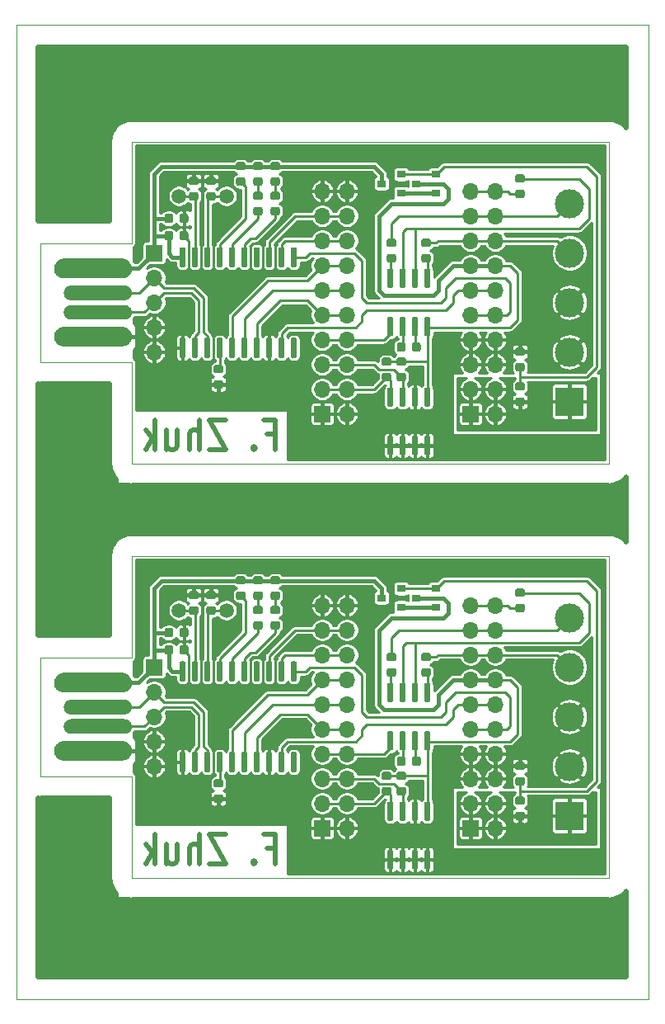
<source format=gbr>
G04 #@! TF.GenerationSoftware,KiCad,Pcbnew,(5.1.5)-3*
G04 #@! TF.CreationDate,2022-04-02T01:18:13+03:00*
G04 #@! TF.ProjectId,USB-UART_PANEL,5553422d-5541-4525-945f-50414e454c2e,rev?*
G04 #@! TF.SameCoordinates,Original*
G04 #@! TF.FileFunction,Copper,L2,Bot*
G04 #@! TF.FilePolarity,Positive*
%FSLAX46Y46*%
G04 Gerber Fmt 4.6, Leading zero omitted, Abs format (unit mm)*
G04 Created by KiCad (PCBNEW (5.1.5)-3) date 2022-04-02 01:18:13*
%MOMM*%
%LPD*%
G04 APERTURE LIST*
%ADD10C,0.050000*%
%ADD11C,0.508000*%
%ADD12C,0.100000*%
%ADD13C,3.000000*%
%ADD14R,3.000000X3.000000*%
%ADD15C,1.500000*%
%ADD16R,0.900000X0.800000*%
%ADD17O,1.700000X1.700000*%
%ADD18R,1.700000X1.700000*%
%ADD19C,0.250000*%
%ADD20C,0.381000*%
%ADD21C,0.254000*%
%ADD22C,0.500000*%
G04 APERTURE END LIST*
D10*
X0Y100000000D02*
X0Y0D01*
X65000000Y100000000D02*
X0Y100000000D01*
X65000000Y0D02*
X65000000Y100000000D01*
X0Y0D02*
X65000000Y0D01*
D11*
X25771238Y15511714D02*
X26617904Y15511714D01*
X26617904Y13915142D02*
X26617904Y16963142D01*
X25408380Y16963142D01*
X24440761Y14205428D02*
X24319809Y14060285D01*
X24440761Y13915142D01*
X24561714Y14060285D01*
X24440761Y14205428D01*
X24440761Y13915142D01*
X21537904Y16963142D02*
X19844571Y16963142D01*
X21537904Y13915142D01*
X19844571Y13915142D01*
X18876952Y13915142D02*
X18876952Y16963142D01*
X17788380Y13915142D02*
X17788380Y15511714D01*
X17909333Y15802000D01*
X18151238Y15947142D01*
X18514095Y15947142D01*
X18756000Y15802000D01*
X18876952Y15656857D01*
X15490285Y15947142D02*
X15490285Y13915142D01*
X16578857Y15947142D02*
X16578857Y14350571D01*
X16457904Y14060285D01*
X16216000Y13915142D01*
X15853142Y13915142D01*
X15611238Y14060285D01*
X15490285Y14205428D01*
X14280761Y13915142D02*
X14280761Y16963142D01*
X14038857Y15076285D02*
X13313142Y13915142D01*
X13313142Y15947142D02*
X14280761Y14786000D01*
D10*
X2500000Y22914000D02*
X2500000Y35106000D01*
X11898000Y22914000D02*
X2500000Y22914000D01*
X11898000Y12500000D02*
X11898000Y22914000D01*
X60920000Y12500000D02*
X11898000Y12500000D01*
X60920000Y45520000D02*
X60920000Y12500000D01*
X11898000Y45520000D02*
X60920000Y45520000D01*
X11898000Y35106000D02*
X11898000Y45520000D01*
X2500000Y35106000D02*
X11898000Y35106000D01*
D11*
X25771238Y58011714D02*
X26617904Y58011714D01*
X26617904Y56415142D02*
X26617904Y59463142D01*
X25408380Y59463142D01*
X24440761Y56705428D02*
X24319809Y56560285D01*
X24440761Y56415142D01*
X24561714Y56560285D01*
X24440761Y56705428D01*
X24440761Y56415142D01*
X21537904Y59463142D02*
X19844571Y59463142D01*
X21537904Y56415142D01*
X19844571Y56415142D01*
X18876952Y56415142D02*
X18876952Y59463142D01*
X17788380Y56415142D02*
X17788380Y58011714D01*
X17909333Y58302000D01*
X18151238Y58447142D01*
X18514095Y58447142D01*
X18756000Y58302000D01*
X18876952Y58156857D01*
X15490285Y58447142D02*
X15490285Y56415142D01*
X16578857Y58447142D02*
X16578857Y56850571D01*
X16457904Y56560285D01*
X16216000Y56415142D01*
X15853142Y56415142D01*
X15611238Y56560285D01*
X15490285Y56705428D01*
X14280761Y56415142D02*
X14280761Y59463142D01*
X14038857Y57576285D02*
X13313142Y56415142D01*
X13313142Y58447142D02*
X14280761Y57286000D01*
D10*
X2500000Y65414000D02*
X2500000Y77606000D01*
X11898000Y65414000D02*
X2500000Y65414000D01*
X11898000Y55000000D02*
X11898000Y65414000D01*
X60920000Y55000000D02*
X11898000Y55000000D01*
X60920000Y88020000D02*
X60920000Y55000000D01*
X11898000Y88020000D02*
X60920000Y88020000D01*
X11898000Y77606000D02*
X11898000Y88020000D01*
X2500000Y77606000D02*
X11898000Y77606000D01*
G04 #@! TA.AperFunction,SMDPad,CuDef*
D12*
G36*
X39861691Y21800947D02*
G01*
X39882926Y21797797D01*
X39903750Y21792581D01*
X39923962Y21785349D01*
X39943368Y21776170D01*
X39961781Y21765134D01*
X39979024Y21752346D01*
X39994930Y21737930D01*
X40009346Y21722024D01*
X40022134Y21704781D01*
X40033170Y21686368D01*
X40042349Y21666962D01*
X40049581Y21646750D01*
X40054797Y21625926D01*
X40057947Y21604691D01*
X40059000Y21583250D01*
X40059000Y21145750D01*
X40057947Y21124309D01*
X40054797Y21103074D01*
X40049581Y21082250D01*
X40042349Y21062038D01*
X40033170Y21042632D01*
X40022134Y21024219D01*
X40009346Y21006976D01*
X39994930Y20991070D01*
X39979024Y20976654D01*
X39961781Y20963866D01*
X39943368Y20952830D01*
X39923962Y20943651D01*
X39903750Y20936419D01*
X39882926Y20931203D01*
X39861691Y20928053D01*
X39840250Y20927000D01*
X39327750Y20927000D01*
X39306309Y20928053D01*
X39285074Y20931203D01*
X39264250Y20936419D01*
X39244038Y20943651D01*
X39224632Y20952830D01*
X39206219Y20963866D01*
X39188976Y20976654D01*
X39173070Y20991070D01*
X39158654Y21006976D01*
X39145866Y21024219D01*
X39134830Y21042632D01*
X39125651Y21062038D01*
X39118419Y21082250D01*
X39113203Y21103074D01*
X39110053Y21124309D01*
X39109000Y21145750D01*
X39109000Y21583250D01*
X39110053Y21604691D01*
X39113203Y21625926D01*
X39118419Y21646750D01*
X39125651Y21666962D01*
X39134830Y21686368D01*
X39145866Y21704781D01*
X39158654Y21722024D01*
X39173070Y21737930D01*
X39188976Y21752346D01*
X39206219Y21765134D01*
X39224632Y21776170D01*
X39244038Y21785349D01*
X39264250Y21792581D01*
X39285074Y21797797D01*
X39306309Y21800947D01*
X39327750Y21802000D01*
X39840250Y21802000D01*
X39861691Y21800947D01*
G37*
G04 #@! TD.AperFunction*
G04 #@! TA.AperFunction,SMDPad,CuDef*
G36*
X39861691Y23375947D02*
G01*
X39882926Y23372797D01*
X39903750Y23367581D01*
X39923962Y23360349D01*
X39943368Y23351170D01*
X39961781Y23340134D01*
X39979024Y23327346D01*
X39994930Y23312930D01*
X40009346Y23297024D01*
X40022134Y23279781D01*
X40033170Y23261368D01*
X40042349Y23241962D01*
X40049581Y23221750D01*
X40054797Y23200926D01*
X40057947Y23179691D01*
X40059000Y23158250D01*
X40059000Y22720750D01*
X40057947Y22699309D01*
X40054797Y22678074D01*
X40049581Y22657250D01*
X40042349Y22637038D01*
X40033170Y22617632D01*
X40022134Y22599219D01*
X40009346Y22581976D01*
X39994930Y22566070D01*
X39979024Y22551654D01*
X39961781Y22538866D01*
X39943368Y22527830D01*
X39923962Y22518651D01*
X39903750Y22511419D01*
X39882926Y22506203D01*
X39861691Y22503053D01*
X39840250Y22502000D01*
X39327750Y22502000D01*
X39306309Y22503053D01*
X39285074Y22506203D01*
X39264250Y22511419D01*
X39244038Y22518651D01*
X39224632Y22527830D01*
X39206219Y22538866D01*
X39188976Y22551654D01*
X39173070Y22566070D01*
X39158654Y22581976D01*
X39145866Y22599219D01*
X39134830Y22617632D01*
X39125651Y22637038D01*
X39118419Y22657250D01*
X39113203Y22678074D01*
X39110053Y22699309D01*
X39109000Y22720750D01*
X39109000Y23158250D01*
X39110053Y23179691D01*
X39113203Y23200926D01*
X39118419Y23221750D01*
X39125651Y23241962D01*
X39134830Y23261368D01*
X39145866Y23279781D01*
X39158654Y23297024D01*
X39173070Y23312930D01*
X39188976Y23327346D01*
X39206219Y23340134D01*
X39224632Y23351170D01*
X39244038Y23360349D01*
X39264250Y23367581D01*
X39285074Y23372797D01*
X39306309Y23375947D01*
X39327750Y23377000D01*
X39840250Y23377000D01*
X39861691Y23375947D01*
G37*
G04 #@! TD.AperFunction*
G04 #@! TA.AperFunction,SMDPad,CuDef*
G36*
X38337691Y21800947D02*
G01*
X38358926Y21797797D01*
X38379750Y21792581D01*
X38399962Y21785349D01*
X38419368Y21776170D01*
X38437781Y21765134D01*
X38455024Y21752346D01*
X38470930Y21737930D01*
X38485346Y21722024D01*
X38498134Y21704781D01*
X38509170Y21686368D01*
X38518349Y21666962D01*
X38525581Y21646750D01*
X38530797Y21625926D01*
X38533947Y21604691D01*
X38535000Y21583250D01*
X38535000Y21145750D01*
X38533947Y21124309D01*
X38530797Y21103074D01*
X38525581Y21082250D01*
X38518349Y21062038D01*
X38509170Y21042632D01*
X38498134Y21024219D01*
X38485346Y21006976D01*
X38470930Y20991070D01*
X38455024Y20976654D01*
X38437781Y20963866D01*
X38419368Y20952830D01*
X38399962Y20943651D01*
X38379750Y20936419D01*
X38358926Y20931203D01*
X38337691Y20928053D01*
X38316250Y20927000D01*
X37803750Y20927000D01*
X37782309Y20928053D01*
X37761074Y20931203D01*
X37740250Y20936419D01*
X37720038Y20943651D01*
X37700632Y20952830D01*
X37682219Y20963866D01*
X37664976Y20976654D01*
X37649070Y20991070D01*
X37634654Y21006976D01*
X37621866Y21024219D01*
X37610830Y21042632D01*
X37601651Y21062038D01*
X37594419Y21082250D01*
X37589203Y21103074D01*
X37586053Y21124309D01*
X37585000Y21145750D01*
X37585000Y21583250D01*
X37586053Y21604691D01*
X37589203Y21625926D01*
X37594419Y21646750D01*
X37601651Y21666962D01*
X37610830Y21686368D01*
X37621866Y21704781D01*
X37634654Y21722024D01*
X37649070Y21737930D01*
X37664976Y21752346D01*
X37682219Y21765134D01*
X37700632Y21776170D01*
X37720038Y21785349D01*
X37740250Y21792581D01*
X37761074Y21797797D01*
X37782309Y21800947D01*
X37803750Y21802000D01*
X38316250Y21802000D01*
X38337691Y21800947D01*
G37*
G04 #@! TD.AperFunction*
G04 #@! TA.AperFunction,SMDPad,CuDef*
G36*
X38337691Y23375947D02*
G01*
X38358926Y23372797D01*
X38379750Y23367581D01*
X38399962Y23360349D01*
X38419368Y23351170D01*
X38437781Y23340134D01*
X38455024Y23327346D01*
X38470930Y23312930D01*
X38485346Y23297024D01*
X38498134Y23279781D01*
X38509170Y23261368D01*
X38518349Y23241962D01*
X38525581Y23221750D01*
X38530797Y23200926D01*
X38533947Y23179691D01*
X38535000Y23158250D01*
X38535000Y22720750D01*
X38533947Y22699309D01*
X38530797Y22678074D01*
X38525581Y22657250D01*
X38518349Y22637038D01*
X38509170Y22617632D01*
X38498134Y22599219D01*
X38485346Y22581976D01*
X38470930Y22566070D01*
X38455024Y22551654D01*
X38437781Y22538866D01*
X38419368Y22527830D01*
X38399962Y22518651D01*
X38379750Y22511419D01*
X38358926Y22506203D01*
X38337691Y22503053D01*
X38316250Y22502000D01*
X37803750Y22502000D01*
X37782309Y22503053D01*
X37761074Y22506203D01*
X37740250Y22511419D01*
X37720038Y22518651D01*
X37700632Y22527830D01*
X37682219Y22538866D01*
X37664976Y22551654D01*
X37649070Y22566070D01*
X37634654Y22581976D01*
X37621866Y22599219D01*
X37610830Y22617632D01*
X37601651Y22637038D01*
X37594419Y22657250D01*
X37589203Y22678074D01*
X37586053Y22699309D01*
X37585000Y22720750D01*
X37585000Y23158250D01*
X37586053Y23179691D01*
X37589203Y23200926D01*
X37594419Y23221750D01*
X37601651Y23241962D01*
X37610830Y23261368D01*
X37621866Y23279781D01*
X37634654Y23297024D01*
X37649070Y23312930D01*
X37664976Y23327346D01*
X37682219Y23340134D01*
X37700632Y23351170D01*
X37720038Y23360349D01*
X37740250Y23367581D01*
X37761074Y23372797D01*
X37782309Y23375947D01*
X37803750Y23377000D01*
X38316250Y23377000D01*
X38337691Y23375947D01*
G37*
G04 #@! TD.AperFunction*
D13*
X56856000Y39170000D03*
X56856000Y34090000D03*
D14*
X56856000Y18850000D03*
D13*
X56856000Y29010000D03*
X56856000Y23930000D03*
G04 #@! TA.AperFunction,SMDPad,CuDef*
D12*
G36*
X10996017Y26505186D02*
G01*
X11093090Y26490786D01*
X11188285Y26466941D01*
X11280683Y26433881D01*
X11369397Y26391922D01*
X11453570Y26341471D01*
X11532393Y26283011D01*
X11605107Y26217108D01*
X11671010Y26144394D01*
X11729470Y26065571D01*
X11779921Y25981398D01*
X11821880Y25892684D01*
X11854940Y25800286D01*
X11878785Y25705091D01*
X11893185Y25608018D01*
X11898000Y25510001D01*
X11898000Y25509999D01*
X11893185Y25411982D01*
X11878785Y25314909D01*
X11854940Y25219714D01*
X11821880Y25127316D01*
X11779921Y25038602D01*
X11729470Y24954429D01*
X11671010Y24875606D01*
X11605107Y24802892D01*
X11532393Y24736989D01*
X11453570Y24678529D01*
X11369397Y24628078D01*
X11280683Y24586119D01*
X11188285Y24553059D01*
X11093090Y24529214D01*
X10996017Y24514814D01*
X10898000Y24509999D01*
X4898000Y24509999D01*
X4799983Y24514814D01*
X4702910Y24529214D01*
X4607715Y24553059D01*
X4515317Y24586119D01*
X4426603Y24628078D01*
X4342430Y24678529D01*
X4263607Y24736989D01*
X4190893Y24802892D01*
X4124990Y24875606D01*
X4066530Y24954429D01*
X4016079Y25038602D01*
X3974120Y25127316D01*
X3941060Y25219714D01*
X3917215Y25314909D01*
X3902815Y25411982D01*
X3898000Y25509999D01*
X3898000Y25510001D01*
X3902815Y25608018D01*
X3917215Y25705091D01*
X3941060Y25800286D01*
X3974120Y25892684D01*
X4016079Y25981398D01*
X4066530Y26065571D01*
X4124990Y26144394D01*
X4190893Y26217108D01*
X4263607Y26283011D01*
X4342430Y26341471D01*
X4426603Y26391922D01*
X4515317Y26433881D01*
X4607715Y26466941D01*
X4702910Y26490786D01*
X4799983Y26505186D01*
X4898000Y26510001D01*
X10898000Y26510001D01*
X10996017Y26505186D01*
G37*
G04 #@! TD.AperFunction*
G04 #@! TA.AperFunction,SMDPad,CuDef*
G36*
X10996017Y33505186D02*
G01*
X11093090Y33490786D01*
X11188285Y33466941D01*
X11280683Y33433881D01*
X11369397Y33391922D01*
X11453570Y33341471D01*
X11532393Y33283011D01*
X11605107Y33217108D01*
X11671010Y33144394D01*
X11729470Y33065571D01*
X11779921Y32981398D01*
X11821880Y32892684D01*
X11854940Y32800286D01*
X11878785Y32705091D01*
X11893185Y32608018D01*
X11898000Y32510001D01*
X11898000Y32509999D01*
X11893185Y32411982D01*
X11878785Y32314909D01*
X11854940Y32219714D01*
X11821880Y32127316D01*
X11779921Y32038602D01*
X11729470Y31954429D01*
X11671010Y31875606D01*
X11605107Y31802892D01*
X11532393Y31736989D01*
X11453570Y31678529D01*
X11369397Y31628078D01*
X11280683Y31586119D01*
X11188285Y31553059D01*
X11093090Y31529214D01*
X10996017Y31514814D01*
X10898000Y31509999D01*
X4898000Y31509999D01*
X4799983Y31514814D01*
X4702910Y31529214D01*
X4607715Y31553059D01*
X4515317Y31586119D01*
X4426603Y31628078D01*
X4342430Y31678529D01*
X4263607Y31736989D01*
X4190893Y31802892D01*
X4124990Y31875606D01*
X4066530Y31954429D01*
X4016079Y32038602D01*
X3974120Y32127316D01*
X3941060Y32219714D01*
X3917215Y32314909D01*
X3902815Y32411982D01*
X3898000Y32509999D01*
X3898000Y32510001D01*
X3902815Y32608018D01*
X3917215Y32705091D01*
X3941060Y32800286D01*
X3974120Y32892684D01*
X4016079Y32981398D01*
X4066530Y33065571D01*
X4124990Y33144394D01*
X4190893Y33217108D01*
X4263607Y33283011D01*
X4342430Y33341471D01*
X4426603Y33391922D01*
X4515317Y33433881D01*
X4607715Y33466941D01*
X4702910Y33490786D01*
X4799983Y33505186D01*
X4898000Y33510001D01*
X10898000Y33510001D01*
X10996017Y33505186D01*
G37*
G04 #@! TD.AperFunction*
G04 #@! TA.AperFunction,SMDPad,CuDef*
G36*
X11221513Y28756390D02*
G01*
X11294318Y28745590D01*
X11365714Y28727706D01*
X11435013Y28702911D01*
X11501548Y28671442D01*
X11564678Y28633603D01*
X11623795Y28589759D01*
X11678330Y28540331D01*
X11727758Y28485796D01*
X11771602Y28426679D01*
X11809441Y28363549D01*
X11840910Y28297014D01*
X11865705Y28227715D01*
X11883589Y28156319D01*
X11894389Y28083514D01*
X11898000Y28010001D01*
X11898000Y28009999D01*
X11894389Y27936486D01*
X11883589Y27863681D01*
X11865705Y27792285D01*
X11840910Y27722986D01*
X11809441Y27656451D01*
X11771602Y27593321D01*
X11727758Y27534204D01*
X11678330Y27479669D01*
X11623795Y27430241D01*
X11564678Y27386397D01*
X11501548Y27348558D01*
X11435013Y27317089D01*
X11365714Y27292294D01*
X11294318Y27274410D01*
X11221513Y27263610D01*
X11148000Y27259999D01*
X5648000Y27259999D01*
X5574487Y27263610D01*
X5501682Y27274410D01*
X5430286Y27292294D01*
X5360987Y27317089D01*
X5294452Y27348558D01*
X5231322Y27386397D01*
X5172205Y27430241D01*
X5117670Y27479669D01*
X5068242Y27534204D01*
X5024398Y27593321D01*
X4986559Y27656451D01*
X4955090Y27722986D01*
X4930295Y27792285D01*
X4912411Y27863681D01*
X4901611Y27936486D01*
X4898000Y28009999D01*
X4898000Y28010001D01*
X4901611Y28083514D01*
X4912411Y28156319D01*
X4930295Y28227715D01*
X4955090Y28297014D01*
X4986559Y28363549D01*
X5024398Y28426679D01*
X5068242Y28485796D01*
X5117670Y28540331D01*
X5172205Y28589759D01*
X5231322Y28633603D01*
X5294452Y28671442D01*
X5360987Y28702911D01*
X5430286Y28727706D01*
X5501682Y28745590D01*
X5574487Y28756390D01*
X5648000Y28760001D01*
X11148000Y28760001D01*
X11221513Y28756390D01*
G37*
G04 #@! TD.AperFunction*
G04 #@! TA.AperFunction,SMDPad,CuDef*
G36*
X11221513Y30756390D02*
G01*
X11294318Y30745590D01*
X11365714Y30727706D01*
X11435013Y30702911D01*
X11501548Y30671442D01*
X11564678Y30633603D01*
X11623795Y30589759D01*
X11678330Y30540331D01*
X11727758Y30485796D01*
X11771602Y30426679D01*
X11809441Y30363549D01*
X11840910Y30297014D01*
X11865705Y30227715D01*
X11883589Y30156319D01*
X11894389Y30083514D01*
X11898000Y30010001D01*
X11898000Y30009999D01*
X11894389Y29936486D01*
X11883589Y29863681D01*
X11865705Y29792285D01*
X11840910Y29722986D01*
X11809441Y29656451D01*
X11771602Y29593321D01*
X11727758Y29534204D01*
X11678330Y29479669D01*
X11623795Y29430241D01*
X11564678Y29386397D01*
X11501548Y29348558D01*
X11435013Y29317089D01*
X11365714Y29292294D01*
X11294318Y29274410D01*
X11221513Y29263610D01*
X11148000Y29259999D01*
X5648000Y29259999D01*
X5574487Y29263610D01*
X5501682Y29274410D01*
X5430286Y29292294D01*
X5360987Y29317089D01*
X5294452Y29348558D01*
X5231322Y29386397D01*
X5172205Y29430241D01*
X5117670Y29479669D01*
X5068242Y29534204D01*
X5024398Y29593321D01*
X4986559Y29656451D01*
X4955090Y29722986D01*
X4930295Y29792285D01*
X4912411Y29863681D01*
X4901611Y29936486D01*
X4898000Y30009999D01*
X4898000Y30010001D01*
X4901611Y30083514D01*
X4912411Y30156319D01*
X4930295Y30227715D01*
X4955090Y30297014D01*
X4986559Y30363549D01*
X5024398Y30426679D01*
X5068242Y30485796D01*
X5117670Y30540331D01*
X5172205Y30589759D01*
X5231322Y30633603D01*
X5294452Y30671442D01*
X5360987Y30702911D01*
X5430286Y30727706D01*
X5501682Y30745590D01*
X5574487Y30756390D01*
X5648000Y30760001D01*
X11148000Y30760001D01*
X11221513Y30756390D01*
G37*
G04 #@! TD.AperFunction*
G04 #@! TA.AperFunction,SMDPad,CuDef*
G36*
X25129691Y41866947D02*
G01*
X25150926Y41863797D01*
X25171750Y41858581D01*
X25191962Y41851349D01*
X25211368Y41842170D01*
X25229781Y41831134D01*
X25247024Y41818346D01*
X25262930Y41803930D01*
X25277346Y41788024D01*
X25290134Y41770781D01*
X25301170Y41752368D01*
X25310349Y41732962D01*
X25317581Y41712750D01*
X25322797Y41691926D01*
X25325947Y41670691D01*
X25327000Y41649250D01*
X25327000Y41211750D01*
X25325947Y41190309D01*
X25322797Y41169074D01*
X25317581Y41148250D01*
X25310349Y41128038D01*
X25301170Y41108632D01*
X25290134Y41090219D01*
X25277346Y41072976D01*
X25262930Y41057070D01*
X25247024Y41042654D01*
X25229781Y41029866D01*
X25211368Y41018830D01*
X25191962Y41009651D01*
X25171750Y41002419D01*
X25150926Y40997203D01*
X25129691Y40994053D01*
X25108250Y40993000D01*
X24595750Y40993000D01*
X24574309Y40994053D01*
X24553074Y40997203D01*
X24532250Y41002419D01*
X24512038Y41009651D01*
X24492632Y41018830D01*
X24474219Y41029866D01*
X24456976Y41042654D01*
X24441070Y41057070D01*
X24426654Y41072976D01*
X24413866Y41090219D01*
X24402830Y41108632D01*
X24393651Y41128038D01*
X24386419Y41148250D01*
X24381203Y41169074D01*
X24378053Y41190309D01*
X24377000Y41211750D01*
X24377000Y41649250D01*
X24378053Y41670691D01*
X24381203Y41691926D01*
X24386419Y41712750D01*
X24393651Y41732962D01*
X24402830Y41752368D01*
X24413866Y41770781D01*
X24426654Y41788024D01*
X24441070Y41803930D01*
X24456976Y41818346D01*
X24474219Y41831134D01*
X24492632Y41842170D01*
X24512038Y41851349D01*
X24532250Y41858581D01*
X24553074Y41863797D01*
X24574309Y41866947D01*
X24595750Y41868000D01*
X25108250Y41868000D01*
X25129691Y41866947D01*
G37*
G04 #@! TD.AperFunction*
G04 #@! TA.AperFunction,SMDPad,CuDef*
G36*
X25129691Y43441947D02*
G01*
X25150926Y43438797D01*
X25171750Y43433581D01*
X25191962Y43426349D01*
X25211368Y43417170D01*
X25229781Y43406134D01*
X25247024Y43393346D01*
X25262930Y43378930D01*
X25277346Y43363024D01*
X25290134Y43345781D01*
X25301170Y43327368D01*
X25310349Y43307962D01*
X25317581Y43287750D01*
X25322797Y43266926D01*
X25325947Y43245691D01*
X25327000Y43224250D01*
X25327000Y42786750D01*
X25325947Y42765309D01*
X25322797Y42744074D01*
X25317581Y42723250D01*
X25310349Y42703038D01*
X25301170Y42683632D01*
X25290134Y42665219D01*
X25277346Y42647976D01*
X25262930Y42632070D01*
X25247024Y42617654D01*
X25229781Y42604866D01*
X25211368Y42593830D01*
X25191962Y42584651D01*
X25171750Y42577419D01*
X25150926Y42572203D01*
X25129691Y42569053D01*
X25108250Y42568000D01*
X24595750Y42568000D01*
X24574309Y42569053D01*
X24553074Y42572203D01*
X24532250Y42577419D01*
X24512038Y42584651D01*
X24492632Y42593830D01*
X24474219Y42604866D01*
X24456976Y42617654D01*
X24441070Y42632070D01*
X24426654Y42647976D01*
X24413866Y42665219D01*
X24402830Y42683632D01*
X24393651Y42703038D01*
X24386419Y42723250D01*
X24381203Y42744074D01*
X24378053Y42765309D01*
X24377000Y42786750D01*
X24377000Y43224250D01*
X24378053Y43245691D01*
X24381203Y43266926D01*
X24386419Y43287750D01*
X24393651Y43307962D01*
X24402830Y43327368D01*
X24413866Y43345781D01*
X24426654Y43363024D01*
X24441070Y43378930D01*
X24456976Y43393346D01*
X24474219Y43406134D01*
X24492632Y43417170D01*
X24512038Y43426349D01*
X24532250Y43433581D01*
X24553074Y43438797D01*
X24574309Y43441947D01*
X24595750Y43443000D01*
X25108250Y43443000D01*
X25129691Y43441947D01*
G37*
G04 #@! TD.AperFunction*
G04 #@! TA.AperFunction,SMDPad,CuDef*
G36*
X26907691Y41866947D02*
G01*
X26928926Y41863797D01*
X26949750Y41858581D01*
X26969962Y41851349D01*
X26989368Y41842170D01*
X27007781Y41831134D01*
X27025024Y41818346D01*
X27040930Y41803930D01*
X27055346Y41788024D01*
X27068134Y41770781D01*
X27079170Y41752368D01*
X27088349Y41732962D01*
X27095581Y41712750D01*
X27100797Y41691926D01*
X27103947Y41670691D01*
X27105000Y41649250D01*
X27105000Y41211750D01*
X27103947Y41190309D01*
X27100797Y41169074D01*
X27095581Y41148250D01*
X27088349Y41128038D01*
X27079170Y41108632D01*
X27068134Y41090219D01*
X27055346Y41072976D01*
X27040930Y41057070D01*
X27025024Y41042654D01*
X27007781Y41029866D01*
X26989368Y41018830D01*
X26969962Y41009651D01*
X26949750Y41002419D01*
X26928926Y40997203D01*
X26907691Y40994053D01*
X26886250Y40993000D01*
X26373750Y40993000D01*
X26352309Y40994053D01*
X26331074Y40997203D01*
X26310250Y41002419D01*
X26290038Y41009651D01*
X26270632Y41018830D01*
X26252219Y41029866D01*
X26234976Y41042654D01*
X26219070Y41057070D01*
X26204654Y41072976D01*
X26191866Y41090219D01*
X26180830Y41108632D01*
X26171651Y41128038D01*
X26164419Y41148250D01*
X26159203Y41169074D01*
X26156053Y41190309D01*
X26155000Y41211750D01*
X26155000Y41649250D01*
X26156053Y41670691D01*
X26159203Y41691926D01*
X26164419Y41712750D01*
X26171651Y41732962D01*
X26180830Y41752368D01*
X26191866Y41770781D01*
X26204654Y41788024D01*
X26219070Y41803930D01*
X26234976Y41818346D01*
X26252219Y41831134D01*
X26270632Y41842170D01*
X26290038Y41851349D01*
X26310250Y41858581D01*
X26331074Y41863797D01*
X26352309Y41866947D01*
X26373750Y41868000D01*
X26886250Y41868000D01*
X26907691Y41866947D01*
G37*
G04 #@! TD.AperFunction*
G04 #@! TA.AperFunction,SMDPad,CuDef*
G36*
X26907691Y43441947D02*
G01*
X26928926Y43438797D01*
X26949750Y43433581D01*
X26969962Y43426349D01*
X26989368Y43417170D01*
X27007781Y43406134D01*
X27025024Y43393346D01*
X27040930Y43378930D01*
X27055346Y43363024D01*
X27068134Y43345781D01*
X27079170Y43327368D01*
X27088349Y43307962D01*
X27095581Y43287750D01*
X27100797Y43266926D01*
X27103947Y43245691D01*
X27105000Y43224250D01*
X27105000Y42786750D01*
X27103947Y42765309D01*
X27100797Y42744074D01*
X27095581Y42723250D01*
X27088349Y42703038D01*
X27079170Y42683632D01*
X27068134Y42665219D01*
X27055346Y42647976D01*
X27040930Y42632070D01*
X27025024Y42617654D01*
X27007781Y42604866D01*
X26989368Y42593830D01*
X26969962Y42584651D01*
X26949750Y42577419D01*
X26928926Y42572203D01*
X26907691Y42569053D01*
X26886250Y42568000D01*
X26373750Y42568000D01*
X26352309Y42569053D01*
X26331074Y42572203D01*
X26310250Y42577419D01*
X26290038Y42584651D01*
X26270632Y42593830D01*
X26252219Y42604866D01*
X26234976Y42617654D01*
X26219070Y42632070D01*
X26204654Y42647976D01*
X26191866Y42665219D01*
X26180830Y42683632D01*
X26171651Y42703038D01*
X26164419Y42723250D01*
X26159203Y42744074D01*
X26156053Y42765309D01*
X26155000Y42786750D01*
X26155000Y43224250D01*
X26156053Y43245691D01*
X26159203Y43266926D01*
X26164419Y43287750D01*
X26171651Y43307962D01*
X26180830Y43327368D01*
X26191866Y43345781D01*
X26204654Y43363024D01*
X26219070Y43378930D01*
X26234976Y43393346D01*
X26252219Y43406134D01*
X26270632Y43417170D01*
X26290038Y43426349D01*
X26310250Y43433581D01*
X26331074Y43438797D01*
X26352309Y43441947D01*
X26373750Y43443000D01*
X26886250Y43443000D01*
X26907691Y43441947D01*
G37*
G04 #@! TD.AperFunction*
G04 #@! TA.AperFunction,SMDPad,CuDef*
G36*
X25129691Y40393947D02*
G01*
X25150926Y40390797D01*
X25171750Y40385581D01*
X25191962Y40378349D01*
X25211368Y40369170D01*
X25229781Y40358134D01*
X25247024Y40345346D01*
X25262930Y40330930D01*
X25277346Y40315024D01*
X25290134Y40297781D01*
X25301170Y40279368D01*
X25310349Y40259962D01*
X25317581Y40239750D01*
X25322797Y40218926D01*
X25325947Y40197691D01*
X25327000Y40176250D01*
X25327000Y39738750D01*
X25325947Y39717309D01*
X25322797Y39696074D01*
X25317581Y39675250D01*
X25310349Y39655038D01*
X25301170Y39635632D01*
X25290134Y39617219D01*
X25277346Y39599976D01*
X25262930Y39584070D01*
X25247024Y39569654D01*
X25229781Y39556866D01*
X25211368Y39545830D01*
X25191962Y39536651D01*
X25171750Y39529419D01*
X25150926Y39524203D01*
X25129691Y39521053D01*
X25108250Y39520000D01*
X24595750Y39520000D01*
X24574309Y39521053D01*
X24553074Y39524203D01*
X24532250Y39529419D01*
X24512038Y39536651D01*
X24492632Y39545830D01*
X24474219Y39556866D01*
X24456976Y39569654D01*
X24441070Y39584070D01*
X24426654Y39599976D01*
X24413866Y39617219D01*
X24402830Y39635632D01*
X24393651Y39655038D01*
X24386419Y39675250D01*
X24381203Y39696074D01*
X24378053Y39717309D01*
X24377000Y39738750D01*
X24377000Y40176250D01*
X24378053Y40197691D01*
X24381203Y40218926D01*
X24386419Y40239750D01*
X24393651Y40259962D01*
X24402830Y40279368D01*
X24413866Y40297781D01*
X24426654Y40315024D01*
X24441070Y40330930D01*
X24456976Y40345346D01*
X24474219Y40358134D01*
X24492632Y40369170D01*
X24512038Y40378349D01*
X24532250Y40385581D01*
X24553074Y40390797D01*
X24574309Y40393947D01*
X24595750Y40395000D01*
X25108250Y40395000D01*
X25129691Y40393947D01*
G37*
G04 #@! TD.AperFunction*
G04 #@! TA.AperFunction,SMDPad,CuDef*
G36*
X25129691Y38818947D02*
G01*
X25150926Y38815797D01*
X25171750Y38810581D01*
X25191962Y38803349D01*
X25211368Y38794170D01*
X25229781Y38783134D01*
X25247024Y38770346D01*
X25262930Y38755930D01*
X25277346Y38740024D01*
X25290134Y38722781D01*
X25301170Y38704368D01*
X25310349Y38684962D01*
X25317581Y38664750D01*
X25322797Y38643926D01*
X25325947Y38622691D01*
X25327000Y38601250D01*
X25327000Y38163750D01*
X25325947Y38142309D01*
X25322797Y38121074D01*
X25317581Y38100250D01*
X25310349Y38080038D01*
X25301170Y38060632D01*
X25290134Y38042219D01*
X25277346Y38024976D01*
X25262930Y38009070D01*
X25247024Y37994654D01*
X25229781Y37981866D01*
X25211368Y37970830D01*
X25191962Y37961651D01*
X25171750Y37954419D01*
X25150926Y37949203D01*
X25129691Y37946053D01*
X25108250Y37945000D01*
X24595750Y37945000D01*
X24574309Y37946053D01*
X24553074Y37949203D01*
X24532250Y37954419D01*
X24512038Y37961651D01*
X24492632Y37970830D01*
X24474219Y37981866D01*
X24456976Y37994654D01*
X24441070Y38009070D01*
X24426654Y38024976D01*
X24413866Y38042219D01*
X24402830Y38060632D01*
X24393651Y38080038D01*
X24386419Y38100250D01*
X24381203Y38121074D01*
X24378053Y38142309D01*
X24377000Y38163750D01*
X24377000Y38601250D01*
X24378053Y38622691D01*
X24381203Y38643926D01*
X24386419Y38664750D01*
X24393651Y38684962D01*
X24402830Y38704368D01*
X24413866Y38722781D01*
X24426654Y38740024D01*
X24441070Y38755930D01*
X24456976Y38770346D01*
X24474219Y38783134D01*
X24492632Y38794170D01*
X24512038Y38803349D01*
X24532250Y38810581D01*
X24553074Y38815797D01*
X24574309Y38818947D01*
X24595750Y38820000D01*
X25108250Y38820000D01*
X25129691Y38818947D01*
G37*
G04 #@! TD.AperFunction*
G04 #@! TA.AperFunction,SMDPad,CuDef*
G36*
X26907691Y40393947D02*
G01*
X26928926Y40390797D01*
X26949750Y40385581D01*
X26969962Y40378349D01*
X26989368Y40369170D01*
X27007781Y40358134D01*
X27025024Y40345346D01*
X27040930Y40330930D01*
X27055346Y40315024D01*
X27068134Y40297781D01*
X27079170Y40279368D01*
X27088349Y40259962D01*
X27095581Y40239750D01*
X27100797Y40218926D01*
X27103947Y40197691D01*
X27105000Y40176250D01*
X27105000Y39738750D01*
X27103947Y39717309D01*
X27100797Y39696074D01*
X27095581Y39675250D01*
X27088349Y39655038D01*
X27079170Y39635632D01*
X27068134Y39617219D01*
X27055346Y39599976D01*
X27040930Y39584070D01*
X27025024Y39569654D01*
X27007781Y39556866D01*
X26989368Y39545830D01*
X26969962Y39536651D01*
X26949750Y39529419D01*
X26928926Y39524203D01*
X26907691Y39521053D01*
X26886250Y39520000D01*
X26373750Y39520000D01*
X26352309Y39521053D01*
X26331074Y39524203D01*
X26310250Y39529419D01*
X26290038Y39536651D01*
X26270632Y39545830D01*
X26252219Y39556866D01*
X26234976Y39569654D01*
X26219070Y39584070D01*
X26204654Y39599976D01*
X26191866Y39617219D01*
X26180830Y39635632D01*
X26171651Y39655038D01*
X26164419Y39675250D01*
X26159203Y39696074D01*
X26156053Y39717309D01*
X26155000Y39738750D01*
X26155000Y40176250D01*
X26156053Y40197691D01*
X26159203Y40218926D01*
X26164419Y40239750D01*
X26171651Y40259962D01*
X26180830Y40279368D01*
X26191866Y40297781D01*
X26204654Y40315024D01*
X26219070Y40330930D01*
X26234976Y40345346D01*
X26252219Y40358134D01*
X26270632Y40369170D01*
X26290038Y40378349D01*
X26310250Y40385581D01*
X26331074Y40390797D01*
X26352309Y40393947D01*
X26373750Y40395000D01*
X26886250Y40395000D01*
X26907691Y40393947D01*
G37*
G04 #@! TD.AperFunction*
G04 #@! TA.AperFunction,SMDPad,CuDef*
G36*
X26907691Y38818947D02*
G01*
X26928926Y38815797D01*
X26949750Y38810581D01*
X26969962Y38803349D01*
X26989368Y38794170D01*
X27007781Y38783134D01*
X27025024Y38770346D01*
X27040930Y38755930D01*
X27055346Y38740024D01*
X27068134Y38722781D01*
X27079170Y38704368D01*
X27088349Y38684962D01*
X27095581Y38664750D01*
X27100797Y38643926D01*
X27103947Y38622691D01*
X27105000Y38601250D01*
X27105000Y38163750D01*
X27103947Y38142309D01*
X27100797Y38121074D01*
X27095581Y38100250D01*
X27088349Y38080038D01*
X27079170Y38060632D01*
X27068134Y38042219D01*
X27055346Y38024976D01*
X27040930Y38009070D01*
X27025024Y37994654D01*
X27007781Y37981866D01*
X26989368Y37970830D01*
X26969962Y37961651D01*
X26949750Y37954419D01*
X26928926Y37949203D01*
X26907691Y37946053D01*
X26886250Y37945000D01*
X26373750Y37945000D01*
X26352309Y37946053D01*
X26331074Y37949203D01*
X26310250Y37954419D01*
X26290038Y37961651D01*
X26270632Y37970830D01*
X26252219Y37981866D01*
X26234976Y37994654D01*
X26219070Y38009070D01*
X26204654Y38024976D01*
X26191866Y38042219D01*
X26180830Y38060632D01*
X26171651Y38080038D01*
X26164419Y38100250D01*
X26159203Y38121074D01*
X26156053Y38142309D01*
X26155000Y38163750D01*
X26155000Y38601250D01*
X26156053Y38622691D01*
X26159203Y38643926D01*
X26164419Y38664750D01*
X26171651Y38684962D01*
X26180830Y38704368D01*
X26191866Y38722781D01*
X26204654Y38740024D01*
X26219070Y38755930D01*
X26234976Y38770346D01*
X26252219Y38783134D01*
X26270632Y38794170D01*
X26290038Y38803349D01*
X26310250Y38810581D01*
X26331074Y38815797D01*
X26352309Y38818947D01*
X26373750Y38820000D01*
X26886250Y38820000D01*
X26907691Y38818947D01*
G37*
G04 #@! TD.AperFunction*
D15*
X21604000Y39932000D03*
X16724000Y39932000D03*
G04 #@! TA.AperFunction,SMDPad,CuDef*
D12*
G36*
X42415703Y32459278D02*
G01*
X42430264Y32457118D01*
X42444543Y32453541D01*
X42458403Y32448582D01*
X42471710Y32442288D01*
X42484336Y32434720D01*
X42496159Y32425952D01*
X42507066Y32416066D01*
X42516952Y32405159D01*
X42525720Y32393336D01*
X42533288Y32380710D01*
X42539582Y32367403D01*
X42544541Y32353543D01*
X42548118Y32339264D01*
X42550278Y32324703D01*
X42551000Y32310000D01*
X42551000Y30660000D01*
X42550278Y30645297D01*
X42548118Y30630736D01*
X42544541Y30616457D01*
X42539582Y30602597D01*
X42533288Y30589290D01*
X42525720Y30576664D01*
X42516952Y30564841D01*
X42507066Y30553934D01*
X42496159Y30544048D01*
X42484336Y30535280D01*
X42471710Y30527712D01*
X42458403Y30521418D01*
X42444543Y30516459D01*
X42430264Y30512882D01*
X42415703Y30510722D01*
X42401000Y30510000D01*
X42101000Y30510000D01*
X42086297Y30510722D01*
X42071736Y30512882D01*
X42057457Y30516459D01*
X42043597Y30521418D01*
X42030290Y30527712D01*
X42017664Y30535280D01*
X42005841Y30544048D01*
X41994934Y30553934D01*
X41985048Y30564841D01*
X41976280Y30576664D01*
X41968712Y30589290D01*
X41962418Y30602597D01*
X41957459Y30616457D01*
X41953882Y30630736D01*
X41951722Y30645297D01*
X41951000Y30660000D01*
X41951000Y32310000D01*
X41951722Y32324703D01*
X41953882Y32339264D01*
X41957459Y32353543D01*
X41962418Y32367403D01*
X41968712Y32380710D01*
X41976280Y32393336D01*
X41985048Y32405159D01*
X41994934Y32416066D01*
X42005841Y32425952D01*
X42017664Y32434720D01*
X42030290Y32442288D01*
X42043597Y32448582D01*
X42057457Y32453541D01*
X42071736Y32457118D01*
X42086297Y32459278D01*
X42101000Y32460000D01*
X42401000Y32460000D01*
X42415703Y32459278D01*
G37*
G04 #@! TD.AperFunction*
G04 #@! TA.AperFunction,SMDPad,CuDef*
G36*
X41145703Y32459278D02*
G01*
X41160264Y32457118D01*
X41174543Y32453541D01*
X41188403Y32448582D01*
X41201710Y32442288D01*
X41214336Y32434720D01*
X41226159Y32425952D01*
X41237066Y32416066D01*
X41246952Y32405159D01*
X41255720Y32393336D01*
X41263288Y32380710D01*
X41269582Y32367403D01*
X41274541Y32353543D01*
X41278118Y32339264D01*
X41280278Y32324703D01*
X41281000Y32310000D01*
X41281000Y30660000D01*
X41280278Y30645297D01*
X41278118Y30630736D01*
X41274541Y30616457D01*
X41269582Y30602597D01*
X41263288Y30589290D01*
X41255720Y30576664D01*
X41246952Y30564841D01*
X41237066Y30553934D01*
X41226159Y30544048D01*
X41214336Y30535280D01*
X41201710Y30527712D01*
X41188403Y30521418D01*
X41174543Y30516459D01*
X41160264Y30512882D01*
X41145703Y30510722D01*
X41131000Y30510000D01*
X40831000Y30510000D01*
X40816297Y30510722D01*
X40801736Y30512882D01*
X40787457Y30516459D01*
X40773597Y30521418D01*
X40760290Y30527712D01*
X40747664Y30535280D01*
X40735841Y30544048D01*
X40724934Y30553934D01*
X40715048Y30564841D01*
X40706280Y30576664D01*
X40698712Y30589290D01*
X40692418Y30602597D01*
X40687459Y30616457D01*
X40683882Y30630736D01*
X40681722Y30645297D01*
X40681000Y30660000D01*
X40681000Y32310000D01*
X40681722Y32324703D01*
X40683882Y32339264D01*
X40687459Y32353543D01*
X40692418Y32367403D01*
X40698712Y32380710D01*
X40706280Y32393336D01*
X40715048Y32405159D01*
X40724934Y32416066D01*
X40735841Y32425952D01*
X40747664Y32434720D01*
X40760290Y32442288D01*
X40773597Y32448582D01*
X40787457Y32453541D01*
X40801736Y32457118D01*
X40816297Y32459278D01*
X40831000Y32460000D01*
X41131000Y32460000D01*
X41145703Y32459278D01*
G37*
G04 #@! TD.AperFunction*
G04 #@! TA.AperFunction,SMDPad,CuDef*
G36*
X39875703Y32459278D02*
G01*
X39890264Y32457118D01*
X39904543Y32453541D01*
X39918403Y32448582D01*
X39931710Y32442288D01*
X39944336Y32434720D01*
X39956159Y32425952D01*
X39967066Y32416066D01*
X39976952Y32405159D01*
X39985720Y32393336D01*
X39993288Y32380710D01*
X39999582Y32367403D01*
X40004541Y32353543D01*
X40008118Y32339264D01*
X40010278Y32324703D01*
X40011000Y32310000D01*
X40011000Y30660000D01*
X40010278Y30645297D01*
X40008118Y30630736D01*
X40004541Y30616457D01*
X39999582Y30602597D01*
X39993288Y30589290D01*
X39985720Y30576664D01*
X39976952Y30564841D01*
X39967066Y30553934D01*
X39956159Y30544048D01*
X39944336Y30535280D01*
X39931710Y30527712D01*
X39918403Y30521418D01*
X39904543Y30516459D01*
X39890264Y30512882D01*
X39875703Y30510722D01*
X39861000Y30510000D01*
X39561000Y30510000D01*
X39546297Y30510722D01*
X39531736Y30512882D01*
X39517457Y30516459D01*
X39503597Y30521418D01*
X39490290Y30527712D01*
X39477664Y30535280D01*
X39465841Y30544048D01*
X39454934Y30553934D01*
X39445048Y30564841D01*
X39436280Y30576664D01*
X39428712Y30589290D01*
X39422418Y30602597D01*
X39417459Y30616457D01*
X39413882Y30630736D01*
X39411722Y30645297D01*
X39411000Y30660000D01*
X39411000Y32310000D01*
X39411722Y32324703D01*
X39413882Y32339264D01*
X39417459Y32353543D01*
X39422418Y32367403D01*
X39428712Y32380710D01*
X39436280Y32393336D01*
X39445048Y32405159D01*
X39454934Y32416066D01*
X39465841Y32425952D01*
X39477664Y32434720D01*
X39490290Y32442288D01*
X39503597Y32448582D01*
X39517457Y32453541D01*
X39531736Y32457118D01*
X39546297Y32459278D01*
X39561000Y32460000D01*
X39861000Y32460000D01*
X39875703Y32459278D01*
G37*
G04 #@! TD.AperFunction*
G04 #@! TA.AperFunction,SMDPad,CuDef*
G36*
X38605703Y32459278D02*
G01*
X38620264Y32457118D01*
X38634543Y32453541D01*
X38648403Y32448582D01*
X38661710Y32442288D01*
X38674336Y32434720D01*
X38686159Y32425952D01*
X38697066Y32416066D01*
X38706952Y32405159D01*
X38715720Y32393336D01*
X38723288Y32380710D01*
X38729582Y32367403D01*
X38734541Y32353543D01*
X38738118Y32339264D01*
X38740278Y32324703D01*
X38741000Y32310000D01*
X38741000Y30660000D01*
X38740278Y30645297D01*
X38738118Y30630736D01*
X38734541Y30616457D01*
X38729582Y30602597D01*
X38723288Y30589290D01*
X38715720Y30576664D01*
X38706952Y30564841D01*
X38697066Y30553934D01*
X38686159Y30544048D01*
X38674336Y30535280D01*
X38661710Y30527712D01*
X38648403Y30521418D01*
X38634543Y30516459D01*
X38620264Y30512882D01*
X38605703Y30510722D01*
X38591000Y30510000D01*
X38291000Y30510000D01*
X38276297Y30510722D01*
X38261736Y30512882D01*
X38247457Y30516459D01*
X38233597Y30521418D01*
X38220290Y30527712D01*
X38207664Y30535280D01*
X38195841Y30544048D01*
X38184934Y30553934D01*
X38175048Y30564841D01*
X38166280Y30576664D01*
X38158712Y30589290D01*
X38152418Y30602597D01*
X38147459Y30616457D01*
X38143882Y30630736D01*
X38141722Y30645297D01*
X38141000Y30660000D01*
X38141000Y32310000D01*
X38141722Y32324703D01*
X38143882Y32339264D01*
X38147459Y32353543D01*
X38152418Y32367403D01*
X38158712Y32380710D01*
X38166280Y32393336D01*
X38175048Y32405159D01*
X38184934Y32416066D01*
X38195841Y32425952D01*
X38207664Y32434720D01*
X38220290Y32442288D01*
X38233597Y32448582D01*
X38247457Y32453541D01*
X38261736Y32457118D01*
X38276297Y32459278D01*
X38291000Y32460000D01*
X38591000Y32460000D01*
X38605703Y32459278D01*
G37*
G04 #@! TD.AperFunction*
G04 #@! TA.AperFunction,SMDPad,CuDef*
G36*
X38605703Y27509278D02*
G01*
X38620264Y27507118D01*
X38634543Y27503541D01*
X38648403Y27498582D01*
X38661710Y27492288D01*
X38674336Y27484720D01*
X38686159Y27475952D01*
X38697066Y27466066D01*
X38706952Y27455159D01*
X38715720Y27443336D01*
X38723288Y27430710D01*
X38729582Y27417403D01*
X38734541Y27403543D01*
X38738118Y27389264D01*
X38740278Y27374703D01*
X38741000Y27360000D01*
X38741000Y25710000D01*
X38740278Y25695297D01*
X38738118Y25680736D01*
X38734541Y25666457D01*
X38729582Y25652597D01*
X38723288Y25639290D01*
X38715720Y25626664D01*
X38706952Y25614841D01*
X38697066Y25603934D01*
X38686159Y25594048D01*
X38674336Y25585280D01*
X38661710Y25577712D01*
X38648403Y25571418D01*
X38634543Y25566459D01*
X38620264Y25562882D01*
X38605703Y25560722D01*
X38591000Y25560000D01*
X38291000Y25560000D01*
X38276297Y25560722D01*
X38261736Y25562882D01*
X38247457Y25566459D01*
X38233597Y25571418D01*
X38220290Y25577712D01*
X38207664Y25585280D01*
X38195841Y25594048D01*
X38184934Y25603934D01*
X38175048Y25614841D01*
X38166280Y25626664D01*
X38158712Y25639290D01*
X38152418Y25652597D01*
X38147459Y25666457D01*
X38143882Y25680736D01*
X38141722Y25695297D01*
X38141000Y25710000D01*
X38141000Y27360000D01*
X38141722Y27374703D01*
X38143882Y27389264D01*
X38147459Y27403543D01*
X38152418Y27417403D01*
X38158712Y27430710D01*
X38166280Y27443336D01*
X38175048Y27455159D01*
X38184934Y27466066D01*
X38195841Y27475952D01*
X38207664Y27484720D01*
X38220290Y27492288D01*
X38233597Y27498582D01*
X38247457Y27503541D01*
X38261736Y27507118D01*
X38276297Y27509278D01*
X38291000Y27510000D01*
X38591000Y27510000D01*
X38605703Y27509278D01*
G37*
G04 #@! TD.AperFunction*
G04 #@! TA.AperFunction,SMDPad,CuDef*
G36*
X39875703Y27509278D02*
G01*
X39890264Y27507118D01*
X39904543Y27503541D01*
X39918403Y27498582D01*
X39931710Y27492288D01*
X39944336Y27484720D01*
X39956159Y27475952D01*
X39967066Y27466066D01*
X39976952Y27455159D01*
X39985720Y27443336D01*
X39993288Y27430710D01*
X39999582Y27417403D01*
X40004541Y27403543D01*
X40008118Y27389264D01*
X40010278Y27374703D01*
X40011000Y27360000D01*
X40011000Y25710000D01*
X40010278Y25695297D01*
X40008118Y25680736D01*
X40004541Y25666457D01*
X39999582Y25652597D01*
X39993288Y25639290D01*
X39985720Y25626664D01*
X39976952Y25614841D01*
X39967066Y25603934D01*
X39956159Y25594048D01*
X39944336Y25585280D01*
X39931710Y25577712D01*
X39918403Y25571418D01*
X39904543Y25566459D01*
X39890264Y25562882D01*
X39875703Y25560722D01*
X39861000Y25560000D01*
X39561000Y25560000D01*
X39546297Y25560722D01*
X39531736Y25562882D01*
X39517457Y25566459D01*
X39503597Y25571418D01*
X39490290Y25577712D01*
X39477664Y25585280D01*
X39465841Y25594048D01*
X39454934Y25603934D01*
X39445048Y25614841D01*
X39436280Y25626664D01*
X39428712Y25639290D01*
X39422418Y25652597D01*
X39417459Y25666457D01*
X39413882Y25680736D01*
X39411722Y25695297D01*
X39411000Y25710000D01*
X39411000Y27360000D01*
X39411722Y27374703D01*
X39413882Y27389264D01*
X39417459Y27403543D01*
X39422418Y27417403D01*
X39428712Y27430710D01*
X39436280Y27443336D01*
X39445048Y27455159D01*
X39454934Y27466066D01*
X39465841Y27475952D01*
X39477664Y27484720D01*
X39490290Y27492288D01*
X39503597Y27498582D01*
X39517457Y27503541D01*
X39531736Y27507118D01*
X39546297Y27509278D01*
X39561000Y27510000D01*
X39861000Y27510000D01*
X39875703Y27509278D01*
G37*
G04 #@! TD.AperFunction*
G04 #@! TA.AperFunction,SMDPad,CuDef*
G36*
X41145703Y27509278D02*
G01*
X41160264Y27507118D01*
X41174543Y27503541D01*
X41188403Y27498582D01*
X41201710Y27492288D01*
X41214336Y27484720D01*
X41226159Y27475952D01*
X41237066Y27466066D01*
X41246952Y27455159D01*
X41255720Y27443336D01*
X41263288Y27430710D01*
X41269582Y27417403D01*
X41274541Y27403543D01*
X41278118Y27389264D01*
X41280278Y27374703D01*
X41281000Y27360000D01*
X41281000Y25710000D01*
X41280278Y25695297D01*
X41278118Y25680736D01*
X41274541Y25666457D01*
X41269582Y25652597D01*
X41263288Y25639290D01*
X41255720Y25626664D01*
X41246952Y25614841D01*
X41237066Y25603934D01*
X41226159Y25594048D01*
X41214336Y25585280D01*
X41201710Y25577712D01*
X41188403Y25571418D01*
X41174543Y25566459D01*
X41160264Y25562882D01*
X41145703Y25560722D01*
X41131000Y25560000D01*
X40831000Y25560000D01*
X40816297Y25560722D01*
X40801736Y25562882D01*
X40787457Y25566459D01*
X40773597Y25571418D01*
X40760290Y25577712D01*
X40747664Y25585280D01*
X40735841Y25594048D01*
X40724934Y25603934D01*
X40715048Y25614841D01*
X40706280Y25626664D01*
X40698712Y25639290D01*
X40692418Y25652597D01*
X40687459Y25666457D01*
X40683882Y25680736D01*
X40681722Y25695297D01*
X40681000Y25710000D01*
X40681000Y27360000D01*
X40681722Y27374703D01*
X40683882Y27389264D01*
X40687459Y27403543D01*
X40692418Y27417403D01*
X40698712Y27430710D01*
X40706280Y27443336D01*
X40715048Y27455159D01*
X40724934Y27466066D01*
X40735841Y27475952D01*
X40747664Y27484720D01*
X40760290Y27492288D01*
X40773597Y27498582D01*
X40787457Y27503541D01*
X40801736Y27507118D01*
X40816297Y27509278D01*
X40831000Y27510000D01*
X41131000Y27510000D01*
X41145703Y27509278D01*
G37*
G04 #@! TD.AperFunction*
G04 #@! TA.AperFunction,SMDPad,CuDef*
G36*
X42415703Y27509278D02*
G01*
X42430264Y27507118D01*
X42444543Y27503541D01*
X42458403Y27498582D01*
X42471710Y27492288D01*
X42484336Y27484720D01*
X42496159Y27475952D01*
X42507066Y27466066D01*
X42516952Y27455159D01*
X42525720Y27443336D01*
X42533288Y27430710D01*
X42539582Y27417403D01*
X42544541Y27403543D01*
X42548118Y27389264D01*
X42550278Y27374703D01*
X42551000Y27360000D01*
X42551000Y25710000D01*
X42550278Y25695297D01*
X42548118Y25680736D01*
X42544541Y25666457D01*
X42539582Y25652597D01*
X42533288Y25639290D01*
X42525720Y25626664D01*
X42516952Y25614841D01*
X42507066Y25603934D01*
X42496159Y25594048D01*
X42484336Y25585280D01*
X42471710Y25577712D01*
X42458403Y25571418D01*
X42444543Y25566459D01*
X42430264Y25562882D01*
X42415703Y25560722D01*
X42401000Y25560000D01*
X42101000Y25560000D01*
X42086297Y25560722D01*
X42071736Y25562882D01*
X42057457Y25566459D01*
X42043597Y25571418D01*
X42030290Y25577712D01*
X42017664Y25585280D01*
X42005841Y25594048D01*
X41994934Y25603934D01*
X41985048Y25614841D01*
X41976280Y25626664D01*
X41968712Y25639290D01*
X41962418Y25652597D01*
X41957459Y25666457D01*
X41953882Y25680736D01*
X41951722Y25695297D01*
X41951000Y25710000D01*
X41951000Y27360000D01*
X41951722Y27374703D01*
X41953882Y27389264D01*
X41957459Y27403543D01*
X41962418Y27417403D01*
X41968712Y27430710D01*
X41976280Y27443336D01*
X41985048Y27455159D01*
X41994934Y27466066D01*
X42005841Y27475952D01*
X42017664Y27484720D01*
X42030290Y27492288D01*
X42043597Y27498582D01*
X42057457Y27503541D01*
X42071736Y27507118D01*
X42086297Y27509278D01*
X42101000Y27510000D01*
X42401000Y27510000D01*
X42415703Y27509278D01*
G37*
G04 #@! TD.AperFunction*
G04 #@! TA.AperFunction,SMDPad,CuDef*
G36*
X42415703Y20267278D02*
G01*
X42430264Y20265118D01*
X42444543Y20261541D01*
X42458403Y20256582D01*
X42471710Y20250288D01*
X42484336Y20242720D01*
X42496159Y20233952D01*
X42507066Y20224066D01*
X42516952Y20213159D01*
X42525720Y20201336D01*
X42533288Y20188710D01*
X42539582Y20175403D01*
X42544541Y20161543D01*
X42548118Y20147264D01*
X42550278Y20132703D01*
X42551000Y20118000D01*
X42551000Y18468000D01*
X42550278Y18453297D01*
X42548118Y18438736D01*
X42544541Y18424457D01*
X42539582Y18410597D01*
X42533288Y18397290D01*
X42525720Y18384664D01*
X42516952Y18372841D01*
X42507066Y18361934D01*
X42496159Y18352048D01*
X42484336Y18343280D01*
X42471710Y18335712D01*
X42458403Y18329418D01*
X42444543Y18324459D01*
X42430264Y18320882D01*
X42415703Y18318722D01*
X42401000Y18318000D01*
X42101000Y18318000D01*
X42086297Y18318722D01*
X42071736Y18320882D01*
X42057457Y18324459D01*
X42043597Y18329418D01*
X42030290Y18335712D01*
X42017664Y18343280D01*
X42005841Y18352048D01*
X41994934Y18361934D01*
X41985048Y18372841D01*
X41976280Y18384664D01*
X41968712Y18397290D01*
X41962418Y18410597D01*
X41957459Y18424457D01*
X41953882Y18438736D01*
X41951722Y18453297D01*
X41951000Y18468000D01*
X41951000Y20118000D01*
X41951722Y20132703D01*
X41953882Y20147264D01*
X41957459Y20161543D01*
X41962418Y20175403D01*
X41968712Y20188710D01*
X41976280Y20201336D01*
X41985048Y20213159D01*
X41994934Y20224066D01*
X42005841Y20233952D01*
X42017664Y20242720D01*
X42030290Y20250288D01*
X42043597Y20256582D01*
X42057457Y20261541D01*
X42071736Y20265118D01*
X42086297Y20267278D01*
X42101000Y20268000D01*
X42401000Y20268000D01*
X42415703Y20267278D01*
G37*
G04 #@! TD.AperFunction*
G04 #@! TA.AperFunction,SMDPad,CuDef*
G36*
X41145703Y20267278D02*
G01*
X41160264Y20265118D01*
X41174543Y20261541D01*
X41188403Y20256582D01*
X41201710Y20250288D01*
X41214336Y20242720D01*
X41226159Y20233952D01*
X41237066Y20224066D01*
X41246952Y20213159D01*
X41255720Y20201336D01*
X41263288Y20188710D01*
X41269582Y20175403D01*
X41274541Y20161543D01*
X41278118Y20147264D01*
X41280278Y20132703D01*
X41281000Y20118000D01*
X41281000Y18468000D01*
X41280278Y18453297D01*
X41278118Y18438736D01*
X41274541Y18424457D01*
X41269582Y18410597D01*
X41263288Y18397290D01*
X41255720Y18384664D01*
X41246952Y18372841D01*
X41237066Y18361934D01*
X41226159Y18352048D01*
X41214336Y18343280D01*
X41201710Y18335712D01*
X41188403Y18329418D01*
X41174543Y18324459D01*
X41160264Y18320882D01*
X41145703Y18318722D01*
X41131000Y18318000D01*
X40831000Y18318000D01*
X40816297Y18318722D01*
X40801736Y18320882D01*
X40787457Y18324459D01*
X40773597Y18329418D01*
X40760290Y18335712D01*
X40747664Y18343280D01*
X40735841Y18352048D01*
X40724934Y18361934D01*
X40715048Y18372841D01*
X40706280Y18384664D01*
X40698712Y18397290D01*
X40692418Y18410597D01*
X40687459Y18424457D01*
X40683882Y18438736D01*
X40681722Y18453297D01*
X40681000Y18468000D01*
X40681000Y20118000D01*
X40681722Y20132703D01*
X40683882Y20147264D01*
X40687459Y20161543D01*
X40692418Y20175403D01*
X40698712Y20188710D01*
X40706280Y20201336D01*
X40715048Y20213159D01*
X40724934Y20224066D01*
X40735841Y20233952D01*
X40747664Y20242720D01*
X40760290Y20250288D01*
X40773597Y20256582D01*
X40787457Y20261541D01*
X40801736Y20265118D01*
X40816297Y20267278D01*
X40831000Y20268000D01*
X41131000Y20268000D01*
X41145703Y20267278D01*
G37*
G04 #@! TD.AperFunction*
G04 #@! TA.AperFunction,SMDPad,CuDef*
G36*
X39875703Y20267278D02*
G01*
X39890264Y20265118D01*
X39904543Y20261541D01*
X39918403Y20256582D01*
X39931710Y20250288D01*
X39944336Y20242720D01*
X39956159Y20233952D01*
X39967066Y20224066D01*
X39976952Y20213159D01*
X39985720Y20201336D01*
X39993288Y20188710D01*
X39999582Y20175403D01*
X40004541Y20161543D01*
X40008118Y20147264D01*
X40010278Y20132703D01*
X40011000Y20118000D01*
X40011000Y18468000D01*
X40010278Y18453297D01*
X40008118Y18438736D01*
X40004541Y18424457D01*
X39999582Y18410597D01*
X39993288Y18397290D01*
X39985720Y18384664D01*
X39976952Y18372841D01*
X39967066Y18361934D01*
X39956159Y18352048D01*
X39944336Y18343280D01*
X39931710Y18335712D01*
X39918403Y18329418D01*
X39904543Y18324459D01*
X39890264Y18320882D01*
X39875703Y18318722D01*
X39861000Y18318000D01*
X39561000Y18318000D01*
X39546297Y18318722D01*
X39531736Y18320882D01*
X39517457Y18324459D01*
X39503597Y18329418D01*
X39490290Y18335712D01*
X39477664Y18343280D01*
X39465841Y18352048D01*
X39454934Y18361934D01*
X39445048Y18372841D01*
X39436280Y18384664D01*
X39428712Y18397290D01*
X39422418Y18410597D01*
X39417459Y18424457D01*
X39413882Y18438736D01*
X39411722Y18453297D01*
X39411000Y18468000D01*
X39411000Y20118000D01*
X39411722Y20132703D01*
X39413882Y20147264D01*
X39417459Y20161543D01*
X39422418Y20175403D01*
X39428712Y20188710D01*
X39436280Y20201336D01*
X39445048Y20213159D01*
X39454934Y20224066D01*
X39465841Y20233952D01*
X39477664Y20242720D01*
X39490290Y20250288D01*
X39503597Y20256582D01*
X39517457Y20261541D01*
X39531736Y20265118D01*
X39546297Y20267278D01*
X39561000Y20268000D01*
X39861000Y20268000D01*
X39875703Y20267278D01*
G37*
G04 #@! TD.AperFunction*
G04 #@! TA.AperFunction,SMDPad,CuDef*
G36*
X38605703Y20267278D02*
G01*
X38620264Y20265118D01*
X38634543Y20261541D01*
X38648403Y20256582D01*
X38661710Y20250288D01*
X38674336Y20242720D01*
X38686159Y20233952D01*
X38697066Y20224066D01*
X38706952Y20213159D01*
X38715720Y20201336D01*
X38723288Y20188710D01*
X38729582Y20175403D01*
X38734541Y20161543D01*
X38738118Y20147264D01*
X38740278Y20132703D01*
X38741000Y20118000D01*
X38741000Y18468000D01*
X38740278Y18453297D01*
X38738118Y18438736D01*
X38734541Y18424457D01*
X38729582Y18410597D01*
X38723288Y18397290D01*
X38715720Y18384664D01*
X38706952Y18372841D01*
X38697066Y18361934D01*
X38686159Y18352048D01*
X38674336Y18343280D01*
X38661710Y18335712D01*
X38648403Y18329418D01*
X38634543Y18324459D01*
X38620264Y18320882D01*
X38605703Y18318722D01*
X38591000Y18318000D01*
X38291000Y18318000D01*
X38276297Y18318722D01*
X38261736Y18320882D01*
X38247457Y18324459D01*
X38233597Y18329418D01*
X38220290Y18335712D01*
X38207664Y18343280D01*
X38195841Y18352048D01*
X38184934Y18361934D01*
X38175048Y18372841D01*
X38166280Y18384664D01*
X38158712Y18397290D01*
X38152418Y18410597D01*
X38147459Y18424457D01*
X38143882Y18438736D01*
X38141722Y18453297D01*
X38141000Y18468000D01*
X38141000Y20118000D01*
X38141722Y20132703D01*
X38143882Y20147264D01*
X38147459Y20161543D01*
X38152418Y20175403D01*
X38158712Y20188710D01*
X38166280Y20201336D01*
X38175048Y20213159D01*
X38184934Y20224066D01*
X38195841Y20233952D01*
X38207664Y20242720D01*
X38220290Y20250288D01*
X38233597Y20256582D01*
X38247457Y20261541D01*
X38261736Y20265118D01*
X38276297Y20267278D01*
X38291000Y20268000D01*
X38591000Y20268000D01*
X38605703Y20267278D01*
G37*
G04 #@! TD.AperFunction*
G04 #@! TA.AperFunction,SMDPad,CuDef*
G36*
X38605703Y15317278D02*
G01*
X38620264Y15315118D01*
X38634543Y15311541D01*
X38648403Y15306582D01*
X38661710Y15300288D01*
X38674336Y15292720D01*
X38686159Y15283952D01*
X38697066Y15274066D01*
X38706952Y15263159D01*
X38715720Y15251336D01*
X38723288Y15238710D01*
X38729582Y15225403D01*
X38734541Y15211543D01*
X38738118Y15197264D01*
X38740278Y15182703D01*
X38741000Y15168000D01*
X38741000Y13518000D01*
X38740278Y13503297D01*
X38738118Y13488736D01*
X38734541Y13474457D01*
X38729582Y13460597D01*
X38723288Y13447290D01*
X38715720Y13434664D01*
X38706952Y13422841D01*
X38697066Y13411934D01*
X38686159Y13402048D01*
X38674336Y13393280D01*
X38661710Y13385712D01*
X38648403Y13379418D01*
X38634543Y13374459D01*
X38620264Y13370882D01*
X38605703Y13368722D01*
X38591000Y13368000D01*
X38291000Y13368000D01*
X38276297Y13368722D01*
X38261736Y13370882D01*
X38247457Y13374459D01*
X38233597Y13379418D01*
X38220290Y13385712D01*
X38207664Y13393280D01*
X38195841Y13402048D01*
X38184934Y13411934D01*
X38175048Y13422841D01*
X38166280Y13434664D01*
X38158712Y13447290D01*
X38152418Y13460597D01*
X38147459Y13474457D01*
X38143882Y13488736D01*
X38141722Y13503297D01*
X38141000Y13518000D01*
X38141000Y15168000D01*
X38141722Y15182703D01*
X38143882Y15197264D01*
X38147459Y15211543D01*
X38152418Y15225403D01*
X38158712Y15238710D01*
X38166280Y15251336D01*
X38175048Y15263159D01*
X38184934Y15274066D01*
X38195841Y15283952D01*
X38207664Y15292720D01*
X38220290Y15300288D01*
X38233597Y15306582D01*
X38247457Y15311541D01*
X38261736Y15315118D01*
X38276297Y15317278D01*
X38291000Y15318000D01*
X38591000Y15318000D01*
X38605703Y15317278D01*
G37*
G04 #@! TD.AperFunction*
G04 #@! TA.AperFunction,SMDPad,CuDef*
G36*
X39875703Y15317278D02*
G01*
X39890264Y15315118D01*
X39904543Y15311541D01*
X39918403Y15306582D01*
X39931710Y15300288D01*
X39944336Y15292720D01*
X39956159Y15283952D01*
X39967066Y15274066D01*
X39976952Y15263159D01*
X39985720Y15251336D01*
X39993288Y15238710D01*
X39999582Y15225403D01*
X40004541Y15211543D01*
X40008118Y15197264D01*
X40010278Y15182703D01*
X40011000Y15168000D01*
X40011000Y13518000D01*
X40010278Y13503297D01*
X40008118Y13488736D01*
X40004541Y13474457D01*
X39999582Y13460597D01*
X39993288Y13447290D01*
X39985720Y13434664D01*
X39976952Y13422841D01*
X39967066Y13411934D01*
X39956159Y13402048D01*
X39944336Y13393280D01*
X39931710Y13385712D01*
X39918403Y13379418D01*
X39904543Y13374459D01*
X39890264Y13370882D01*
X39875703Y13368722D01*
X39861000Y13368000D01*
X39561000Y13368000D01*
X39546297Y13368722D01*
X39531736Y13370882D01*
X39517457Y13374459D01*
X39503597Y13379418D01*
X39490290Y13385712D01*
X39477664Y13393280D01*
X39465841Y13402048D01*
X39454934Y13411934D01*
X39445048Y13422841D01*
X39436280Y13434664D01*
X39428712Y13447290D01*
X39422418Y13460597D01*
X39417459Y13474457D01*
X39413882Y13488736D01*
X39411722Y13503297D01*
X39411000Y13518000D01*
X39411000Y15168000D01*
X39411722Y15182703D01*
X39413882Y15197264D01*
X39417459Y15211543D01*
X39422418Y15225403D01*
X39428712Y15238710D01*
X39436280Y15251336D01*
X39445048Y15263159D01*
X39454934Y15274066D01*
X39465841Y15283952D01*
X39477664Y15292720D01*
X39490290Y15300288D01*
X39503597Y15306582D01*
X39517457Y15311541D01*
X39531736Y15315118D01*
X39546297Y15317278D01*
X39561000Y15318000D01*
X39861000Y15318000D01*
X39875703Y15317278D01*
G37*
G04 #@! TD.AperFunction*
G04 #@! TA.AperFunction,SMDPad,CuDef*
G36*
X41145703Y15317278D02*
G01*
X41160264Y15315118D01*
X41174543Y15311541D01*
X41188403Y15306582D01*
X41201710Y15300288D01*
X41214336Y15292720D01*
X41226159Y15283952D01*
X41237066Y15274066D01*
X41246952Y15263159D01*
X41255720Y15251336D01*
X41263288Y15238710D01*
X41269582Y15225403D01*
X41274541Y15211543D01*
X41278118Y15197264D01*
X41280278Y15182703D01*
X41281000Y15168000D01*
X41281000Y13518000D01*
X41280278Y13503297D01*
X41278118Y13488736D01*
X41274541Y13474457D01*
X41269582Y13460597D01*
X41263288Y13447290D01*
X41255720Y13434664D01*
X41246952Y13422841D01*
X41237066Y13411934D01*
X41226159Y13402048D01*
X41214336Y13393280D01*
X41201710Y13385712D01*
X41188403Y13379418D01*
X41174543Y13374459D01*
X41160264Y13370882D01*
X41145703Y13368722D01*
X41131000Y13368000D01*
X40831000Y13368000D01*
X40816297Y13368722D01*
X40801736Y13370882D01*
X40787457Y13374459D01*
X40773597Y13379418D01*
X40760290Y13385712D01*
X40747664Y13393280D01*
X40735841Y13402048D01*
X40724934Y13411934D01*
X40715048Y13422841D01*
X40706280Y13434664D01*
X40698712Y13447290D01*
X40692418Y13460597D01*
X40687459Y13474457D01*
X40683882Y13488736D01*
X40681722Y13503297D01*
X40681000Y13518000D01*
X40681000Y15168000D01*
X40681722Y15182703D01*
X40683882Y15197264D01*
X40687459Y15211543D01*
X40692418Y15225403D01*
X40698712Y15238710D01*
X40706280Y15251336D01*
X40715048Y15263159D01*
X40724934Y15274066D01*
X40735841Y15283952D01*
X40747664Y15292720D01*
X40760290Y15300288D01*
X40773597Y15306582D01*
X40787457Y15311541D01*
X40801736Y15315118D01*
X40816297Y15317278D01*
X40831000Y15318000D01*
X41131000Y15318000D01*
X41145703Y15317278D01*
G37*
G04 #@! TD.AperFunction*
G04 #@! TA.AperFunction,SMDPad,CuDef*
G36*
X42415703Y15317278D02*
G01*
X42430264Y15315118D01*
X42444543Y15311541D01*
X42458403Y15306582D01*
X42471710Y15300288D01*
X42484336Y15292720D01*
X42496159Y15283952D01*
X42507066Y15274066D01*
X42516952Y15263159D01*
X42525720Y15251336D01*
X42533288Y15238710D01*
X42539582Y15225403D01*
X42544541Y15211543D01*
X42548118Y15197264D01*
X42550278Y15182703D01*
X42551000Y15168000D01*
X42551000Y13518000D01*
X42550278Y13503297D01*
X42548118Y13488736D01*
X42544541Y13474457D01*
X42539582Y13460597D01*
X42533288Y13447290D01*
X42525720Y13434664D01*
X42516952Y13422841D01*
X42507066Y13411934D01*
X42496159Y13402048D01*
X42484336Y13393280D01*
X42471710Y13385712D01*
X42458403Y13379418D01*
X42444543Y13374459D01*
X42430264Y13370882D01*
X42415703Y13368722D01*
X42401000Y13368000D01*
X42101000Y13368000D01*
X42086297Y13368722D01*
X42071736Y13370882D01*
X42057457Y13374459D01*
X42043597Y13379418D01*
X42030290Y13385712D01*
X42017664Y13393280D01*
X42005841Y13402048D01*
X41994934Y13411934D01*
X41985048Y13422841D01*
X41976280Y13434664D01*
X41968712Y13447290D01*
X41962418Y13460597D01*
X41957459Y13474457D01*
X41953882Y13488736D01*
X41951722Y13503297D01*
X41951000Y13518000D01*
X41951000Y15168000D01*
X41951722Y15182703D01*
X41953882Y15197264D01*
X41957459Y15211543D01*
X41962418Y15225403D01*
X41968712Y15238710D01*
X41976280Y15251336D01*
X41985048Y15263159D01*
X41994934Y15274066D01*
X42005841Y15283952D01*
X42017664Y15292720D01*
X42030290Y15300288D01*
X42043597Y15306582D01*
X42057457Y15311541D01*
X42071736Y15315118D01*
X42086297Y15317278D01*
X42101000Y15318000D01*
X42401000Y15318000D01*
X42415703Y15317278D01*
G37*
G04 #@! TD.AperFunction*
G04 #@! TA.AperFunction,SMDPad,CuDef*
G36*
X17269703Y25384278D02*
G01*
X17284264Y25382118D01*
X17298543Y25378541D01*
X17312403Y25373582D01*
X17325710Y25367288D01*
X17338336Y25359720D01*
X17350159Y25350952D01*
X17361066Y25341066D01*
X17370952Y25330159D01*
X17379720Y25318336D01*
X17387288Y25305710D01*
X17393582Y25292403D01*
X17398541Y25278543D01*
X17402118Y25264264D01*
X17404278Y25249703D01*
X17405000Y25235000D01*
X17405000Y23485000D01*
X17404278Y23470297D01*
X17402118Y23455736D01*
X17398541Y23441457D01*
X17393582Y23427597D01*
X17387288Y23414290D01*
X17379720Y23401664D01*
X17370952Y23389841D01*
X17361066Y23378934D01*
X17350159Y23369048D01*
X17338336Y23360280D01*
X17325710Y23352712D01*
X17312403Y23346418D01*
X17298543Y23341459D01*
X17284264Y23337882D01*
X17269703Y23335722D01*
X17255000Y23335000D01*
X16955000Y23335000D01*
X16940297Y23335722D01*
X16925736Y23337882D01*
X16911457Y23341459D01*
X16897597Y23346418D01*
X16884290Y23352712D01*
X16871664Y23360280D01*
X16859841Y23369048D01*
X16848934Y23378934D01*
X16839048Y23389841D01*
X16830280Y23401664D01*
X16822712Y23414290D01*
X16816418Y23427597D01*
X16811459Y23441457D01*
X16807882Y23455736D01*
X16805722Y23470297D01*
X16805000Y23485000D01*
X16805000Y25235000D01*
X16805722Y25249703D01*
X16807882Y25264264D01*
X16811459Y25278543D01*
X16816418Y25292403D01*
X16822712Y25305710D01*
X16830280Y25318336D01*
X16839048Y25330159D01*
X16848934Y25341066D01*
X16859841Y25350952D01*
X16871664Y25359720D01*
X16884290Y25367288D01*
X16897597Y25373582D01*
X16911457Y25378541D01*
X16925736Y25382118D01*
X16940297Y25384278D01*
X16955000Y25385000D01*
X17255000Y25385000D01*
X17269703Y25384278D01*
G37*
G04 #@! TD.AperFunction*
G04 #@! TA.AperFunction,SMDPad,CuDef*
G36*
X18539703Y25384278D02*
G01*
X18554264Y25382118D01*
X18568543Y25378541D01*
X18582403Y25373582D01*
X18595710Y25367288D01*
X18608336Y25359720D01*
X18620159Y25350952D01*
X18631066Y25341066D01*
X18640952Y25330159D01*
X18649720Y25318336D01*
X18657288Y25305710D01*
X18663582Y25292403D01*
X18668541Y25278543D01*
X18672118Y25264264D01*
X18674278Y25249703D01*
X18675000Y25235000D01*
X18675000Y23485000D01*
X18674278Y23470297D01*
X18672118Y23455736D01*
X18668541Y23441457D01*
X18663582Y23427597D01*
X18657288Y23414290D01*
X18649720Y23401664D01*
X18640952Y23389841D01*
X18631066Y23378934D01*
X18620159Y23369048D01*
X18608336Y23360280D01*
X18595710Y23352712D01*
X18582403Y23346418D01*
X18568543Y23341459D01*
X18554264Y23337882D01*
X18539703Y23335722D01*
X18525000Y23335000D01*
X18225000Y23335000D01*
X18210297Y23335722D01*
X18195736Y23337882D01*
X18181457Y23341459D01*
X18167597Y23346418D01*
X18154290Y23352712D01*
X18141664Y23360280D01*
X18129841Y23369048D01*
X18118934Y23378934D01*
X18109048Y23389841D01*
X18100280Y23401664D01*
X18092712Y23414290D01*
X18086418Y23427597D01*
X18081459Y23441457D01*
X18077882Y23455736D01*
X18075722Y23470297D01*
X18075000Y23485000D01*
X18075000Y25235000D01*
X18075722Y25249703D01*
X18077882Y25264264D01*
X18081459Y25278543D01*
X18086418Y25292403D01*
X18092712Y25305710D01*
X18100280Y25318336D01*
X18109048Y25330159D01*
X18118934Y25341066D01*
X18129841Y25350952D01*
X18141664Y25359720D01*
X18154290Y25367288D01*
X18167597Y25373582D01*
X18181457Y25378541D01*
X18195736Y25382118D01*
X18210297Y25384278D01*
X18225000Y25385000D01*
X18525000Y25385000D01*
X18539703Y25384278D01*
G37*
G04 #@! TD.AperFunction*
G04 #@! TA.AperFunction,SMDPad,CuDef*
G36*
X19809703Y25384278D02*
G01*
X19824264Y25382118D01*
X19838543Y25378541D01*
X19852403Y25373582D01*
X19865710Y25367288D01*
X19878336Y25359720D01*
X19890159Y25350952D01*
X19901066Y25341066D01*
X19910952Y25330159D01*
X19919720Y25318336D01*
X19927288Y25305710D01*
X19933582Y25292403D01*
X19938541Y25278543D01*
X19942118Y25264264D01*
X19944278Y25249703D01*
X19945000Y25235000D01*
X19945000Y23485000D01*
X19944278Y23470297D01*
X19942118Y23455736D01*
X19938541Y23441457D01*
X19933582Y23427597D01*
X19927288Y23414290D01*
X19919720Y23401664D01*
X19910952Y23389841D01*
X19901066Y23378934D01*
X19890159Y23369048D01*
X19878336Y23360280D01*
X19865710Y23352712D01*
X19852403Y23346418D01*
X19838543Y23341459D01*
X19824264Y23337882D01*
X19809703Y23335722D01*
X19795000Y23335000D01*
X19495000Y23335000D01*
X19480297Y23335722D01*
X19465736Y23337882D01*
X19451457Y23341459D01*
X19437597Y23346418D01*
X19424290Y23352712D01*
X19411664Y23360280D01*
X19399841Y23369048D01*
X19388934Y23378934D01*
X19379048Y23389841D01*
X19370280Y23401664D01*
X19362712Y23414290D01*
X19356418Y23427597D01*
X19351459Y23441457D01*
X19347882Y23455736D01*
X19345722Y23470297D01*
X19345000Y23485000D01*
X19345000Y25235000D01*
X19345722Y25249703D01*
X19347882Y25264264D01*
X19351459Y25278543D01*
X19356418Y25292403D01*
X19362712Y25305710D01*
X19370280Y25318336D01*
X19379048Y25330159D01*
X19388934Y25341066D01*
X19399841Y25350952D01*
X19411664Y25359720D01*
X19424290Y25367288D01*
X19437597Y25373582D01*
X19451457Y25378541D01*
X19465736Y25382118D01*
X19480297Y25384278D01*
X19495000Y25385000D01*
X19795000Y25385000D01*
X19809703Y25384278D01*
G37*
G04 #@! TD.AperFunction*
G04 #@! TA.AperFunction,SMDPad,CuDef*
G36*
X21079703Y25384278D02*
G01*
X21094264Y25382118D01*
X21108543Y25378541D01*
X21122403Y25373582D01*
X21135710Y25367288D01*
X21148336Y25359720D01*
X21160159Y25350952D01*
X21171066Y25341066D01*
X21180952Y25330159D01*
X21189720Y25318336D01*
X21197288Y25305710D01*
X21203582Y25292403D01*
X21208541Y25278543D01*
X21212118Y25264264D01*
X21214278Y25249703D01*
X21215000Y25235000D01*
X21215000Y23485000D01*
X21214278Y23470297D01*
X21212118Y23455736D01*
X21208541Y23441457D01*
X21203582Y23427597D01*
X21197288Y23414290D01*
X21189720Y23401664D01*
X21180952Y23389841D01*
X21171066Y23378934D01*
X21160159Y23369048D01*
X21148336Y23360280D01*
X21135710Y23352712D01*
X21122403Y23346418D01*
X21108543Y23341459D01*
X21094264Y23337882D01*
X21079703Y23335722D01*
X21065000Y23335000D01*
X20765000Y23335000D01*
X20750297Y23335722D01*
X20735736Y23337882D01*
X20721457Y23341459D01*
X20707597Y23346418D01*
X20694290Y23352712D01*
X20681664Y23360280D01*
X20669841Y23369048D01*
X20658934Y23378934D01*
X20649048Y23389841D01*
X20640280Y23401664D01*
X20632712Y23414290D01*
X20626418Y23427597D01*
X20621459Y23441457D01*
X20617882Y23455736D01*
X20615722Y23470297D01*
X20615000Y23485000D01*
X20615000Y25235000D01*
X20615722Y25249703D01*
X20617882Y25264264D01*
X20621459Y25278543D01*
X20626418Y25292403D01*
X20632712Y25305710D01*
X20640280Y25318336D01*
X20649048Y25330159D01*
X20658934Y25341066D01*
X20669841Y25350952D01*
X20681664Y25359720D01*
X20694290Y25367288D01*
X20707597Y25373582D01*
X20721457Y25378541D01*
X20735736Y25382118D01*
X20750297Y25384278D01*
X20765000Y25385000D01*
X21065000Y25385000D01*
X21079703Y25384278D01*
G37*
G04 #@! TD.AperFunction*
G04 #@! TA.AperFunction,SMDPad,CuDef*
G36*
X22349703Y25384278D02*
G01*
X22364264Y25382118D01*
X22378543Y25378541D01*
X22392403Y25373582D01*
X22405710Y25367288D01*
X22418336Y25359720D01*
X22430159Y25350952D01*
X22441066Y25341066D01*
X22450952Y25330159D01*
X22459720Y25318336D01*
X22467288Y25305710D01*
X22473582Y25292403D01*
X22478541Y25278543D01*
X22482118Y25264264D01*
X22484278Y25249703D01*
X22485000Y25235000D01*
X22485000Y23485000D01*
X22484278Y23470297D01*
X22482118Y23455736D01*
X22478541Y23441457D01*
X22473582Y23427597D01*
X22467288Y23414290D01*
X22459720Y23401664D01*
X22450952Y23389841D01*
X22441066Y23378934D01*
X22430159Y23369048D01*
X22418336Y23360280D01*
X22405710Y23352712D01*
X22392403Y23346418D01*
X22378543Y23341459D01*
X22364264Y23337882D01*
X22349703Y23335722D01*
X22335000Y23335000D01*
X22035000Y23335000D01*
X22020297Y23335722D01*
X22005736Y23337882D01*
X21991457Y23341459D01*
X21977597Y23346418D01*
X21964290Y23352712D01*
X21951664Y23360280D01*
X21939841Y23369048D01*
X21928934Y23378934D01*
X21919048Y23389841D01*
X21910280Y23401664D01*
X21902712Y23414290D01*
X21896418Y23427597D01*
X21891459Y23441457D01*
X21887882Y23455736D01*
X21885722Y23470297D01*
X21885000Y23485000D01*
X21885000Y25235000D01*
X21885722Y25249703D01*
X21887882Y25264264D01*
X21891459Y25278543D01*
X21896418Y25292403D01*
X21902712Y25305710D01*
X21910280Y25318336D01*
X21919048Y25330159D01*
X21928934Y25341066D01*
X21939841Y25350952D01*
X21951664Y25359720D01*
X21964290Y25367288D01*
X21977597Y25373582D01*
X21991457Y25378541D01*
X22005736Y25382118D01*
X22020297Y25384278D01*
X22035000Y25385000D01*
X22335000Y25385000D01*
X22349703Y25384278D01*
G37*
G04 #@! TD.AperFunction*
G04 #@! TA.AperFunction,SMDPad,CuDef*
G36*
X23619703Y25384278D02*
G01*
X23634264Y25382118D01*
X23648543Y25378541D01*
X23662403Y25373582D01*
X23675710Y25367288D01*
X23688336Y25359720D01*
X23700159Y25350952D01*
X23711066Y25341066D01*
X23720952Y25330159D01*
X23729720Y25318336D01*
X23737288Y25305710D01*
X23743582Y25292403D01*
X23748541Y25278543D01*
X23752118Y25264264D01*
X23754278Y25249703D01*
X23755000Y25235000D01*
X23755000Y23485000D01*
X23754278Y23470297D01*
X23752118Y23455736D01*
X23748541Y23441457D01*
X23743582Y23427597D01*
X23737288Y23414290D01*
X23729720Y23401664D01*
X23720952Y23389841D01*
X23711066Y23378934D01*
X23700159Y23369048D01*
X23688336Y23360280D01*
X23675710Y23352712D01*
X23662403Y23346418D01*
X23648543Y23341459D01*
X23634264Y23337882D01*
X23619703Y23335722D01*
X23605000Y23335000D01*
X23305000Y23335000D01*
X23290297Y23335722D01*
X23275736Y23337882D01*
X23261457Y23341459D01*
X23247597Y23346418D01*
X23234290Y23352712D01*
X23221664Y23360280D01*
X23209841Y23369048D01*
X23198934Y23378934D01*
X23189048Y23389841D01*
X23180280Y23401664D01*
X23172712Y23414290D01*
X23166418Y23427597D01*
X23161459Y23441457D01*
X23157882Y23455736D01*
X23155722Y23470297D01*
X23155000Y23485000D01*
X23155000Y25235000D01*
X23155722Y25249703D01*
X23157882Y25264264D01*
X23161459Y25278543D01*
X23166418Y25292403D01*
X23172712Y25305710D01*
X23180280Y25318336D01*
X23189048Y25330159D01*
X23198934Y25341066D01*
X23209841Y25350952D01*
X23221664Y25359720D01*
X23234290Y25367288D01*
X23247597Y25373582D01*
X23261457Y25378541D01*
X23275736Y25382118D01*
X23290297Y25384278D01*
X23305000Y25385000D01*
X23605000Y25385000D01*
X23619703Y25384278D01*
G37*
G04 #@! TD.AperFunction*
G04 #@! TA.AperFunction,SMDPad,CuDef*
G36*
X24889703Y25384278D02*
G01*
X24904264Y25382118D01*
X24918543Y25378541D01*
X24932403Y25373582D01*
X24945710Y25367288D01*
X24958336Y25359720D01*
X24970159Y25350952D01*
X24981066Y25341066D01*
X24990952Y25330159D01*
X24999720Y25318336D01*
X25007288Y25305710D01*
X25013582Y25292403D01*
X25018541Y25278543D01*
X25022118Y25264264D01*
X25024278Y25249703D01*
X25025000Y25235000D01*
X25025000Y23485000D01*
X25024278Y23470297D01*
X25022118Y23455736D01*
X25018541Y23441457D01*
X25013582Y23427597D01*
X25007288Y23414290D01*
X24999720Y23401664D01*
X24990952Y23389841D01*
X24981066Y23378934D01*
X24970159Y23369048D01*
X24958336Y23360280D01*
X24945710Y23352712D01*
X24932403Y23346418D01*
X24918543Y23341459D01*
X24904264Y23337882D01*
X24889703Y23335722D01*
X24875000Y23335000D01*
X24575000Y23335000D01*
X24560297Y23335722D01*
X24545736Y23337882D01*
X24531457Y23341459D01*
X24517597Y23346418D01*
X24504290Y23352712D01*
X24491664Y23360280D01*
X24479841Y23369048D01*
X24468934Y23378934D01*
X24459048Y23389841D01*
X24450280Y23401664D01*
X24442712Y23414290D01*
X24436418Y23427597D01*
X24431459Y23441457D01*
X24427882Y23455736D01*
X24425722Y23470297D01*
X24425000Y23485000D01*
X24425000Y25235000D01*
X24425722Y25249703D01*
X24427882Y25264264D01*
X24431459Y25278543D01*
X24436418Y25292403D01*
X24442712Y25305710D01*
X24450280Y25318336D01*
X24459048Y25330159D01*
X24468934Y25341066D01*
X24479841Y25350952D01*
X24491664Y25359720D01*
X24504290Y25367288D01*
X24517597Y25373582D01*
X24531457Y25378541D01*
X24545736Y25382118D01*
X24560297Y25384278D01*
X24575000Y25385000D01*
X24875000Y25385000D01*
X24889703Y25384278D01*
G37*
G04 #@! TD.AperFunction*
G04 #@! TA.AperFunction,SMDPad,CuDef*
G36*
X26159703Y25384278D02*
G01*
X26174264Y25382118D01*
X26188543Y25378541D01*
X26202403Y25373582D01*
X26215710Y25367288D01*
X26228336Y25359720D01*
X26240159Y25350952D01*
X26251066Y25341066D01*
X26260952Y25330159D01*
X26269720Y25318336D01*
X26277288Y25305710D01*
X26283582Y25292403D01*
X26288541Y25278543D01*
X26292118Y25264264D01*
X26294278Y25249703D01*
X26295000Y25235000D01*
X26295000Y23485000D01*
X26294278Y23470297D01*
X26292118Y23455736D01*
X26288541Y23441457D01*
X26283582Y23427597D01*
X26277288Y23414290D01*
X26269720Y23401664D01*
X26260952Y23389841D01*
X26251066Y23378934D01*
X26240159Y23369048D01*
X26228336Y23360280D01*
X26215710Y23352712D01*
X26202403Y23346418D01*
X26188543Y23341459D01*
X26174264Y23337882D01*
X26159703Y23335722D01*
X26145000Y23335000D01*
X25845000Y23335000D01*
X25830297Y23335722D01*
X25815736Y23337882D01*
X25801457Y23341459D01*
X25787597Y23346418D01*
X25774290Y23352712D01*
X25761664Y23360280D01*
X25749841Y23369048D01*
X25738934Y23378934D01*
X25729048Y23389841D01*
X25720280Y23401664D01*
X25712712Y23414290D01*
X25706418Y23427597D01*
X25701459Y23441457D01*
X25697882Y23455736D01*
X25695722Y23470297D01*
X25695000Y23485000D01*
X25695000Y25235000D01*
X25695722Y25249703D01*
X25697882Y25264264D01*
X25701459Y25278543D01*
X25706418Y25292403D01*
X25712712Y25305710D01*
X25720280Y25318336D01*
X25729048Y25330159D01*
X25738934Y25341066D01*
X25749841Y25350952D01*
X25761664Y25359720D01*
X25774290Y25367288D01*
X25787597Y25373582D01*
X25801457Y25378541D01*
X25815736Y25382118D01*
X25830297Y25384278D01*
X25845000Y25385000D01*
X26145000Y25385000D01*
X26159703Y25384278D01*
G37*
G04 #@! TD.AperFunction*
G04 #@! TA.AperFunction,SMDPad,CuDef*
G36*
X27429703Y25384278D02*
G01*
X27444264Y25382118D01*
X27458543Y25378541D01*
X27472403Y25373582D01*
X27485710Y25367288D01*
X27498336Y25359720D01*
X27510159Y25350952D01*
X27521066Y25341066D01*
X27530952Y25330159D01*
X27539720Y25318336D01*
X27547288Y25305710D01*
X27553582Y25292403D01*
X27558541Y25278543D01*
X27562118Y25264264D01*
X27564278Y25249703D01*
X27565000Y25235000D01*
X27565000Y23485000D01*
X27564278Y23470297D01*
X27562118Y23455736D01*
X27558541Y23441457D01*
X27553582Y23427597D01*
X27547288Y23414290D01*
X27539720Y23401664D01*
X27530952Y23389841D01*
X27521066Y23378934D01*
X27510159Y23369048D01*
X27498336Y23360280D01*
X27485710Y23352712D01*
X27472403Y23346418D01*
X27458543Y23341459D01*
X27444264Y23337882D01*
X27429703Y23335722D01*
X27415000Y23335000D01*
X27115000Y23335000D01*
X27100297Y23335722D01*
X27085736Y23337882D01*
X27071457Y23341459D01*
X27057597Y23346418D01*
X27044290Y23352712D01*
X27031664Y23360280D01*
X27019841Y23369048D01*
X27008934Y23378934D01*
X26999048Y23389841D01*
X26990280Y23401664D01*
X26982712Y23414290D01*
X26976418Y23427597D01*
X26971459Y23441457D01*
X26967882Y23455736D01*
X26965722Y23470297D01*
X26965000Y23485000D01*
X26965000Y25235000D01*
X26965722Y25249703D01*
X26967882Y25264264D01*
X26971459Y25278543D01*
X26976418Y25292403D01*
X26982712Y25305710D01*
X26990280Y25318336D01*
X26999048Y25330159D01*
X27008934Y25341066D01*
X27019841Y25350952D01*
X27031664Y25359720D01*
X27044290Y25367288D01*
X27057597Y25373582D01*
X27071457Y25378541D01*
X27085736Y25382118D01*
X27100297Y25384278D01*
X27115000Y25385000D01*
X27415000Y25385000D01*
X27429703Y25384278D01*
G37*
G04 #@! TD.AperFunction*
G04 #@! TA.AperFunction,SMDPad,CuDef*
G36*
X28699703Y25384278D02*
G01*
X28714264Y25382118D01*
X28728543Y25378541D01*
X28742403Y25373582D01*
X28755710Y25367288D01*
X28768336Y25359720D01*
X28780159Y25350952D01*
X28791066Y25341066D01*
X28800952Y25330159D01*
X28809720Y25318336D01*
X28817288Y25305710D01*
X28823582Y25292403D01*
X28828541Y25278543D01*
X28832118Y25264264D01*
X28834278Y25249703D01*
X28835000Y25235000D01*
X28835000Y23485000D01*
X28834278Y23470297D01*
X28832118Y23455736D01*
X28828541Y23441457D01*
X28823582Y23427597D01*
X28817288Y23414290D01*
X28809720Y23401664D01*
X28800952Y23389841D01*
X28791066Y23378934D01*
X28780159Y23369048D01*
X28768336Y23360280D01*
X28755710Y23352712D01*
X28742403Y23346418D01*
X28728543Y23341459D01*
X28714264Y23337882D01*
X28699703Y23335722D01*
X28685000Y23335000D01*
X28385000Y23335000D01*
X28370297Y23335722D01*
X28355736Y23337882D01*
X28341457Y23341459D01*
X28327597Y23346418D01*
X28314290Y23352712D01*
X28301664Y23360280D01*
X28289841Y23369048D01*
X28278934Y23378934D01*
X28269048Y23389841D01*
X28260280Y23401664D01*
X28252712Y23414290D01*
X28246418Y23427597D01*
X28241459Y23441457D01*
X28237882Y23455736D01*
X28235722Y23470297D01*
X28235000Y23485000D01*
X28235000Y25235000D01*
X28235722Y25249703D01*
X28237882Y25264264D01*
X28241459Y25278543D01*
X28246418Y25292403D01*
X28252712Y25305710D01*
X28260280Y25318336D01*
X28269048Y25330159D01*
X28278934Y25341066D01*
X28289841Y25350952D01*
X28301664Y25359720D01*
X28314290Y25367288D01*
X28327597Y25373582D01*
X28341457Y25378541D01*
X28355736Y25382118D01*
X28370297Y25384278D01*
X28385000Y25385000D01*
X28685000Y25385000D01*
X28699703Y25384278D01*
G37*
G04 #@! TD.AperFunction*
G04 #@! TA.AperFunction,SMDPad,CuDef*
G36*
X28699703Y34684278D02*
G01*
X28714264Y34682118D01*
X28728543Y34678541D01*
X28742403Y34673582D01*
X28755710Y34667288D01*
X28768336Y34659720D01*
X28780159Y34650952D01*
X28791066Y34641066D01*
X28800952Y34630159D01*
X28809720Y34618336D01*
X28817288Y34605710D01*
X28823582Y34592403D01*
X28828541Y34578543D01*
X28832118Y34564264D01*
X28834278Y34549703D01*
X28835000Y34535000D01*
X28835000Y32785000D01*
X28834278Y32770297D01*
X28832118Y32755736D01*
X28828541Y32741457D01*
X28823582Y32727597D01*
X28817288Y32714290D01*
X28809720Y32701664D01*
X28800952Y32689841D01*
X28791066Y32678934D01*
X28780159Y32669048D01*
X28768336Y32660280D01*
X28755710Y32652712D01*
X28742403Y32646418D01*
X28728543Y32641459D01*
X28714264Y32637882D01*
X28699703Y32635722D01*
X28685000Y32635000D01*
X28385000Y32635000D01*
X28370297Y32635722D01*
X28355736Y32637882D01*
X28341457Y32641459D01*
X28327597Y32646418D01*
X28314290Y32652712D01*
X28301664Y32660280D01*
X28289841Y32669048D01*
X28278934Y32678934D01*
X28269048Y32689841D01*
X28260280Y32701664D01*
X28252712Y32714290D01*
X28246418Y32727597D01*
X28241459Y32741457D01*
X28237882Y32755736D01*
X28235722Y32770297D01*
X28235000Y32785000D01*
X28235000Y34535000D01*
X28235722Y34549703D01*
X28237882Y34564264D01*
X28241459Y34578543D01*
X28246418Y34592403D01*
X28252712Y34605710D01*
X28260280Y34618336D01*
X28269048Y34630159D01*
X28278934Y34641066D01*
X28289841Y34650952D01*
X28301664Y34659720D01*
X28314290Y34667288D01*
X28327597Y34673582D01*
X28341457Y34678541D01*
X28355736Y34682118D01*
X28370297Y34684278D01*
X28385000Y34685000D01*
X28685000Y34685000D01*
X28699703Y34684278D01*
G37*
G04 #@! TD.AperFunction*
G04 #@! TA.AperFunction,SMDPad,CuDef*
G36*
X27429703Y34684278D02*
G01*
X27444264Y34682118D01*
X27458543Y34678541D01*
X27472403Y34673582D01*
X27485710Y34667288D01*
X27498336Y34659720D01*
X27510159Y34650952D01*
X27521066Y34641066D01*
X27530952Y34630159D01*
X27539720Y34618336D01*
X27547288Y34605710D01*
X27553582Y34592403D01*
X27558541Y34578543D01*
X27562118Y34564264D01*
X27564278Y34549703D01*
X27565000Y34535000D01*
X27565000Y32785000D01*
X27564278Y32770297D01*
X27562118Y32755736D01*
X27558541Y32741457D01*
X27553582Y32727597D01*
X27547288Y32714290D01*
X27539720Y32701664D01*
X27530952Y32689841D01*
X27521066Y32678934D01*
X27510159Y32669048D01*
X27498336Y32660280D01*
X27485710Y32652712D01*
X27472403Y32646418D01*
X27458543Y32641459D01*
X27444264Y32637882D01*
X27429703Y32635722D01*
X27415000Y32635000D01*
X27115000Y32635000D01*
X27100297Y32635722D01*
X27085736Y32637882D01*
X27071457Y32641459D01*
X27057597Y32646418D01*
X27044290Y32652712D01*
X27031664Y32660280D01*
X27019841Y32669048D01*
X27008934Y32678934D01*
X26999048Y32689841D01*
X26990280Y32701664D01*
X26982712Y32714290D01*
X26976418Y32727597D01*
X26971459Y32741457D01*
X26967882Y32755736D01*
X26965722Y32770297D01*
X26965000Y32785000D01*
X26965000Y34535000D01*
X26965722Y34549703D01*
X26967882Y34564264D01*
X26971459Y34578543D01*
X26976418Y34592403D01*
X26982712Y34605710D01*
X26990280Y34618336D01*
X26999048Y34630159D01*
X27008934Y34641066D01*
X27019841Y34650952D01*
X27031664Y34659720D01*
X27044290Y34667288D01*
X27057597Y34673582D01*
X27071457Y34678541D01*
X27085736Y34682118D01*
X27100297Y34684278D01*
X27115000Y34685000D01*
X27415000Y34685000D01*
X27429703Y34684278D01*
G37*
G04 #@! TD.AperFunction*
G04 #@! TA.AperFunction,SMDPad,CuDef*
G36*
X26159703Y34684278D02*
G01*
X26174264Y34682118D01*
X26188543Y34678541D01*
X26202403Y34673582D01*
X26215710Y34667288D01*
X26228336Y34659720D01*
X26240159Y34650952D01*
X26251066Y34641066D01*
X26260952Y34630159D01*
X26269720Y34618336D01*
X26277288Y34605710D01*
X26283582Y34592403D01*
X26288541Y34578543D01*
X26292118Y34564264D01*
X26294278Y34549703D01*
X26295000Y34535000D01*
X26295000Y32785000D01*
X26294278Y32770297D01*
X26292118Y32755736D01*
X26288541Y32741457D01*
X26283582Y32727597D01*
X26277288Y32714290D01*
X26269720Y32701664D01*
X26260952Y32689841D01*
X26251066Y32678934D01*
X26240159Y32669048D01*
X26228336Y32660280D01*
X26215710Y32652712D01*
X26202403Y32646418D01*
X26188543Y32641459D01*
X26174264Y32637882D01*
X26159703Y32635722D01*
X26145000Y32635000D01*
X25845000Y32635000D01*
X25830297Y32635722D01*
X25815736Y32637882D01*
X25801457Y32641459D01*
X25787597Y32646418D01*
X25774290Y32652712D01*
X25761664Y32660280D01*
X25749841Y32669048D01*
X25738934Y32678934D01*
X25729048Y32689841D01*
X25720280Y32701664D01*
X25712712Y32714290D01*
X25706418Y32727597D01*
X25701459Y32741457D01*
X25697882Y32755736D01*
X25695722Y32770297D01*
X25695000Y32785000D01*
X25695000Y34535000D01*
X25695722Y34549703D01*
X25697882Y34564264D01*
X25701459Y34578543D01*
X25706418Y34592403D01*
X25712712Y34605710D01*
X25720280Y34618336D01*
X25729048Y34630159D01*
X25738934Y34641066D01*
X25749841Y34650952D01*
X25761664Y34659720D01*
X25774290Y34667288D01*
X25787597Y34673582D01*
X25801457Y34678541D01*
X25815736Y34682118D01*
X25830297Y34684278D01*
X25845000Y34685000D01*
X26145000Y34685000D01*
X26159703Y34684278D01*
G37*
G04 #@! TD.AperFunction*
G04 #@! TA.AperFunction,SMDPad,CuDef*
G36*
X24889703Y34684278D02*
G01*
X24904264Y34682118D01*
X24918543Y34678541D01*
X24932403Y34673582D01*
X24945710Y34667288D01*
X24958336Y34659720D01*
X24970159Y34650952D01*
X24981066Y34641066D01*
X24990952Y34630159D01*
X24999720Y34618336D01*
X25007288Y34605710D01*
X25013582Y34592403D01*
X25018541Y34578543D01*
X25022118Y34564264D01*
X25024278Y34549703D01*
X25025000Y34535000D01*
X25025000Y32785000D01*
X25024278Y32770297D01*
X25022118Y32755736D01*
X25018541Y32741457D01*
X25013582Y32727597D01*
X25007288Y32714290D01*
X24999720Y32701664D01*
X24990952Y32689841D01*
X24981066Y32678934D01*
X24970159Y32669048D01*
X24958336Y32660280D01*
X24945710Y32652712D01*
X24932403Y32646418D01*
X24918543Y32641459D01*
X24904264Y32637882D01*
X24889703Y32635722D01*
X24875000Y32635000D01*
X24575000Y32635000D01*
X24560297Y32635722D01*
X24545736Y32637882D01*
X24531457Y32641459D01*
X24517597Y32646418D01*
X24504290Y32652712D01*
X24491664Y32660280D01*
X24479841Y32669048D01*
X24468934Y32678934D01*
X24459048Y32689841D01*
X24450280Y32701664D01*
X24442712Y32714290D01*
X24436418Y32727597D01*
X24431459Y32741457D01*
X24427882Y32755736D01*
X24425722Y32770297D01*
X24425000Y32785000D01*
X24425000Y34535000D01*
X24425722Y34549703D01*
X24427882Y34564264D01*
X24431459Y34578543D01*
X24436418Y34592403D01*
X24442712Y34605710D01*
X24450280Y34618336D01*
X24459048Y34630159D01*
X24468934Y34641066D01*
X24479841Y34650952D01*
X24491664Y34659720D01*
X24504290Y34667288D01*
X24517597Y34673582D01*
X24531457Y34678541D01*
X24545736Y34682118D01*
X24560297Y34684278D01*
X24575000Y34685000D01*
X24875000Y34685000D01*
X24889703Y34684278D01*
G37*
G04 #@! TD.AperFunction*
G04 #@! TA.AperFunction,SMDPad,CuDef*
G36*
X23619703Y34684278D02*
G01*
X23634264Y34682118D01*
X23648543Y34678541D01*
X23662403Y34673582D01*
X23675710Y34667288D01*
X23688336Y34659720D01*
X23700159Y34650952D01*
X23711066Y34641066D01*
X23720952Y34630159D01*
X23729720Y34618336D01*
X23737288Y34605710D01*
X23743582Y34592403D01*
X23748541Y34578543D01*
X23752118Y34564264D01*
X23754278Y34549703D01*
X23755000Y34535000D01*
X23755000Y32785000D01*
X23754278Y32770297D01*
X23752118Y32755736D01*
X23748541Y32741457D01*
X23743582Y32727597D01*
X23737288Y32714290D01*
X23729720Y32701664D01*
X23720952Y32689841D01*
X23711066Y32678934D01*
X23700159Y32669048D01*
X23688336Y32660280D01*
X23675710Y32652712D01*
X23662403Y32646418D01*
X23648543Y32641459D01*
X23634264Y32637882D01*
X23619703Y32635722D01*
X23605000Y32635000D01*
X23305000Y32635000D01*
X23290297Y32635722D01*
X23275736Y32637882D01*
X23261457Y32641459D01*
X23247597Y32646418D01*
X23234290Y32652712D01*
X23221664Y32660280D01*
X23209841Y32669048D01*
X23198934Y32678934D01*
X23189048Y32689841D01*
X23180280Y32701664D01*
X23172712Y32714290D01*
X23166418Y32727597D01*
X23161459Y32741457D01*
X23157882Y32755736D01*
X23155722Y32770297D01*
X23155000Y32785000D01*
X23155000Y34535000D01*
X23155722Y34549703D01*
X23157882Y34564264D01*
X23161459Y34578543D01*
X23166418Y34592403D01*
X23172712Y34605710D01*
X23180280Y34618336D01*
X23189048Y34630159D01*
X23198934Y34641066D01*
X23209841Y34650952D01*
X23221664Y34659720D01*
X23234290Y34667288D01*
X23247597Y34673582D01*
X23261457Y34678541D01*
X23275736Y34682118D01*
X23290297Y34684278D01*
X23305000Y34685000D01*
X23605000Y34685000D01*
X23619703Y34684278D01*
G37*
G04 #@! TD.AperFunction*
G04 #@! TA.AperFunction,SMDPad,CuDef*
G36*
X22349703Y34684278D02*
G01*
X22364264Y34682118D01*
X22378543Y34678541D01*
X22392403Y34673582D01*
X22405710Y34667288D01*
X22418336Y34659720D01*
X22430159Y34650952D01*
X22441066Y34641066D01*
X22450952Y34630159D01*
X22459720Y34618336D01*
X22467288Y34605710D01*
X22473582Y34592403D01*
X22478541Y34578543D01*
X22482118Y34564264D01*
X22484278Y34549703D01*
X22485000Y34535000D01*
X22485000Y32785000D01*
X22484278Y32770297D01*
X22482118Y32755736D01*
X22478541Y32741457D01*
X22473582Y32727597D01*
X22467288Y32714290D01*
X22459720Y32701664D01*
X22450952Y32689841D01*
X22441066Y32678934D01*
X22430159Y32669048D01*
X22418336Y32660280D01*
X22405710Y32652712D01*
X22392403Y32646418D01*
X22378543Y32641459D01*
X22364264Y32637882D01*
X22349703Y32635722D01*
X22335000Y32635000D01*
X22035000Y32635000D01*
X22020297Y32635722D01*
X22005736Y32637882D01*
X21991457Y32641459D01*
X21977597Y32646418D01*
X21964290Y32652712D01*
X21951664Y32660280D01*
X21939841Y32669048D01*
X21928934Y32678934D01*
X21919048Y32689841D01*
X21910280Y32701664D01*
X21902712Y32714290D01*
X21896418Y32727597D01*
X21891459Y32741457D01*
X21887882Y32755736D01*
X21885722Y32770297D01*
X21885000Y32785000D01*
X21885000Y34535000D01*
X21885722Y34549703D01*
X21887882Y34564264D01*
X21891459Y34578543D01*
X21896418Y34592403D01*
X21902712Y34605710D01*
X21910280Y34618336D01*
X21919048Y34630159D01*
X21928934Y34641066D01*
X21939841Y34650952D01*
X21951664Y34659720D01*
X21964290Y34667288D01*
X21977597Y34673582D01*
X21991457Y34678541D01*
X22005736Y34682118D01*
X22020297Y34684278D01*
X22035000Y34685000D01*
X22335000Y34685000D01*
X22349703Y34684278D01*
G37*
G04 #@! TD.AperFunction*
G04 #@! TA.AperFunction,SMDPad,CuDef*
G36*
X21079703Y34684278D02*
G01*
X21094264Y34682118D01*
X21108543Y34678541D01*
X21122403Y34673582D01*
X21135710Y34667288D01*
X21148336Y34659720D01*
X21160159Y34650952D01*
X21171066Y34641066D01*
X21180952Y34630159D01*
X21189720Y34618336D01*
X21197288Y34605710D01*
X21203582Y34592403D01*
X21208541Y34578543D01*
X21212118Y34564264D01*
X21214278Y34549703D01*
X21215000Y34535000D01*
X21215000Y32785000D01*
X21214278Y32770297D01*
X21212118Y32755736D01*
X21208541Y32741457D01*
X21203582Y32727597D01*
X21197288Y32714290D01*
X21189720Y32701664D01*
X21180952Y32689841D01*
X21171066Y32678934D01*
X21160159Y32669048D01*
X21148336Y32660280D01*
X21135710Y32652712D01*
X21122403Y32646418D01*
X21108543Y32641459D01*
X21094264Y32637882D01*
X21079703Y32635722D01*
X21065000Y32635000D01*
X20765000Y32635000D01*
X20750297Y32635722D01*
X20735736Y32637882D01*
X20721457Y32641459D01*
X20707597Y32646418D01*
X20694290Y32652712D01*
X20681664Y32660280D01*
X20669841Y32669048D01*
X20658934Y32678934D01*
X20649048Y32689841D01*
X20640280Y32701664D01*
X20632712Y32714290D01*
X20626418Y32727597D01*
X20621459Y32741457D01*
X20617882Y32755736D01*
X20615722Y32770297D01*
X20615000Y32785000D01*
X20615000Y34535000D01*
X20615722Y34549703D01*
X20617882Y34564264D01*
X20621459Y34578543D01*
X20626418Y34592403D01*
X20632712Y34605710D01*
X20640280Y34618336D01*
X20649048Y34630159D01*
X20658934Y34641066D01*
X20669841Y34650952D01*
X20681664Y34659720D01*
X20694290Y34667288D01*
X20707597Y34673582D01*
X20721457Y34678541D01*
X20735736Y34682118D01*
X20750297Y34684278D01*
X20765000Y34685000D01*
X21065000Y34685000D01*
X21079703Y34684278D01*
G37*
G04 #@! TD.AperFunction*
G04 #@! TA.AperFunction,SMDPad,CuDef*
G36*
X19809703Y34684278D02*
G01*
X19824264Y34682118D01*
X19838543Y34678541D01*
X19852403Y34673582D01*
X19865710Y34667288D01*
X19878336Y34659720D01*
X19890159Y34650952D01*
X19901066Y34641066D01*
X19910952Y34630159D01*
X19919720Y34618336D01*
X19927288Y34605710D01*
X19933582Y34592403D01*
X19938541Y34578543D01*
X19942118Y34564264D01*
X19944278Y34549703D01*
X19945000Y34535000D01*
X19945000Y32785000D01*
X19944278Y32770297D01*
X19942118Y32755736D01*
X19938541Y32741457D01*
X19933582Y32727597D01*
X19927288Y32714290D01*
X19919720Y32701664D01*
X19910952Y32689841D01*
X19901066Y32678934D01*
X19890159Y32669048D01*
X19878336Y32660280D01*
X19865710Y32652712D01*
X19852403Y32646418D01*
X19838543Y32641459D01*
X19824264Y32637882D01*
X19809703Y32635722D01*
X19795000Y32635000D01*
X19495000Y32635000D01*
X19480297Y32635722D01*
X19465736Y32637882D01*
X19451457Y32641459D01*
X19437597Y32646418D01*
X19424290Y32652712D01*
X19411664Y32660280D01*
X19399841Y32669048D01*
X19388934Y32678934D01*
X19379048Y32689841D01*
X19370280Y32701664D01*
X19362712Y32714290D01*
X19356418Y32727597D01*
X19351459Y32741457D01*
X19347882Y32755736D01*
X19345722Y32770297D01*
X19345000Y32785000D01*
X19345000Y34535000D01*
X19345722Y34549703D01*
X19347882Y34564264D01*
X19351459Y34578543D01*
X19356418Y34592403D01*
X19362712Y34605710D01*
X19370280Y34618336D01*
X19379048Y34630159D01*
X19388934Y34641066D01*
X19399841Y34650952D01*
X19411664Y34659720D01*
X19424290Y34667288D01*
X19437597Y34673582D01*
X19451457Y34678541D01*
X19465736Y34682118D01*
X19480297Y34684278D01*
X19495000Y34685000D01*
X19795000Y34685000D01*
X19809703Y34684278D01*
G37*
G04 #@! TD.AperFunction*
G04 #@! TA.AperFunction,SMDPad,CuDef*
G36*
X18539703Y34684278D02*
G01*
X18554264Y34682118D01*
X18568543Y34678541D01*
X18582403Y34673582D01*
X18595710Y34667288D01*
X18608336Y34659720D01*
X18620159Y34650952D01*
X18631066Y34641066D01*
X18640952Y34630159D01*
X18649720Y34618336D01*
X18657288Y34605710D01*
X18663582Y34592403D01*
X18668541Y34578543D01*
X18672118Y34564264D01*
X18674278Y34549703D01*
X18675000Y34535000D01*
X18675000Y32785000D01*
X18674278Y32770297D01*
X18672118Y32755736D01*
X18668541Y32741457D01*
X18663582Y32727597D01*
X18657288Y32714290D01*
X18649720Y32701664D01*
X18640952Y32689841D01*
X18631066Y32678934D01*
X18620159Y32669048D01*
X18608336Y32660280D01*
X18595710Y32652712D01*
X18582403Y32646418D01*
X18568543Y32641459D01*
X18554264Y32637882D01*
X18539703Y32635722D01*
X18525000Y32635000D01*
X18225000Y32635000D01*
X18210297Y32635722D01*
X18195736Y32637882D01*
X18181457Y32641459D01*
X18167597Y32646418D01*
X18154290Y32652712D01*
X18141664Y32660280D01*
X18129841Y32669048D01*
X18118934Y32678934D01*
X18109048Y32689841D01*
X18100280Y32701664D01*
X18092712Y32714290D01*
X18086418Y32727597D01*
X18081459Y32741457D01*
X18077882Y32755736D01*
X18075722Y32770297D01*
X18075000Y32785000D01*
X18075000Y34535000D01*
X18075722Y34549703D01*
X18077882Y34564264D01*
X18081459Y34578543D01*
X18086418Y34592403D01*
X18092712Y34605710D01*
X18100280Y34618336D01*
X18109048Y34630159D01*
X18118934Y34641066D01*
X18129841Y34650952D01*
X18141664Y34659720D01*
X18154290Y34667288D01*
X18167597Y34673582D01*
X18181457Y34678541D01*
X18195736Y34682118D01*
X18210297Y34684278D01*
X18225000Y34685000D01*
X18525000Y34685000D01*
X18539703Y34684278D01*
G37*
G04 #@! TD.AperFunction*
G04 #@! TA.AperFunction,SMDPad,CuDef*
G36*
X17269703Y34684278D02*
G01*
X17284264Y34682118D01*
X17298543Y34678541D01*
X17312403Y34673582D01*
X17325710Y34667288D01*
X17338336Y34659720D01*
X17350159Y34650952D01*
X17361066Y34641066D01*
X17370952Y34630159D01*
X17379720Y34618336D01*
X17387288Y34605710D01*
X17393582Y34592403D01*
X17398541Y34578543D01*
X17402118Y34564264D01*
X17404278Y34549703D01*
X17405000Y34535000D01*
X17405000Y32785000D01*
X17404278Y32770297D01*
X17402118Y32755736D01*
X17398541Y32741457D01*
X17393582Y32727597D01*
X17387288Y32714290D01*
X17379720Y32701664D01*
X17370952Y32689841D01*
X17361066Y32678934D01*
X17350159Y32669048D01*
X17338336Y32660280D01*
X17325710Y32652712D01*
X17312403Y32646418D01*
X17298543Y32641459D01*
X17284264Y32637882D01*
X17269703Y32635722D01*
X17255000Y32635000D01*
X16955000Y32635000D01*
X16940297Y32635722D01*
X16925736Y32637882D01*
X16911457Y32641459D01*
X16897597Y32646418D01*
X16884290Y32652712D01*
X16871664Y32660280D01*
X16859841Y32669048D01*
X16848934Y32678934D01*
X16839048Y32689841D01*
X16830280Y32701664D01*
X16822712Y32714290D01*
X16816418Y32727597D01*
X16811459Y32741457D01*
X16807882Y32755736D01*
X16805722Y32770297D01*
X16805000Y32785000D01*
X16805000Y34535000D01*
X16805722Y34549703D01*
X16807882Y34564264D01*
X16811459Y34578543D01*
X16816418Y34592403D01*
X16822712Y34605710D01*
X16830280Y34618336D01*
X16839048Y34630159D01*
X16848934Y34641066D01*
X16859841Y34650952D01*
X16871664Y34659720D01*
X16884290Y34667288D01*
X16897597Y34673582D01*
X16911457Y34678541D01*
X16925736Y34682118D01*
X16940297Y34684278D01*
X16955000Y34685000D01*
X17255000Y34685000D01*
X17269703Y34684278D01*
G37*
G04 #@! TD.AperFunction*
G04 #@! TA.AperFunction,SMDPad,CuDef*
G36*
X38845691Y33992947D02*
G01*
X38866926Y33989797D01*
X38887750Y33984581D01*
X38907962Y33977349D01*
X38927368Y33968170D01*
X38945781Y33957134D01*
X38963024Y33944346D01*
X38978930Y33929930D01*
X38993346Y33914024D01*
X39006134Y33896781D01*
X39017170Y33878368D01*
X39026349Y33858962D01*
X39033581Y33838750D01*
X39038797Y33817926D01*
X39041947Y33796691D01*
X39043000Y33775250D01*
X39043000Y33337750D01*
X39041947Y33316309D01*
X39038797Y33295074D01*
X39033581Y33274250D01*
X39026349Y33254038D01*
X39017170Y33234632D01*
X39006134Y33216219D01*
X38993346Y33198976D01*
X38978930Y33183070D01*
X38963024Y33168654D01*
X38945781Y33155866D01*
X38927368Y33144830D01*
X38907962Y33135651D01*
X38887750Y33128419D01*
X38866926Y33123203D01*
X38845691Y33120053D01*
X38824250Y33119000D01*
X38311750Y33119000D01*
X38290309Y33120053D01*
X38269074Y33123203D01*
X38248250Y33128419D01*
X38228038Y33135651D01*
X38208632Y33144830D01*
X38190219Y33155866D01*
X38172976Y33168654D01*
X38157070Y33183070D01*
X38142654Y33198976D01*
X38129866Y33216219D01*
X38118830Y33234632D01*
X38109651Y33254038D01*
X38102419Y33274250D01*
X38097203Y33295074D01*
X38094053Y33316309D01*
X38093000Y33337750D01*
X38093000Y33775250D01*
X38094053Y33796691D01*
X38097203Y33817926D01*
X38102419Y33838750D01*
X38109651Y33858962D01*
X38118830Y33878368D01*
X38129866Y33896781D01*
X38142654Y33914024D01*
X38157070Y33929930D01*
X38172976Y33944346D01*
X38190219Y33957134D01*
X38208632Y33968170D01*
X38228038Y33977349D01*
X38248250Y33984581D01*
X38269074Y33989797D01*
X38290309Y33992947D01*
X38311750Y33994000D01*
X38824250Y33994000D01*
X38845691Y33992947D01*
G37*
G04 #@! TD.AperFunction*
G04 #@! TA.AperFunction,SMDPad,CuDef*
G36*
X38845691Y35567947D02*
G01*
X38866926Y35564797D01*
X38887750Y35559581D01*
X38907962Y35552349D01*
X38927368Y35543170D01*
X38945781Y35532134D01*
X38963024Y35519346D01*
X38978930Y35504930D01*
X38993346Y35489024D01*
X39006134Y35471781D01*
X39017170Y35453368D01*
X39026349Y35433962D01*
X39033581Y35413750D01*
X39038797Y35392926D01*
X39041947Y35371691D01*
X39043000Y35350250D01*
X39043000Y34912750D01*
X39041947Y34891309D01*
X39038797Y34870074D01*
X39033581Y34849250D01*
X39026349Y34829038D01*
X39017170Y34809632D01*
X39006134Y34791219D01*
X38993346Y34773976D01*
X38978930Y34758070D01*
X38963024Y34743654D01*
X38945781Y34730866D01*
X38927368Y34719830D01*
X38907962Y34710651D01*
X38887750Y34703419D01*
X38866926Y34698203D01*
X38845691Y34695053D01*
X38824250Y34694000D01*
X38311750Y34694000D01*
X38290309Y34695053D01*
X38269074Y34698203D01*
X38248250Y34703419D01*
X38228038Y34710651D01*
X38208632Y34719830D01*
X38190219Y34730866D01*
X38172976Y34743654D01*
X38157070Y34758070D01*
X38142654Y34773976D01*
X38129866Y34791219D01*
X38118830Y34809632D01*
X38109651Y34829038D01*
X38102419Y34849250D01*
X38097203Y34870074D01*
X38094053Y34891309D01*
X38093000Y34912750D01*
X38093000Y35350250D01*
X38094053Y35371691D01*
X38097203Y35392926D01*
X38102419Y35413750D01*
X38109651Y35433962D01*
X38118830Y35453368D01*
X38129866Y35471781D01*
X38142654Y35489024D01*
X38157070Y35504930D01*
X38172976Y35519346D01*
X38190219Y35532134D01*
X38208632Y35543170D01*
X38228038Y35552349D01*
X38248250Y35559581D01*
X38269074Y35564797D01*
X38290309Y35567947D01*
X38311750Y35569000D01*
X38824250Y35569000D01*
X38845691Y35567947D01*
G37*
G04 #@! TD.AperFunction*
G04 #@! TA.AperFunction,SMDPad,CuDef*
G36*
X39798691Y24911947D02*
G01*
X39819926Y24908797D01*
X39840750Y24903581D01*
X39860962Y24896349D01*
X39880368Y24887170D01*
X39898781Y24876134D01*
X39916024Y24863346D01*
X39931930Y24848930D01*
X39946346Y24833024D01*
X39959134Y24815781D01*
X39970170Y24797368D01*
X39979349Y24777962D01*
X39986581Y24757750D01*
X39991797Y24736926D01*
X39994947Y24715691D01*
X39996000Y24694250D01*
X39996000Y24181750D01*
X39994947Y24160309D01*
X39991797Y24139074D01*
X39986581Y24118250D01*
X39979349Y24098038D01*
X39970170Y24078632D01*
X39959134Y24060219D01*
X39946346Y24042976D01*
X39931930Y24027070D01*
X39916024Y24012654D01*
X39898781Y23999866D01*
X39880368Y23988830D01*
X39860962Y23979651D01*
X39840750Y23972419D01*
X39819926Y23967203D01*
X39798691Y23964053D01*
X39777250Y23963000D01*
X39339750Y23963000D01*
X39318309Y23964053D01*
X39297074Y23967203D01*
X39276250Y23972419D01*
X39256038Y23979651D01*
X39236632Y23988830D01*
X39218219Y23999866D01*
X39200976Y24012654D01*
X39185070Y24027070D01*
X39170654Y24042976D01*
X39157866Y24060219D01*
X39146830Y24078632D01*
X39137651Y24098038D01*
X39130419Y24118250D01*
X39125203Y24139074D01*
X39122053Y24160309D01*
X39121000Y24181750D01*
X39121000Y24694250D01*
X39122053Y24715691D01*
X39125203Y24736926D01*
X39130419Y24757750D01*
X39137651Y24777962D01*
X39146830Y24797368D01*
X39157866Y24815781D01*
X39170654Y24833024D01*
X39185070Y24848930D01*
X39200976Y24863346D01*
X39218219Y24876134D01*
X39236632Y24887170D01*
X39256038Y24896349D01*
X39276250Y24903581D01*
X39297074Y24908797D01*
X39318309Y24911947D01*
X39339750Y24913000D01*
X39777250Y24913000D01*
X39798691Y24911947D01*
G37*
G04 #@! TD.AperFunction*
G04 #@! TA.AperFunction,SMDPad,CuDef*
G36*
X41373691Y24911947D02*
G01*
X41394926Y24908797D01*
X41415750Y24903581D01*
X41435962Y24896349D01*
X41455368Y24887170D01*
X41473781Y24876134D01*
X41491024Y24863346D01*
X41506930Y24848930D01*
X41521346Y24833024D01*
X41534134Y24815781D01*
X41545170Y24797368D01*
X41554349Y24777962D01*
X41561581Y24757750D01*
X41566797Y24736926D01*
X41569947Y24715691D01*
X41571000Y24694250D01*
X41571000Y24181750D01*
X41569947Y24160309D01*
X41566797Y24139074D01*
X41561581Y24118250D01*
X41554349Y24098038D01*
X41545170Y24078632D01*
X41534134Y24060219D01*
X41521346Y24042976D01*
X41506930Y24027070D01*
X41491024Y24012654D01*
X41473781Y23999866D01*
X41455368Y23988830D01*
X41435962Y23979651D01*
X41415750Y23972419D01*
X41394926Y23967203D01*
X41373691Y23964053D01*
X41352250Y23963000D01*
X40914750Y23963000D01*
X40893309Y23964053D01*
X40872074Y23967203D01*
X40851250Y23972419D01*
X40831038Y23979651D01*
X40811632Y23988830D01*
X40793219Y23999866D01*
X40775976Y24012654D01*
X40760070Y24027070D01*
X40745654Y24042976D01*
X40732866Y24060219D01*
X40721830Y24078632D01*
X40712651Y24098038D01*
X40705419Y24118250D01*
X40700203Y24139074D01*
X40697053Y24160309D01*
X40696000Y24181750D01*
X40696000Y24694250D01*
X40697053Y24715691D01*
X40700203Y24736926D01*
X40705419Y24757750D01*
X40712651Y24777962D01*
X40721830Y24797368D01*
X40732866Y24815781D01*
X40745654Y24833024D01*
X40760070Y24848930D01*
X40775976Y24863346D01*
X40793219Y24876134D01*
X40811632Y24887170D01*
X40831038Y24896349D01*
X40851250Y24903581D01*
X40872074Y24908797D01*
X40893309Y24911947D01*
X40914750Y24913000D01*
X41352250Y24913000D01*
X41373691Y24911947D01*
G37*
G04 #@! TD.AperFunction*
G04 #@! TA.AperFunction,SMDPad,CuDef*
G36*
X52053691Y42171947D02*
G01*
X52074926Y42168797D01*
X52095750Y42163581D01*
X52115962Y42156349D01*
X52135368Y42147170D01*
X52153781Y42136134D01*
X52171024Y42123346D01*
X52186930Y42108930D01*
X52201346Y42093024D01*
X52214134Y42075781D01*
X52225170Y42057368D01*
X52234349Y42037962D01*
X52241581Y42017750D01*
X52246797Y41996926D01*
X52249947Y41975691D01*
X52251000Y41954250D01*
X52251000Y41516750D01*
X52249947Y41495309D01*
X52246797Y41474074D01*
X52241581Y41453250D01*
X52234349Y41433038D01*
X52225170Y41413632D01*
X52214134Y41395219D01*
X52201346Y41377976D01*
X52186930Y41362070D01*
X52171024Y41347654D01*
X52153781Y41334866D01*
X52135368Y41323830D01*
X52115962Y41314651D01*
X52095750Y41307419D01*
X52074926Y41302203D01*
X52053691Y41299053D01*
X52032250Y41298000D01*
X51519750Y41298000D01*
X51498309Y41299053D01*
X51477074Y41302203D01*
X51456250Y41307419D01*
X51436038Y41314651D01*
X51416632Y41323830D01*
X51398219Y41334866D01*
X51380976Y41347654D01*
X51365070Y41362070D01*
X51350654Y41377976D01*
X51337866Y41395219D01*
X51326830Y41413632D01*
X51317651Y41433038D01*
X51310419Y41453250D01*
X51305203Y41474074D01*
X51302053Y41495309D01*
X51301000Y41516750D01*
X51301000Y41954250D01*
X51302053Y41975691D01*
X51305203Y41996926D01*
X51310419Y42017750D01*
X51317651Y42037962D01*
X51326830Y42057368D01*
X51337866Y42075781D01*
X51350654Y42093024D01*
X51365070Y42108930D01*
X51380976Y42123346D01*
X51398219Y42136134D01*
X51416632Y42147170D01*
X51436038Y42156349D01*
X51456250Y42163581D01*
X51477074Y42168797D01*
X51498309Y42171947D01*
X51519750Y42173000D01*
X52032250Y42173000D01*
X52053691Y42171947D01*
G37*
G04 #@! TD.AperFunction*
G04 #@! TA.AperFunction,SMDPad,CuDef*
G36*
X52053691Y40596947D02*
G01*
X52074926Y40593797D01*
X52095750Y40588581D01*
X52115962Y40581349D01*
X52135368Y40572170D01*
X52153781Y40561134D01*
X52171024Y40548346D01*
X52186930Y40533930D01*
X52201346Y40518024D01*
X52214134Y40500781D01*
X52225170Y40482368D01*
X52234349Y40462962D01*
X52241581Y40442750D01*
X52246797Y40421926D01*
X52249947Y40400691D01*
X52251000Y40379250D01*
X52251000Y39941750D01*
X52249947Y39920309D01*
X52246797Y39899074D01*
X52241581Y39878250D01*
X52234349Y39858038D01*
X52225170Y39838632D01*
X52214134Y39820219D01*
X52201346Y39802976D01*
X52186930Y39787070D01*
X52171024Y39772654D01*
X52153781Y39759866D01*
X52135368Y39748830D01*
X52115962Y39739651D01*
X52095750Y39732419D01*
X52074926Y39727203D01*
X52053691Y39724053D01*
X52032250Y39723000D01*
X51519750Y39723000D01*
X51498309Y39724053D01*
X51477074Y39727203D01*
X51456250Y39732419D01*
X51436038Y39739651D01*
X51416632Y39748830D01*
X51398219Y39759866D01*
X51380976Y39772654D01*
X51365070Y39787070D01*
X51350654Y39802976D01*
X51337866Y39820219D01*
X51326830Y39838632D01*
X51317651Y39858038D01*
X51310419Y39878250D01*
X51305203Y39899074D01*
X51302053Y39920309D01*
X51301000Y39941750D01*
X51301000Y40379250D01*
X51302053Y40400691D01*
X51305203Y40421926D01*
X51310419Y40442750D01*
X51317651Y40462962D01*
X51326830Y40482368D01*
X51337866Y40500781D01*
X51350654Y40518024D01*
X51365070Y40533930D01*
X51380976Y40548346D01*
X51398219Y40561134D01*
X51416632Y40572170D01*
X51436038Y40581349D01*
X51456250Y40588581D01*
X51477074Y40593797D01*
X51498309Y40596947D01*
X51519750Y40598000D01*
X52032250Y40598000D01*
X52053691Y40596947D01*
G37*
G04 #@! TD.AperFunction*
G04 #@! TA.AperFunction,SMDPad,CuDef*
G36*
X42401691Y33992947D02*
G01*
X42422926Y33989797D01*
X42443750Y33984581D01*
X42463962Y33977349D01*
X42483368Y33968170D01*
X42501781Y33957134D01*
X42519024Y33944346D01*
X42534930Y33929930D01*
X42549346Y33914024D01*
X42562134Y33896781D01*
X42573170Y33878368D01*
X42582349Y33858962D01*
X42589581Y33838750D01*
X42594797Y33817926D01*
X42597947Y33796691D01*
X42599000Y33775250D01*
X42599000Y33337750D01*
X42597947Y33316309D01*
X42594797Y33295074D01*
X42589581Y33274250D01*
X42582349Y33254038D01*
X42573170Y33234632D01*
X42562134Y33216219D01*
X42549346Y33198976D01*
X42534930Y33183070D01*
X42519024Y33168654D01*
X42501781Y33155866D01*
X42483368Y33144830D01*
X42463962Y33135651D01*
X42443750Y33128419D01*
X42422926Y33123203D01*
X42401691Y33120053D01*
X42380250Y33119000D01*
X41867750Y33119000D01*
X41846309Y33120053D01*
X41825074Y33123203D01*
X41804250Y33128419D01*
X41784038Y33135651D01*
X41764632Y33144830D01*
X41746219Y33155866D01*
X41728976Y33168654D01*
X41713070Y33183070D01*
X41698654Y33198976D01*
X41685866Y33216219D01*
X41674830Y33234632D01*
X41665651Y33254038D01*
X41658419Y33274250D01*
X41653203Y33295074D01*
X41650053Y33316309D01*
X41649000Y33337750D01*
X41649000Y33775250D01*
X41650053Y33796691D01*
X41653203Y33817926D01*
X41658419Y33838750D01*
X41665651Y33858962D01*
X41674830Y33878368D01*
X41685866Y33896781D01*
X41698654Y33914024D01*
X41713070Y33929930D01*
X41728976Y33944346D01*
X41746219Y33957134D01*
X41764632Y33968170D01*
X41784038Y33977349D01*
X41804250Y33984581D01*
X41825074Y33989797D01*
X41846309Y33992947D01*
X41867750Y33994000D01*
X42380250Y33994000D01*
X42401691Y33992947D01*
G37*
G04 #@! TD.AperFunction*
G04 #@! TA.AperFunction,SMDPad,CuDef*
G36*
X42401691Y35567947D02*
G01*
X42422926Y35564797D01*
X42443750Y35559581D01*
X42463962Y35552349D01*
X42483368Y35543170D01*
X42501781Y35532134D01*
X42519024Y35519346D01*
X42534930Y35504930D01*
X42549346Y35489024D01*
X42562134Y35471781D01*
X42573170Y35453368D01*
X42582349Y35433962D01*
X42589581Y35413750D01*
X42594797Y35392926D01*
X42597947Y35371691D01*
X42599000Y35350250D01*
X42599000Y34912750D01*
X42597947Y34891309D01*
X42594797Y34870074D01*
X42589581Y34849250D01*
X42582349Y34829038D01*
X42573170Y34809632D01*
X42562134Y34791219D01*
X42549346Y34773976D01*
X42534930Y34758070D01*
X42519024Y34743654D01*
X42501781Y34730866D01*
X42483368Y34719830D01*
X42463962Y34710651D01*
X42443750Y34703419D01*
X42422926Y34698203D01*
X42401691Y34695053D01*
X42380250Y34694000D01*
X41867750Y34694000D01*
X41846309Y34695053D01*
X41825074Y34698203D01*
X41804250Y34703419D01*
X41784038Y34710651D01*
X41764632Y34719830D01*
X41746219Y34730866D01*
X41728976Y34743654D01*
X41713070Y34758070D01*
X41698654Y34773976D01*
X41685866Y34791219D01*
X41674830Y34809632D01*
X41665651Y34829038D01*
X41658419Y34849250D01*
X41653203Y34870074D01*
X41650053Y34891309D01*
X41649000Y34912750D01*
X41649000Y35350250D01*
X41650053Y35371691D01*
X41653203Y35392926D01*
X41658419Y35413750D01*
X41665651Y35433962D01*
X41674830Y35453368D01*
X41685866Y35471781D01*
X41698654Y35489024D01*
X41713070Y35504930D01*
X41728976Y35519346D01*
X41746219Y35532134D01*
X41764632Y35543170D01*
X41784038Y35552349D01*
X41804250Y35559581D01*
X41825074Y35564797D01*
X41846309Y35567947D01*
X41867750Y35569000D01*
X42380250Y35569000D01*
X42401691Y35567947D01*
G37*
G04 #@! TD.AperFunction*
G04 #@! TA.AperFunction,SMDPad,CuDef*
G36*
X52053691Y24391947D02*
G01*
X52074926Y24388797D01*
X52095750Y24383581D01*
X52115962Y24376349D01*
X52135368Y24367170D01*
X52153781Y24356134D01*
X52171024Y24343346D01*
X52186930Y24328930D01*
X52201346Y24313024D01*
X52214134Y24295781D01*
X52225170Y24277368D01*
X52234349Y24257962D01*
X52241581Y24237750D01*
X52246797Y24216926D01*
X52249947Y24195691D01*
X52251000Y24174250D01*
X52251000Y23736750D01*
X52249947Y23715309D01*
X52246797Y23694074D01*
X52241581Y23673250D01*
X52234349Y23653038D01*
X52225170Y23633632D01*
X52214134Y23615219D01*
X52201346Y23597976D01*
X52186930Y23582070D01*
X52171024Y23567654D01*
X52153781Y23554866D01*
X52135368Y23543830D01*
X52115962Y23534651D01*
X52095750Y23527419D01*
X52074926Y23522203D01*
X52053691Y23519053D01*
X52032250Y23518000D01*
X51519750Y23518000D01*
X51498309Y23519053D01*
X51477074Y23522203D01*
X51456250Y23527419D01*
X51436038Y23534651D01*
X51416632Y23543830D01*
X51398219Y23554866D01*
X51380976Y23567654D01*
X51365070Y23582070D01*
X51350654Y23597976D01*
X51337866Y23615219D01*
X51326830Y23633632D01*
X51317651Y23653038D01*
X51310419Y23673250D01*
X51305203Y23694074D01*
X51302053Y23715309D01*
X51301000Y23736750D01*
X51301000Y24174250D01*
X51302053Y24195691D01*
X51305203Y24216926D01*
X51310419Y24237750D01*
X51317651Y24257962D01*
X51326830Y24277368D01*
X51337866Y24295781D01*
X51350654Y24313024D01*
X51365070Y24328930D01*
X51380976Y24343346D01*
X51398219Y24356134D01*
X51416632Y24367170D01*
X51436038Y24376349D01*
X51456250Y24383581D01*
X51477074Y24388797D01*
X51498309Y24391947D01*
X51519750Y24393000D01*
X52032250Y24393000D01*
X52053691Y24391947D01*
G37*
G04 #@! TD.AperFunction*
G04 #@! TA.AperFunction,SMDPad,CuDef*
G36*
X52053691Y22816947D02*
G01*
X52074926Y22813797D01*
X52095750Y22808581D01*
X52115962Y22801349D01*
X52135368Y22792170D01*
X52153781Y22781134D01*
X52171024Y22768346D01*
X52186930Y22753930D01*
X52201346Y22738024D01*
X52214134Y22720781D01*
X52225170Y22702368D01*
X52234349Y22682962D01*
X52241581Y22662750D01*
X52246797Y22641926D01*
X52249947Y22620691D01*
X52251000Y22599250D01*
X52251000Y22161750D01*
X52249947Y22140309D01*
X52246797Y22119074D01*
X52241581Y22098250D01*
X52234349Y22078038D01*
X52225170Y22058632D01*
X52214134Y22040219D01*
X52201346Y22022976D01*
X52186930Y22007070D01*
X52171024Y21992654D01*
X52153781Y21979866D01*
X52135368Y21968830D01*
X52115962Y21959651D01*
X52095750Y21952419D01*
X52074926Y21947203D01*
X52053691Y21944053D01*
X52032250Y21943000D01*
X51519750Y21943000D01*
X51498309Y21944053D01*
X51477074Y21947203D01*
X51456250Y21952419D01*
X51436038Y21959651D01*
X51416632Y21968830D01*
X51398219Y21979866D01*
X51380976Y21992654D01*
X51365070Y22007070D01*
X51350654Y22022976D01*
X51337866Y22040219D01*
X51326830Y22058632D01*
X51317651Y22078038D01*
X51310419Y22098250D01*
X51305203Y22119074D01*
X51302053Y22140309D01*
X51301000Y22161750D01*
X51301000Y22599250D01*
X51302053Y22620691D01*
X51305203Y22641926D01*
X51310419Y22662750D01*
X51317651Y22682962D01*
X51326830Y22702368D01*
X51337866Y22720781D01*
X51350654Y22738024D01*
X51365070Y22753930D01*
X51380976Y22768346D01*
X51398219Y22781134D01*
X51416632Y22792170D01*
X51436038Y22801349D01*
X51456250Y22808581D01*
X51477074Y22813797D01*
X51498309Y22816947D01*
X51519750Y22818000D01*
X52032250Y22818000D01*
X52053691Y22816947D01*
G37*
G04 #@! TD.AperFunction*
G04 #@! TA.AperFunction,SMDPad,CuDef*
G36*
X52053691Y19260947D02*
G01*
X52074926Y19257797D01*
X52095750Y19252581D01*
X52115962Y19245349D01*
X52135368Y19236170D01*
X52153781Y19225134D01*
X52171024Y19212346D01*
X52186930Y19197930D01*
X52201346Y19182024D01*
X52214134Y19164781D01*
X52225170Y19146368D01*
X52234349Y19126962D01*
X52241581Y19106750D01*
X52246797Y19085926D01*
X52249947Y19064691D01*
X52251000Y19043250D01*
X52251000Y18605750D01*
X52249947Y18584309D01*
X52246797Y18563074D01*
X52241581Y18542250D01*
X52234349Y18522038D01*
X52225170Y18502632D01*
X52214134Y18484219D01*
X52201346Y18466976D01*
X52186930Y18451070D01*
X52171024Y18436654D01*
X52153781Y18423866D01*
X52135368Y18412830D01*
X52115962Y18403651D01*
X52095750Y18396419D01*
X52074926Y18391203D01*
X52053691Y18388053D01*
X52032250Y18387000D01*
X51519750Y18387000D01*
X51498309Y18388053D01*
X51477074Y18391203D01*
X51456250Y18396419D01*
X51436038Y18403651D01*
X51416632Y18412830D01*
X51398219Y18423866D01*
X51380976Y18436654D01*
X51365070Y18451070D01*
X51350654Y18466976D01*
X51337866Y18484219D01*
X51326830Y18502632D01*
X51317651Y18522038D01*
X51310419Y18542250D01*
X51305203Y18563074D01*
X51302053Y18584309D01*
X51301000Y18605750D01*
X51301000Y19043250D01*
X51302053Y19064691D01*
X51305203Y19085926D01*
X51310419Y19106750D01*
X51317651Y19126962D01*
X51326830Y19146368D01*
X51337866Y19164781D01*
X51350654Y19182024D01*
X51365070Y19197930D01*
X51380976Y19212346D01*
X51398219Y19225134D01*
X51416632Y19236170D01*
X51436038Y19245349D01*
X51456250Y19252581D01*
X51477074Y19257797D01*
X51498309Y19260947D01*
X51519750Y19262000D01*
X52032250Y19262000D01*
X52053691Y19260947D01*
G37*
G04 #@! TD.AperFunction*
G04 #@! TA.AperFunction,SMDPad,CuDef*
G36*
X52053691Y20835947D02*
G01*
X52074926Y20832797D01*
X52095750Y20827581D01*
X52115962Y20820349D01*
X52135368Y20811170D01*
X52153781Y20800134D01*
X52171024Y20787346D01*
X52186930Y20772930D01*
X52201346Y20757024D01*
X52214134Y20739781D01*
X52225170Y20721368D01*
X52234349Y20701962D01*
X52241581Y20681750D01*
X52246797Y20660926D01*
X52249947Y20639691D01*
X52251000Y20618250D01*
X52251000Y20180750D01*
X52249947Y20159309D01*
X52246797Y20138074D01*
X52241581Y20117250D01*
X52234349Y20097038D01*
X52225170Y20077632D01*
X52214134Y20059219D01*
X52201346Y20041976D01*
X52186930Y20026070D01*
X52171024Y20011654D01*
X52153781Y19998866D01*
X52135368Y19987830D01*
X52115962Y19978651D01*
X52095750Y19971419D01*
X52074926Y19966203D01*
X52053691Y19963053D01*
X52032250Y19962000D01*
X51519750Y19962000D01*
X51498309Y19963053D01*
X51477074Y19966203D01*
X51456250Y19971419D01*
X51436038Y19978651D01*
X51416632Y19987830D01*
X51398219Y19998866D01*
X51380976Y20011654D01*
X51365070Y20026070D01*
X51350654Y20041976D01*
X51337866Y20059219D01*
X51326830Y20077632D01*
X51317651Y20097038D01*
X51310419Y20117250D01*
X51305203Y20138074D01*
X51302053Y20159309D01*
X51301000Y20180750D01*
X51301000Y20618250D01*
X51302053Y20639691D01*
X51305203Y20660926D01*
X51310419Y20681750D01*
X51317651Y20701962D01*
X51326830Y20721368D01*
X51337866Y20739781D01*
X51350654Y20757024D01*
X51365070Y20772930D01*
X51380976Y20787346D01*
X51398219Y20800134D01*
X51416632Y20811170D01*
X51436038Y20820349D01*
X51456250Y20827581D01*
X51477074Y20832797D01*
X51498309Y20835947D01*
X51519750Y20837000D01*
X52032250Y20837000D01*
X52053691Y20835947D01*
G37*
G04 #@! TD.AperFunction*
G04 #@! TA.AperFunction,SMDPad,CuDef*
G36*
X23351691Y41866947D02*
G01*
X23372926Y41863797D01*
X23393750Y41858581D01*
X23413962Y41851349D01*
X23433368Y41842170D01*
X23451781Y41831134D01*
X23469024Y41818346D01*
X23484930Y41803930D01*
X23499346Y41788024D01*
X23512134Y41770781D01*
X23523170Y41752368D01*
X23532349Y41732962D01*
X23539581Y41712750D01*
X23544797Y41691926D01*
X23547947Y41670691D01*
X23549000Y41649250D01*
X23549000Y41211750D01*
X23547947Y41190309D01*
X23544797Y41169074D01*
X23539581Y41148250D01*
X23532349Y41128038D01*
X23523170Y41108632D01*
X23512134Y41090219D01*
X23499346Y41072976D01*
X23484930Y41057070D01*
X23469024Y41042654D01*
X23451781Y41029866D01*
X23433368Y41018830D01*
X23413962Y41009651D01*
X23393750Y41002419D01*
X23372926Y40997203D01*
X23351691Y40994053D01*
X23330250Y40993000D01*
X22817750Y40993000D01*
X22796309Y40994053D01*
X22775074Y40997203D01*
X22754250Y41002419D01*
X22734038Y41009651D01*
X22714632Y41018830D01*
X22696219Y41029866D01*
X22678976Y41042654D01*
X22663070Y41057070D01*
X22648654Y41072976D01*
X22635866Y41090219D01*
X22624830Y41108632D01*
X22615651Y41128038D01*
X22608419Y41148250D01*
X22603203Y41169074D01*
X22600053Y41190309D01*
X22599000Y41211750D01*
X22599000Y41649250D01*
X22600053Y41670691D01*
X22603203Y41691926D01*
X22608419Y41712750D01*
X22615651Y41732962D01*
X22624830Y41752368D01*
X22635866Y41770781D01*
X22648654Y41788024D01*
X22663070Y41803930D01*
X22678976Y41818346D01*
X22696219Y41831134D01*
X22714632Y41842170D01*
X22734038Y41851349D01*
X22754250Y41858581D01*
X22775074Y41863797D01*
X22796309Y41866947D01*
X22817750Y41868000D01*
X23330250Y41868000D01*
X23351691Y41866947D01*
G37*
G04 #@! TD.AperFunction*
G04 #@! TA.AperFunction,SMDPad,CuDef*
G36*
X23351691Y43441947D02*
G01*
X23372926Y43438797D01*
X23393750Y43433581D01*
X23413962Y43426349D01*
X23433368Y43417170D01*
X23451781Y43406134D01*
X23469024Y43393346D01*
X23484930Y43378930D01*
X23499346Y43363024D01*
X23512134Y43345781D01*
X23523170Y43327368D01*
X23532349Y43307962D01*
X23539581Y43287750D01*
X23544797Y43266926D01*
X23547947Y43245691D01*
X23549000Y43224250D01*
X23549000Y42786750D01*
X23547947Y42765309D01*
X23544797Y42744074D01*
X23539581Y42723250D01*
X23532349Y42703038D01*
X23523170Y42683632D01*
X23512134Y42665219D01*
X23499346Y42647976D01*
X23484930Y42632070D01*
X23469024Y42617654D01*
X23451781Y42604866D01*
X23433368Y42593830D01*
X23413962Y42584651D01*
X23393750Y42577419D01*
X23372926Y42572203D01*
X23351691Y42569053D01*
X23330250Y42568000D01*
X22817750Y42568000D01*
X22796309Y42569053D01*
X22775074Y42572203D01*
X22754250Y42577419D01*
X22734038Y42584651D01*
X22714632Y42593830D01*
X22696219Y42604866D01*
X22678976Y42617654D01*
X22663070Y42632070D01*
X22648654Y42647976D01*
X22635866Y42665219D01*
X22624830Y42683632D01*
X22615651Y42703038D01*
X22608419Y42723250D01*
X22603203Y42744074D01*
X22600053Y42765309D01*
X22599000Y42786750D01*
X22599000Y43224250D01*
X22600053Y43245691D01*
X22603203Y43266926D01*
X22608419Y43287750D01*
X22615651Y43307962D01*
X22624830Y43327368D01*
X22635866Y43345781D01*
X22648654Y43363024D01*
X22663070Y43378930D01*
X22678976Y43393346D01*
X22696219Y43406134D01*
X22714632Y43417170D01*
X22734038Y43426349D01*
X22754250Y43433581D01*
X22775074Y43438797D01*
X22796309Y43441947D01*
X22817750Y43443000D01*
X23330250Y43443000D01*
X23351691Y43441947D01*
G37*
G04 #@! TD.AperFunction*
D16*
X41124000Y41202000D03*
X43124000Y40252000D03*
X43124000Y42152000D03*
X37568000Y41202000D03*
X39568000Y40252000D03*
X39568000Y42152000D03*
D17*
X33996000Y40440000D03*
X31456000Y40440000D03*
X33996000Y37900000D03*
X31456000Y37900000D03*
X33996000Y35360000D03*
X31456000Y35360000D03*
X33996000Y32820000D03*
X31456000Y32820000D03*
X33996000Y30280000D03*
X31456000Y30280000D03*
X33996000Y27740000D03*
X31456000Y27740000D03*
X33996000Y25200000D03*
X31456000Y25200000D03*
X33996000Y22660000D03*
X31456000Y22660000D03*
X33996000Y20120000D03*
X31456000Y20120000D03*
X33996000Y17580000D03*
D18*
X31456000Y17580000D03*
D17*
X49236000Y40440000D03*
X46696000Y40440000D03*
X49236000Y37900000D03*
X46696000Y37900000D03*
X49236000Y35360000D03*
X46696000Y35360000D03*
X49236000Y32820000D03*
X46696000Y32820000D03*
X49236000Y30280000D03*
X46696000Y30280000D03*
X49236000Y27740000D03*
X46696000Y27740000D03*
X49236000Y25200000D03*
X46696000Y25200000D03*
X49236000Y22660000D03*
X46696000Y22660000D03*
X49236000Y20120000D03*
X46696000Y20120000D03*
X49236000Y17580000D03*
D18*
X46696000Y17580000D03*
D17*
X14184000Y23930000D03*
X14184000Y26470000D03*
X14184000Y29010000D03*
X14184000Y31550000D03*
D18*
X14184000Y34090000D03*
G04 #@! TA.AperFunction,SMDPad,CuDef*
D12*
G36*
X20303691Y41917947D02*
G01*
X20324926Y41914797D01*
X20345750Y41909581D01*
X20365962Y41902349D01*
X20385368Y41893170D01*
X20403781Y41882134D01*
X20421024Y41869346D01*
X20436930Y41854930D01*
X20451346Y41839024D01*
X20464134Y41821781D01*
X20475170Y41803368D01*
X20484349Y41783962D01*
X20491581Y41763750D01*
X20496797Y41742926D01*
X20499947Y41721691D01*
X20501000Y41700250D01*
X20501000Y41262750D01*
X20499947Y41241309D01*
X20496797Y41220074D01*
X20491581Y41199250D01*
X20484349Y41179038D01*
X20475170Y41159632D01*
X20464134Y41141219D01*
X20451346Y41123976D01*
X20436930Y41108070D01*
X20421024Y41093654D01*
X20403781Y41080866D01*
X20385368Y41069830D01*
X20365962Y41060651D01*
X20345750Y41053419D01*
X20324926Y41048203D01*
X20303691Y41045053D01*
X20282250Y41044000D01*
X19769750Y41044000D01*
X19748309Y41045053D01*
X19727074Y41048203D01*
X19706250Y41053419D01*
X19686038Y41060651D01*
X19666632Y41069830D01*
X19648219Y41080866D01*
X19630976Y41093654D01*
X19615070Y41108070D01*
X19600654Y41123976D01*
X19587866Y41141219D01*
X19576830Y41159632D01*
X19567651Y41179038D01*
X19560419Y41199250D01*
X19555203Y41220074D01*
X19552053Y41241309D01*
X19551000Y41262750D01*
X19551000Y41700250D01*
X19552053Y41721691D01*
X19555203Y41742926D01*
X19560419Y41763750D01*
X19567651Y41783962D01*
X19576830Y41803368D01*
X19587866Y41821781D01*
X19600654Y41839024D01*
X19615070Y41854930D01*
X19630976Y41869346D01*
X19648219Y41882134D01*
X19666632Y41893170D01*
X19686038Y41902349D01*
X19706250Y41909581D01*
X19727074Y41914797D01*
X19748309Y41917947D01*
X19769750Y41919000D01*
X20282250Y41919000D01*
X20303691Y41917947D01*
G37*
G04 #@! TD.AperFunction*
G04 #@! TA.AperFunction,SMDPad,CuDef*
G36*
X20303691Y40342947D02*
G01*
X20324926Y40339797D01*
X20345750Y40334581D01*
X20365962Y40327349D01*
X20385368Y40318170D01*
X20403781Y40307134D01*
X20421024Y40294346D01*
X20436930Y40279930D01*
X20451346Y40264024D01*
X20464134Y40246781D01*
X20475170Y40228368D01*
X20484349Y40208962D01*
X20491581Y40188750D01*
X20496797Y40167926D01*
X20499947Y40146691D01*
X20501000Y40125250D01*
X20501000Y39687750D01*
X20499947Y39666309D01*
X20496797Y39645074D01*
X20491581Y39624250D01*
X20484349Y39604038D01*
X20475170Y39584632D01*
X20464134Y39566219D01*
X20451346Y39548976D01*
X20436930Y39533070D01*
X20421024Y39518654D01*
X20403781Y39505866D01*
X20385368Y39494830D01*
X20365962Y39485651D01*
X20345750Y39478419D01*
X20324926Y39473203D01*
X20303691Y39470053D01*
X20282250Y39469000D01*
X19769750Y39469000D01*
X19748309Y39470053D01*
X19727074Y39473203D01*
X19706250Y39478419D01*
X19686038Y39485651D01*
X19666632Y39494830D01*
X19648219Y39505866D01*
X19630976Y39518654D01*
X19615070Y39533070D01*
X19600654Y39548976D01*
X19587866Y39566219D01*
X19576830Y39584632D01*
X19567651Y39604038D01*
X19560419Y39624250D01*
X19555203Y39645074D01*
X19552053Y39666309D01*
X19551000Y39687750D01*
X19551000Y40125250D01*
X19552053Y40146691D01*
X19555203Y40167926D01*
X19560419Y40188750D01*
X19567651Y40208962D01*
X19576830Y40228368D01*
X19587866Y40246781D01*
X19600654Y40264024D01*
X19615070Y40279930D01*
X19630976Y40294346D01*
X19648219Y40307134D01*
X19666632Y40318170D01*
X19686038Y40327349D01*
X19706250Y40334581D01*
X19727074Y40339797D01*
X19748309Y40342947D01*
X19769750Y40344000D01*
X20282250Y40344000D01*
X20303691Y40342947D01*
G37*
G04 #@! TD.AperFunction*
G04 #@! TA.AperFunction,SMDPad,CuDef*
G36*
X18525691Y41917947D02*
G01*
X18546926Y41914797D01*
X18567750Y41909581D01*
X18587962Y41902349D01*
X18607368Y41893170D01*
X18625781Y41882134D01*
X18643024Y41869346D01*
X18658930Y41854930D01*
X18673346Y41839024D01*
X18686134Y41821781D01*
X18697170Y41803368D01*
X18706349Y41783962D01*
X18713581Y41763750D01*
X18718797Y41742926D01*
X18721947Y41721691D01*
X18723000Y41700250D01*
X18723000Y41262750D01*
X18721947Y41241309D01*
X18718797Y41220074D01*
X18713581Y41199250D01*
X18706349Y41179038D01*
X18697170Y41159632D01*
X18686134Y41141219D01*
X18673346Y41123976D01*
X18658930Y41108070D01*
X18643024Y41093654D01*
X18625781Y41080866D01*
X18607368Y41069830D01*
X18587962Y41060651D01*
X18567750Y41053419D01*
X18546926Y41048203D01*
X18525691Y41045053D01*
X18504250Y41044000D01*
X17991750Y41044000D01*
X17970309Y41045053D01*
X17949074Y41048203D01*
X17928250Y41053419D01*
X17908038Y41060651D01*
X17888632Y41069830D01*
X17870219Y41080866D01*
X17852976Y41093654D01*
X17837070Y41108070D01*
X17822654Y41123976D01*
X17809866Y41141219D01*
X17798830Y41159632D01*
X17789651Y41179038D01*
X17782419Y41199250D01*
X17777203Y41220074D01*
X17774053Y41241309D01*
X17773000Y41262750D01*
X17773000Y41700250D01*
X17774053Y41721691D01*
X17777203Y41742926D01*
X17782419Y41763750D01*
X17789651Y41783962D01*
X17798830Y41803368D01*
X17809866Y41821781D01*
X17822654Y41839024D01*
X17837070Y41854930D01*
X17852976Y41869346D01*
X17870219Y41882134D01*
X17888632Y41893170D01*
X17908038Y41902349D01*
X17928250Y41909581D01*
X17949074Y41914797D01*
X17970309Y41917947D01*
X17991750Y41919000D01*
X18504250Y41919000D01*
X18525691Y41917947D01*
G37*
G04 #@! TD.AperFunction*
G04 #@! TA.AperFunction,SMDPad,CuDef*
G36*
X18525691Y40342947D02*
G01*
X18546926Y40339797D01*
X18567750Y40334581D01*
X18587962Y40327349D01*
X18607368Y40318170D01*
X18625781Y40307134D01*
X18643024Y40294346D01*
X18658930Y40279930D01*
X18673346Y40264024D01*
X18686134Y40246781D01*
X18697170Y40228368D01*
X18706349Y40208962D01*
X18713581Y40188750D01*
X18718797Y40167926D01*
X18721947Y40146691D01*
X18723000Y40125250D01*
X18723000Y39687750D01*
X18721947Y39666309D01*
X18718797Y39645074D01*
X18713581Y39624250D01*
X18706349Y39604038D01*
X18697170Y39584632D01*
X18686134Y39566219D01*
X18673346Y39548976D01*
X18658930Y39533070D01*
X18643024Y39518654D01*
X18625781Y39505866D01*
X18607368Y39494830D01*
X18587962Y39485651D01*
X18567750Y39478419D01*
X18546926Y39473203D01*
X18525691Y39470053D01*
X18504250Y39469000D01*
X17991750Y39469000D01*
X17970309Y39470053D01*
X17949074Y39473203D01*
X17928250Y39478419D01*
X17908038Y39485651D01*
X17888632Y39494830D01*
X17870219Y39505866D01*
X17852976Y39518654D01*
X17837070Y39533070D01*
X17822654Y39548976D01*
X17809866Y39566219D01*
X17798830Y39584632D01*
X17789651Y39604038D01*
X17782419Y39624250D01*
X17777203Y39645074D01*
X17774053Y39666309D01*
X17773000Y39687750D01*
X17773000Y40125250D01*
X17774053Y40146691D01*
X17777203Y40167926D01*
X17782419Y40188750D01*
X17789651Y40208962D01*
X17798830Y40228368D01*
X17809866Y40246781D01*
X17822654Y40264024D01*
X17837070Y40279930D01*
X17852976Y40294346D01*
X17870219Y40307134D01*
X17888632Y40318170D01*
X17908038Y40327349D01*
X17928250Y40334581D01*
X17949074Y40339797D01*
X17970309Y40342947D01*
X17991750Y40344000D01*
X18504250Y40344000D01*
X18525691Y40342947D01*
G37*
G04 #@! TD.AperFunction*
G04 #@! TA.AperFunction,SMDPad,CuDef*
G36*
X21065691Y21038947D02*
G01*
X21086926Y21035797D01*
X21107750Y21030581D01*
X21127962Y21023349D01*
X21147368Y21014170D01*
X21165781Y21003134D01*
X21183024Y20990346D01*
X21198930Y20975930D01*
X21213346Y20960024D01*
X21226134Y20942781D01*
X21237170Y20924368D01*
X21246349Y20904962D01*
X21253581Y20884750D01*
X21258797Y20863926D01*
X21261947Y20842691D01*
X21263000Y20821250D01*
X21263000Y20383750D01*
X21261947Y20362309D01*
X21258797Y20341074D01*
X21253581Y20320250D01*
X21246349Y20300038D01*
X21237170Y20280632D01*
X21226134Y20262219D01*
X21213346Y20244976D01*
X21198930Y20229070D01*
X21183024Y20214654D01*
X21165781Y20201866D01*
X21147368Y20190830D01*
X21127962Y20181651D01*
X21107750Y20174419D01*
X21086926Y20169203D01*
X21065691Y20166053D01*
X21044250Y20165000D01*
X20531750Y20165000D01*
X20510309Y20166053D01*
X20489074Y20169203D01*
X20468250Y20174419D01*
X20448038Y20181651D01*
X20428632Y20190830D01*
X20410219Y20201866D01*
X20392976Y20214654D01*
X20377070Y20229070D01*
X20362654Y20244976D01*
X20349866Y20262219D01*
X20338830Y20280632D01*
X20329651Y20300038D01*
X20322419Y20320250D01*
X20317203Y20341074D01*
X20314053Y20362309D01*
X20313000Y20383750D01*
X20313000Y20821250D01*
X20314053Y20842691D01*
X20317203Y20863926D01*
X20322419Y20884750D01*
X20329651Y20904962D01*
X20338830Y20924368D01*
X20349866Y20942781D01*
X20362654Y20960024D01*
X20377070Y20975930D01*
X20392976Y20990346D01*
X20410219Y21003134D01*
X20428632Y21014170D01*
X20448038Y21023349D01*
X20468250Y21030581D01*
X20489074Y21035797D01*
X20510309Y21038947D01*
X20531750Y21040000D01*
X21044250Y21040000D01*
X21065691Y21038947D01*
G37*
G04 #@! TD.AperFunction*
G04 #@! TA.AperFunction,SMDPad,CuDef*
G36*
X21065691Y22613947D02*
G01*
X21086926Y22610797D01*
X21107750Y22605581D01*
X21127962Y22598349D01*
X21147368Y22589170D01*
X21165781Y22578134D01*
X21183024Y22565346D01*
X21198930Y22550930D01*
X21213346Y22535024D01*
X21226134Y22517781D01*
X21237170Y22499368D01*
X21246349Y22479962D01*
X21253581Y22459750D01*
X21258797Y22438926D01*
X21261947Y22417691D01*
X21263000Y22396250D01*
X21263000Y21958750D01*
X21261947Y21937309D01*
X21258797Y21916074D01*
X21253581Y21895250D01*
X21246349Y21875038D01*
X21237170Y21855632D01*
X21226134Y21837219D01*
X21213346Y21819976D01*
X21198930Y21804070D01*
X21183024Y21789654D01*
X21165781Y21776866D01*
X21147368Y21765830D01*
X21127962Y21756651D01*
X21107750Y21749419D01*
X21086926Y21744203D01*
X21065691Y21741053D01*
X21044250Y21740000D01*
X20531750Y21740000D01*
X20510309Y21741053D01*
X20489074Y21744203D01*
X20468250Y21749419D01*
X20448038Y21756651D01*
X20428632Y21765830D01*
X20410219Y21776866D01*
X20392976Y21789654D01*
X20377070Y21804070D01*
X20362654Y21819976D01*
X20349866Y21837219D01*
X20338830Y21855632D01*
X20329651Y21875038D01*
X20322419Y21895250D01*
X20317203Y21916074D01*
X20314053Y21937309D01*
X20313000Y21958750D01*
X20313000Y22396250D01*
X20314053Y22417691D01*
X20317203Y22438926D01*
X20322419Y22459750D01*
X20329651Y22479962D01*
X20338830Y22499368D01*
X20349866Y22517781D01*
X20362654Y22535024D01*
X20377070Y22550930D01*
X20392976Y22565346D01*
X20410219Y22578134D01*
X20428632Y22589170D01*
X20448038Y22598349D01*
X20468250Y22605581D01*
X20489074Y22610797D01*
X20510309Y22613947D01*
X20531750Y22615000D01*
X21044250Y22615000D01*
X21065691Y22613947D01*
G37*
G04 #@! TD.AperFunction*
G04 #@! TA.AperFunction,SMDPad,CuDef*
G36*
X17497691Y36341947D02*
G01*
X17518926Y36338797D01*
X17539750Y36333581D01*
X17559962Y36326349D01*
X17579368Y36317170D01*
X17597781Y36306134D01*
X17615024Y36293346D01*
X17630930Y36278930D01*
X17645346Y36263024D01*
X17658134Y36245781D01*
X17669170Y36227368D01*
X17678349Y36207962D01*
X17685581Y36187750D01*
X17690797Y36166926D01*
X17693947Y36145691D01*
X17695000Y36124250D01*
X17695000Y35611750D01*
X17693947Y35590309D01*
X17690797Y35569074D01*
X17685581Y35548250D01*
X17678349Y35528038D01*
X17669170Y35508632D01*
X17658134Y35490219D01*
X17645346Y35472976D01*
X17630930Y35457070D01*
X17615024Y35442654D01*
X17597781Y35429866D01*
X17579368Y35418830D01*
X17559962Y35409651D01*
X17539750Y35402419D01*
X17518926Y35397203D01*
X17497691Y35394053D01*
X17476250Y35393000D01*
X17038750Y35393000D01*
X17017309Y35394053D01*
X16996074Y35397203D01*
X16975250Y35402419D01*
X16955038Y35409651D01*
X16935632Y35418830D01*
X16917219Y35429866D01*
X16899976Y35442654D01*
X16884070Y35457070D01*
X16869654Y35472976D01*
X16856866Y35490219D01*
X16845830Y35508632D01*
X16836651Y35528038D01*
X16829419Y35548250D01*
X16824203Y35569074D01*
X16821053Y35590309D01*
X16820000Y35611750D01*
X16820000Y36124250D01*
X16821053Y36145691D01*
X16824203Y36166926D01*
X16829419Y36187750D01*
X16836651Y36207962D01*
X16845830Y36227368D01*
X16856866Y36245781D01*
X16869654Y36263024D01*
X16884070Y36278930D01*
X16899976Y36293346D01*
X16917219Y36306134D01*
X16935632Y36317170D01*
X16955038Y36326349D01*
X16975250Y36333581D01*
X16996074Y36338797D01*
X17017309Y36341947D01*
X17038750Y36343000D01*
X17476250Y36343000D01*
X17497691Y36341947D01*
G37*
G04 #@! TD.AperFunction*
G04 #@! TA.AperFunction,SMDPad,CuDef*
G36*
X15922691Y36341947D02*
G01*
X15943926Y36338797D01*
X15964750Y36333581D01*
X15984962Y36326349D01*
X16004368Y36317170D01*
X16022781Y36306134D01*
X16040024Y36293346D01*
X16055930Y36278930D01*
X16070346Y36263024D01*
X16083134Y36245781D01*
X16094170Y36227368D01*
X16103349Y36207962D01*
X16110581Y36187750D01*
X16115797Y36166926D01*
X16118947Y36145691D01*
X16120000Y36124250D01*
X16120000Y35611750D01*
X16118947Y35590309D01*
X16115797Y35569074D01*
X16110581Y35548250D01*
X16103349Y35528038D01*
X16094170Y35508632D01*
X16083134Y35490219D01*
X16070346Y35472976D01*
X16055930Y35457070D01*
X16040024Y35442654D01*
X16022781Y35429866D01*
X16004368Y35418830D01*
X15984962Y35409651D01*
X15964750Y35402419D01*
X15943926Y35397203D01*
X15922691Y35394053D01*
X15901250Y35393000D01*
X15463750Y35393000D01*
X15442309Y35394053D01*
X15421074Y35397203D01*
X15400250Y35402419D01*
X15380038Y35409651D01*
X15360632Y35418830D01*
X15342219Y35429866D01*
X15324976Y35442654D01*
X15309070Y35457070D01*
X15294654Y35472976D01*
X15281866Y35490219D01*
X15270830Y35508632D01*
X15261651Y35528038D01*
X15254419Y35548250D01*
X15249203Y35569074D01*
X15246053Y35590309D01*
X15245000Y35611750D01*
X15245000Y36124250D01*
X15246053Y36145691D01*
X15249203Y36166926D01*
X15254419Y36187750D01*
X15261651Y36207962D01*
X15270830Y36227368D01*
X15281866Y36245781D01*
X15294654Y36263024D01*
X15309070Y36278930D01*
X15324976Y36293346D01*
X15342219Y36306134D01*
X15360632Y36317170D01*
X15380038Y36326349D01*
X15400250Y36333581D01*
X15421074Y36338797D01*
X15442309Y36341947D01*
X15463750Y36343000D01*
X15901250Y36343000D01*
X15922691Y36341947D01*
G37*
G04 #@! TD.AperFunction*
G04 #@! TA.AperFunction,SMDPad,CuDef*
G36*
X17497691Y38119947D02*
G01*
X17518926Y38116797D01*
X17539750Y38111581D01*
X17559962Y38104349D01*
X17579368Y38095170D01*
X17597781Y38084134D01*
X17615024Y38071346D01*
X17630930Y38056930D01*
X17645346Y38041024D01*
X17658134Y38023781D01*
X17669170Y38005368D01*
X17678349Y37985962D01*
X17685581Y37965750D01*
X17690797Y37944926D01*
X17693947Y37923691D01*
X17695000Y37902250D01*
X17695000Y37389750D01*
X17693947Y37368309D01*
X17690797Y37347074D01*
X17685581Y37326250D01*
X17678349Y37306038D01*
X17669170Y37286632D01*
X17658134Y37268219D01*
X17645346Y37250976D01*
X17630930Y37235070D01*
X17615024Y37220654D01*
X17597781Y37207866D01*
X17579368Y37196830D01*
X17559962Y37187651D01*
X17539750Y37180419D01*
X17518926Y37175203D01*
X17497691Y37172053D01*
X17476250Y37171000D01*
X17038750Y37171000D01*
X17017309Y37172053D01*
X16996074Y37175203D01*
X16975250Y37180419D01*
X16955038Y37187651D01*
X16935632Y37196830D01*
X16917219Y37207866D01*
X16899976Y37220654D01*
X16884070Y37235070D01*
X16869654Y37250976D01*
X16856866Y37268219D01*
X16845830Y37286632D01*
X16836651Y37306038D01*
X16829419Y37326250D01*
X16824203Y37347074D01*
X16821053Y37368309D01*
X16820000Y37389750D01*
X16820000Y37902250D01*
X16821053Y37923691D01*
X16824203Y37944926D01*
X16829419Y37965750D01*
X16836651Y37985962D01*
X16845830Y38005368D01*
X16856866Y38023781D01*
X16869654Y38041024D01*
X16884070Y38056930D01*
X16899976Y38071346D01*
X16917219Y38084134D01*
X16935632Y38095170D01*
X16955038Y38104349D01*
X16975250Y38111581D01*
X16996074Y38116797D01*
X17017309Y38119947D01*
X17038750Y38121000D01*
X17476250Y38121000D01*
X17497691Y38119947D01*
G37*
G04 #@! TD.AperFunction*
G04 #@! TA.AperFunction,SMDPad,CuDef*
G36*
X15922691Y38119947D02*
G01*
X15943926Y38116797D01*
X15964750Y38111581D01*
X15984962Y38104349D01*
X16004368Y38095170D01*
X16022781Y38084134D01*
X16040024Y38071346D01*
X16055930Y38056930D01*
X16070346Y38041024D01*
X16083134Y38023781D01*
X16094170Y38005368D01*
X16103349Y37985962D01*
X16110581Y37965750D01*
X16115797Y37944926D01*
X16118947Y37923691D01*
X16120000Y37902250D01*
X16120000Y37389750D01*
X16118947Y37368309D01*
X16115797Y37347074D01*
X16110581Y37326250D01*
X16103349Y37306038D01*
X16094170Y37286632D01*
X16083134Y37268219D01*
X16070346Y37250976D01*
X16055930Y37235070D01*
X16040024Y37220654D01*
X16022781Y37207866D01*
X16004368Y37196830D01*
X15984962Y37187651D01*
X15964750Y37180419D01*
X15943926Y37175203D01*
X15922691Y37172053D01*
X15901250Y37171000D01*
X15463750Y37171000D01*
X15442309Y37172053D01*
X15421074Y37175203D01*
X15400250Y37180419D01*
X15380038Y37187651D01*
X15360632Y37196830D01*
X15342219Y37207866D01*
X15324976Y37220654D01*
X15309070Y37235070D01*
X15294654Y37250976D01*
X15281866Y37268219D01*
X15270830Y37286632D01*
X15261651Y37306038D01*
X15254419Y37326250D01*
X15249203Y37347074D01*
X15246053Y37368309D01*
X15245000Y37389750D01*
X15245000Y37902250D01*
X15246053Y37923691D01*
X15249203Y37944926D01*
X15254419Y37965750D01*
X15261651Y37985962D01*
X15270830Y38005368D01*
X15281866Y38023781D01*
X15294654Y38041024D01*
X15309070Y38056930D01*
X15324976Y38071346D01*
X15342219Y38084134D01*
X15360632Y38095170D01*
X15380038Y38104349D01*
X15400250Y38111581D01*
X15421074Y38116797D01*
X15442309Y38119947D01*
X15463750Y38121000D01*
X15901250Y38121000D01*
X15922691Y38119947D01*
G37*
G04 #@! TD.AperFunction*
G04 #@! TA.AperFunction,SMDPad,CuDef*
G36*
X39861691Y64300947D02*
G01*
X39882926Y64297797D01*
X39903750Y64292581D01*
X39923962Y64285349D01*
X39943368Y64276170D01*
X39961781Y64265134D01*
X39979024Y64252346D01*
X39994930Y64237930D01*
X40009346Y64222024D01*
X40022134Y64204781D01*
X40033170Y64186368D01*
X40042349Y64166962D01*
X40049581Y64146750D01*
X40054797Y64125926D01*
X40057947Y64104691D01*
X40059000Y64083250D01*
X40059000Y63645750D01*
X40057947Y63624309D01*
X40054797Y63603074D01*
X40049581Y63582250D01*
X40042349Y63562038D01*
X40033170Y63542632D01*
X40022134Y63524219D01*
X40009346Y63506976D01*
X39994930Y63491070D01*
X39979024Y63476654D01*
X39961781Y63463866D01*
X39943368Y63452830D01*
X39923962Y63443651D01*
X39903750Y63436419D01*
X39882926Y63431203D01*
X39861691Y63428053D01*
X39840250Y63427000D01*
X39327750Y63427000D01*
X39306309Y63428053D01*
X39285074Y63431203D01*
X39264250Y63436419D01*
X39244038Y63443651D01*
X39224632Y63452830D01*
X39206219Y63463866D01*
X39188976Y63476654D01*
X39173070Y63491070D01*
X39158654Y63506976D01*
X39145866Y63524219D01*
X39134830Y63542632D01*
X39125651Y63562038D01*
X39118419Y63582250D01*
X39113203Y63603074D01*
X39110053Y63624309D01*
X39109000Y63645750D01*
X39109000Y64083250D01*
X39110053Y64104691D01*
X39113203Y64125926D01*
X39118419Y64146750D01*
X39125651Y64166962D01*
X39134830Y64186368D01*
X39145866Y64204781D01*
X39158654Y64222024D01*
X39173070Y64237930D01*
X39188976Y64252346D01*
X39206219Y64265134D01*
X39224632Y64276170D01*
X39244038Y64285349D01*
X39264250Y64292581D01*
X39285074Y64297797D01*
X39306309Y64300947D01*
X39327750Y64302000D01*
X39840250Y64302000D01*
X39861691Y64300947D01*
G37*
G04 #@! TD.AperFunction*
G04 #@! TA.AperFunction,SMDPad,CuDef*
G36*
X39861691Y65875947D02*
G01*
X39882926Y65872797D01*
X39903750Y65867581D01*
X39923962Y65860349D01*
X39943368Y65851170D01*
X39961781Y65840134D01*
X39979024Y65827346D01*
X39994930Y65812930D01*
X40009346Y65797024D01*
X40022134Y65779781D01*
X40033170Y65761368D01*
X40042349Y65741962D01*
X40049581Y65721750D01*
X40054797Y65700926D01*
X40057947Y65679691D01*
X40059000Y65658250D01*
X40059000Y65220750D01*
X40057947Y65199309D01*
X40054797Y65178074D01*
X40049581Y65157250D01*
X40042349Y65137038D01*
X40033170Y65117632D01*
X40022134Y65099219D01*
X40009346Y65081976D01*
X39994930Y65066070D01*
X39979024Y65051654D01*
X39961781Y65038866D01*
X39943368Y65027830D01*
X39923962Y65018651D01*
X39903750Y65011419D01*
X39882926Y65006203D01*
X39861691Y65003053D01*
X39840250Y65002000D01*
X39327750Y65002000D01*
X39306309Y65003053D01*
X39285074Y65006203D01*
X39264250Y65011419D01*
X39244038Y65018651D01*
X39224632Y65027830D01*
X39206219Y65038866D01*
X39188976Y65051654D01*
X39173070Y65066070D01*
X39158654Y65081976D01*
X39145866Y65099219D01*
X39134830Y65117632D01*
X39125651Y65137038D01*
X39118419Y65157250D01*
X39113203Y65178074D01*
X39110053Y65199309D01*
X39109000Y65220750D01*
X39109000Y65658250D01*
X39110053Y65679691D01*
X39113203Y65700926D01*
X39118419Y65721750D01*
X39125651Y65741962D01*
X39134830Y65761368D01*
X39145866Y65779781D01*
X39158654Y65797024D01*
X39173070Y65812930D01*
X39188976Y65827346D01*
X39206219Y65840134D01*
X39224632Y65851170D01*
X39244038Y65860349D01*
X39264250Y65867581D01*
X39285074Y65872797D01*
X39306309Y65875947D01*
X39327750Y65877000D01*
X39840250Y65877000D01*
X39861691Y65875947D01*
G37*
G04 #@! TD.AperFunction*
G04 #@! TA.AperFunction,SMDPad,CuDef*
G36*
X38337691Y64300947D02*
G01*
X38358926Y64297797D01*
X38379750Y64292581D01*
X38399962Y64285349D01*
X38419368Y64276170D01*
X38437781Y64265134D01*
X38455024Y64252346D01*
X38470930Y64237930D01*
X38485346Y64222024D01*
X38498134Y64204781D01*
X38509170Y64186368D01*
X38518349Y64166962D01*
X38525581Y64146750D01*
X38530797Y64125926D01*
X38533947Y64104691D01*
X38535000Y64083250D01*
X38535000Y63645750D01*
X38533947Y63624309D01*
X38530797Y63603074D01*
X38525581Y63582250D01*
X38518349Y63562038D01*
X38509170Y63542632D01*
X38498134Y63524219D01*
X38485346Y63506976D01*
X38470930Y63491070D01*
X38455024Y63476654D01*
X38437781Y63463866D01*
X38419368Y63452830D01*
X38399962Y63443651D01*
X38379750Y63436419D01*
X38358926Y63431203D01*
X38337691Y63428053D01*
X38316250Y63427000D01*
X37803750Y63427000D01*
X37782309Y63428053D01*
X37761074Y63431203D01*
X37740250Y63436419D01*
X37720038Y63443651D01*
X37700632Y63452830D01*
X37682219Y63463866D01*
X37664976Y63476654D01*
X37649070Y63491070D01*
X37634654Y63506976D01*
X37621866Y63524219D01*
X37610830Y63542632D01*
X37601651Y63562038D01*
X37594419Y63582250D01*
X37589203Y63603074D01*
X37586053Y63624309D01*
X37585000Y63645750D01*
X37585000Y64083250D01*
X37586053Y64104691D01*
X37589203Y64125926D01*
X37594419Y64146750D01*
X37601651Y64166962D01*
X37610830Y64186368D01*
X37621866Y64204781D01*
X37634654Y64222024D01*
X37649070Y64237930D01*
X37664976Y64252346D01*
X37682219Y64265134D01*
X37700632Y64276170D01*
X37720038Y64285349D01*
X37740250Y64292581D01*
X37761074Y64297797D01*
X37782309Y64300947D01*
X37803750Y64302000D01*
X38316250Y64302000D01*
X38337691Y64300947D01*
G37*
G04 #@! TD.AperFunction*
G04 #@! TA.AperFunction,SMDPad,CuDef*
G36*
X38337691Y65875947D02*
G01*
X38358926Y65872797D01*
X38379750Y65867581D01*
X38399962Y65860349D01*
X38419368Y65851170D01*
X38437781Y65840134D01*
X38455024Y65827346D01*
X38470930Y65812930D01*
X38485346Y65797024D01*
X38498134Y65779781D01*
X38509170Y65761368D01*
X38518349Y65741962D01*
X38525581Y65721750D01*
X38530797Y65700926D01*
X38533947Y65679691D01*
X38535000Y65658250D01*
X38535000Y65220750D01*
X38533947Y65199309D01*
X38530797Y65178074D01*
X38525581Y65157250D01*
X38518349Y65137038D01*
X38509170Y65117632D01*
X38498134Y65099219D01*
X38485346Y65081976D01*
X38470930Y65066070D01*
X38455024Y65051654D01*
X38437781Y65038866D01*
X38419368Y65027830D01*
X38399962Y65018651D01*
X38379750Y65011419D01*
X38358926Y65006203D01*
X38337691Y65003053D01*
X38316250Y65002000D01*
X37803750Y65002000D01*
X37782309Y65003053D01*
X37761074Y65006203D01*
X37740250Y65011419D01*
X37720038Y65018651D01*
X37700632Y65027830D01*
X37682219Y65038866D01*
X37664976Y65051654D01*
X37649070Y65066070D01*
X37634654Y65081976D01*
X37621866Y65099219D01*
X37610830Y65117632D01*
X37601651Y65137038D01*
X37594419Y65157250D01*
X37589203Y65178074D01*
X37586053Y65199309D01*
X37585000Y65220750D01*
X37585000Y65658250D01*
X37586053Y65679691D01*
X37589203Y65700926D01*
X37594419Y65721750D01*
X37601651Y65741962D01*
X37610830Y65761368D01*
X37621866Y65779781D01*
X37634654Y65797024D01*
X37649070Y65812930D01*
X37664976Y65827346D01*
X37682219Y65840134D01*
X37700632Y65851170D01*
X37720038Y65860349D01*
X37740250Y65867581D01*
X37761074Y65872797D01*
X37782309Y65875947D01*
X37803750Y65877000D01*
X38316250Y65877000D01*
X38337691Y65875947D01*
G37*
G04 #@! TD.AperFunction*
D13*
X56856000Y81670000D03*
X56856000Y76590000D03*
D14*
X56856000Y61350000D03*
D13*
X56856000Y71510000D03*
X56856000Y66430000D03*
G04 #@! TA.AperFunction,SMDPad,CuDef*
D12*
G36*
X10996017Y69005186D02*
G01*
X11093090Y68990786D01*
X11188285Y68966941D01*
X11280683Y68933881D01*
X11369397Y68891922D01*
X11453570Y68841471D01*
X11532393Y68783011D01*
X11605107Y68717108D01*
X11671010Y68644394D01*
X11729470Y68565571D01*
X11779921Y68481398D01*
X11821880Y68392684D01*
X11854940Y68300286D01*
X11878785Y68205091D01*
X11893185Y68108018D01*
X11898000Y68010001D01*
X11898000Y68009999D01*
X11893185Y67911982D01*
X11878785Y67814909D01*
X11854940Y67719714D01*
X11821880Y67627316D01*
X11779921Y67538602D01*
X11729470Y67454429D01*
X11671010Y67375606D01*
X11605107Y67302892D01*
X11532393Y67236989D01*
X11453570Y67178529D01*
X11369397Y67128078D01*
X11280683Y67086119D01*
X11188285Y67053059D01*
X11093090Y67029214D01*
X10996017Y67014814D01*
X10898000Y67009999D01*
X4898000Y67009999D01*
X4799983Y67014814D01*
X4702910Y67029214D01*
X4607715Y67053059D01*
X4515317Y67086119D01*
X4426603Y67128078D01*
X4342430Y67178529D01*
X4263607Y67236989D01*
X4190893Y67302892D01*
X4124990Y67375606D01*
X4066530Y67454429D01*
X4016079Y67538602D01*
X3974120Y67627316D01*
X3941060Y67719714D01*
X3917215Y67814909D01*
X3902815Y67911982D01*
X3898000Y68009999D01*
X3898000Y68010001D01*
X3902815Y68108018D01*
X3917215Y68205091D01*
X3941060Y68300286D01*
X3974120Y68392684D01*
X4016079Y68481398D01*
X4066530Y68565571D01*
X4124990Y68644394D01*
X4190893Y68717108D01*
X4263607Y68783011D01*
X4342430Y68841471D01*
X4426603Y68891922D01*
X4515317Y68933881D01*
X4607715Y68966941D01*
X4702910Y68990786D01*
X4799983Y69005186D01*
X4898000Y69010001D01*
X10898000Y69010001D01*
X10996017Y69005186D01*
G37*
G04 #@! TD.AperFunction*
G04 #@! TA.AperFunction,SMDPad,CuDef*
G36*
X10996017Y76005186D02*
G01*
X11093090Y75990786D01*
X11188285Y75966941D01*
X11280683Y75933881D01*
X11369397Y75891922D01*
X11453570Y75841471D01*
X11532393Y75783011D01*
X11605107Y75717108D01*
X11671010Y75644394D01*
X11729470Y75565571D01*
X11779921Y75481398D01*
X11821880Y75392684D01*
X11854940Y75300286D01*
X11878785Y75205091D01*
X11893185Y75108018D01*
X11898000Y75010001D01*
X11898000Y75009999D01*
X11893185Y74911982D01*
X11878785Y74814909D01*
X11854940Y74719714D01*
X11821880Y74627316D01*
X11779921Y74538602D01*
X11729470Y74454429D01*
X11671010Y74375606D01*
X11605107Y74302892D01*
X11532393Y74236989D01*
X11453570Y74178529D01*
X11369397Y74128078D01*
X11280683Y74086119D01*
X11188285Y74053059D01*
X11093090Y74029214D01*
X10996017Y74014814D01*
X10898000Y74009999D01*
X4898000Y74009999D01*
X4799983Y74014814D01*
X4702910Y74029214D01*
X4607715Y74053059D01*
X4515317Y74086119D01*
X4426603Y74128078D01*
X4342430Y74178529D01*
X4263607Y74236989D01*
X4190893Y74302892D01*
X4124990Y74375606D01*
X4066530Y74454429D01*
X4016079Y74538602D01*
X3974120Y74627316D01*
X3941060Y74719714D01*
X3917215Y74814909D01*
X3902815Y74911982D01*
X3898000Y75009999D01*
X3898000Y75010001D01*
X3902815Y75108018D01*
X3917215Y75205091D01*
X3941060Y75300286D01*
X3974120Y75392684D01*
X4016079Y75481398D01*
X4066530Y75565571D01*
X4124990Y75644394D01*
X4190893Y75717108D01*
X4263607Y75783011D01*
X4342430Y75841471D01*
X4426603Y75891922D01*
X4515317Y75933881D01*
X4607715Y75966941D01*
X4702910Y75990786D01*
X4799983Y76005186D01*
X4898000Y76010001D01*
X10898000Y76010001D01*
X10996017Y76005186D01*
G37*
G04 #@! TD.AperFunction*
G04 #@! TA.AperFunction,SMDPad,CuDef*
G36*
X11221513Y71256390D02*
G01*
X11294318Y71245590D01*
X11365714Y71227706D01*
X11435013Y71202911D01*
X11501548Y71171442D01*
X11564678Y71133603D01*
X11623795Y71089759D01*
X11678330Y71040331D01*
X11727758Y70985796D01*
X11771602Y70926679D01*
X11809441Y70863549D01*
X11840910Y70797014D01*
X11865705Y70727715D01*
X11883589Y70656319D01*
X11894389Y70583514D01*
X11898000Y70510001D01*
X11898000Y70509999D01*
X11894389Y70436486D01*
X11883589Y70363681D01*
X11865705Y70292285D01*
X11840910Y70222986D01*
X11809441Y70156451D01*
X11771602Y70093321D01*
X11727758Y70034204D01*
X11678330Y69979669D01*
X11623795Y69930241D01*
X11564678Y69886397D01*
X11501548Y69848558D01*
X11435013Y69817089D01*
X11365714Y69792294D01*
X11294318Y69774410D01*
X11221513Y69763610D01*
X11148000Y69759999D01*
X5648000Y69759999D01*
X5574487Y69763610D01*
X5501682Y69774410D01*
X5430286Y69792294D01*
X5360987Y69817089D01*
X5294452Y69848558D01*
X5231322Y69886397D01*
X5172205Y69930241D01*
X5117670Y69979669D01*
X5068242Y70034204D01*
X5024398Y70093321D01*
X4986559Y70156451D01*
X4955090Y70222986D01*
X4930295Y70292285D01*
X4912411Y70363681D01*
X4901611Y70436486D01*
X4898000Y70509999D01*
X4898000Y70510001D01*
X4901611Y70583514D01*
X4912411Y70656319D01*
X4930295Y70727715D01*
X4955090Y70797014D01*
X4986559Y70863549D01*
X5024398Y70926679D01*
X5068242Y70985796D01*
X5117670Y71040331D01*
X5172205Y71089759D01*
X5231322Y71133603D01*
X5294452Y71171442D01*
X5360987Y71202911D01*
X5430286Y71227706D01*
X5501682Y71245590D01*
X5574487Y71256390D01*
X5648000Y71260001D01*
X11148000Y71260001D01*
X11221513Y71256390D01*
G37*
G04 #@! TD.AperFunction*
G04 #@! TA.AperFunction,SMDPad,CuDef*
G36*
X11221513Y73256390D02*
G01*
X11294318Y73245590D01*
X11365714Y73227706D01*
X11435013Y73202911D01*
X11501548Y73171442D01*
X11564678Y73133603D01*
X11623795Y73089759D01*
X11678330Y73040331D01*
X11727758Y72985796D01*
X11771602Y72926679D01*
X11809441Y72863549D01*
X11840910Y72797014D01*
X11865705Y72727715D01*
X11883589Y72656319D01*
X11894389Y72583514D01*
X11898000Y72510001D01*
X11898000Y72509999D01*
X11894389Y72436486D01*
X11883589Y72363681D01*
X11865705Y72292285D01*
X11840910Y72222986D01*
X11809441Y72156451D01*
X11771602Y72093321D01*
X11727758Y72034204D01*
X11678330Y71979669D01*
X11623795Y71930241D01*
X11564678Y71886397D01*
X11501548Y71848558D01*
X11435013Y71817089D01*
X11365714Y71792294D01*
X11294318Y71774410D01*
X11221513Y71763610D01*
X11148000Y71759999D01*
X5648000Y71759999D01*
X5574487Y71763610D01*
X5501682Y71774410D01*
X5430286Y71792294D01*
X5360987Y71817089D01*
X5294452Y71848558D01*
X5231322Y71886397D01*
X5172205Y71930241D01*
X5117670Y71979669D01*
X5068242Y72034204D01*
X5024398Y72093321D01*
X4986559Y72156451D01*
X4955090Y72222986D01*
X4930295Y72292285D01*
X4912411Y72363681D01*
X4901611Y72436486D01*
X4898000Y72509999D01*
X4898000Y72510001D01*
X4901611Y72583514D01*
X4912411Y72656319D01*
X4930295Y72727715D01*
X4955090Y72797014D01*
X4986559Y72863549D01*
X5024398Y72926679D01*
X5068242Y72985796D01*
X5117670Y73040331D01*
X5172205Y73089759D01*
X5231322Y73133603D01*
X5294452Y73171442D01*
X5360987Y73202911D01*
X5430286Y73227706D01*
X5501682Y73245590D01*
X5574487Y73256390D01*
X5648000Y73260001D01*
X11148000Y73260001D01*
X11221513Y73256390D01*
G37*
G04 #@! TD.AperFunction*
G04 #@! TA.AperFunction,SMDPad,CuDef*
G36*
X25129691Y84366947D02*
G01*
X25150926Y84363797D01*
X25171750Y84358581D01*
X25191962Y84351349D01*
X25211368Y84342170D01*
X25229781Y84331134D01*
X25247024Y84318346D01*
X25262930Y84303930D01*
X25277346Y84288024D01*
X25290134Y84270781D01*
X25301170Y84252368D01*
X25310349Y84232962D01*
X25317581Y84212750D01*
X25322797Y84191926D01*
X25325947Y84170691D01*
X25327000Y84149250D01*
X25327000Y83711750D01*
X25325947Y83690309D01*
X25322797Y83669074D01*
X25317581Y83648250D01*
X25310349Y83628038D01*
X25301170Y83608632D01*
X25290134Y83590219D01*
X25277346Y83572976D01*
X25262930Y83557070D01*
X25247024Y83542654D01*
X25229781Y83529866D01*
X25211368Y83518830D01*
X25191962Y83509651D01*
X25171750Y83502419D01*
X25150926Y83497203D01*
X25129691Y83494053D01*
X25108250Y83493000D01*
X24595750Y83493000D01*
X24574309Y83494053D01*
X24553074Y83497203D01*
X24532250Y83502419D01*
X24512038Y83509651D01*
X24492632Y83518830D01*
X24474219Y83529866D01*
X24456976Y83542654D01*
X24441070Y83557070D01*
X24426654Y83572976D01*
X24413866Y83590219D01*
X24402830Y83608632D01*
X24393651Y83628038D01*
X24386419Y83648250D01*
X24381203Y83669074D01*
X24378053Y83690309D01*
X24377000Y83711750D01*
X24377000Y84149250D01*
X24378053Y84170691D01*
X24381203Y84191926D01*
X24386419Y84212750D01*
X24393651Y84232962D01*
X24402830Y84252368D01*
X24413866Y84270781D01*
X24426654Y84288024D01*
X24441070Y84303930D01*
X24456976Y84318346D01*
X24474219Y84331134D01*
X24492632Y84342170D01*
X24512038Y84351349D01*
X24532250Y84358581D01*
X24553074Y84363797D01*
X24574309Y84366947D01*
X24595750Y84368000D01*
X25108250Y84368000D01*
X25129691Y84366947D01*
G37*
G04 #@! TD.AperFunction*
G04 #@! TA.AperFunction,SMDPad,CuDef*
G36*
X25129691Y85941947D02*
G01*
X25150926Y85938797D01*
X25171750Y85933581D01*
X25191962Y85926349D01*
X25211368Y85917170D01*
X25229781Y85906134D01*
X25247024Y85893346D01*
X25262930Y85878930D01*
X25277346Y85863024D01*
X25290134Y85845781D01*
X25301170Y85827368D01*
X25310349Y85807962D01*
X25317581Y85787750D01*
X25322797Y85766926D01*
X25325947Y85745691D01*
X25327000Y85724250D01*
X25327000Y85286750D01*
X25325947Y85265309D01*
X25322797Y85244074D01*
X25317581Y85223250D01*
X25310349Y85203038D01*
X25301170Y85183632D01*
X25290134Y85165219D01*
X25277346Y85147976D01*
X25262930Y85132070D01*
X25247024Y85117654D01*
X25229781Y85104866D01*
X25211368Y85093830D01*
X25191962Y85084651D01*
X25171750Y85077419D01*
X25150926Y85072203D01*
X25129691Y85069053D01*
X25108250Y85068000D01*
X24595750Y85068000D01*
X24574309Y85069053D01*
X24553074Y85072203D01*
X24532250Y85077419D01*
X24512038Y85084651D01*
X24492632Y85093830D01*
X24474219Y85104866D01*
X24456976Y85117654D01*
X24441070Y85132070D01*
X24426654Y85147976D01*
X24413866Y85165219D01*
X24402830Y85183632D01*
X24393651Y85203038D01*
X24386419Y85223250D01*
X24381203Y85244074D01*
X24378053Y85265309D01*
X24377000Y85286750D01*
X24377000Y85724250D01*
X24378053Y85745691D01*
X24381203Y85766926D01*
X24386419Y85787750D01*
X24393651Y85807962D01*
X24402830Y85827368D01*
X24413866Y85845781D01*
X24426654Y85863024D01*
X24441070Y85878930D01*
X24456976Y85893346D01*
X24474219Y85906134D01*
X24492632Y85917170D01*
X24512038Y85926349D01*
X24532250Y85933581D01*
X24553074Y85938797D01*
X24574309Y85941947D01*
X24595750Y85943000D01*
X25108250Y85943000D01*
X25129691Y85941947D01*
G37*
G04 #@! TD.AperFunction*
G04 #@! TA.AperFunction,SMDPad,CuDef*
G36*
X26907691Y84366947D02*
G01*
X26928926Y84363797D01*
X26949750Y84358581D01*
X26969962Y84351349D01*
X26989368Y84342170D01*
X27007781Y84331134D01*
X27025024Y84318346D01*
X27040930Y84303930D01*
X27055346Y84288024D01*
X27068134Y84270781D01*
X27079170Y84252368D01*
X27088349Y84232962D01*
X27095581Y84212750D01*
X27100797Y84191926D01*
X27103947Y84170691D01*
X27105000Y84149250D01*
X27105000Y83711750D01*
X27103947Y83690309D01*
X27100797Y83669074D01*
X27095581Y83648250D01*
X27088349Y83628038D01*
X27079170Y83608632D01*
X27068134Y83590219D01*
X27055346Y83572976D01*
X27040930Y83557070D01*
X27025024Y83542654D01*
X27007781Y83529866D01*
X26989368Y83518830D01*
X26969962Y83509651D01*
X26949750Y83502419D01*
X26928926Y83497203D01*
X26907691Y83494053D01*
X26886250Y83493000D01*
X26373750Y83493000D01*
X26352309Y83494053D01*
X26331074Y83497203D01*
X26310250Y83502419D01*
X26290038Y83509651D01*
X26270632Y83518830D01*
X26252219Y83529866D01*
X26234976Y83542654D01*
X26219070Y83557070D01*
X26204654Y83572976D01*
X26191866Y83590219D01*
X26180830Y83608632D01*
X26171651Y83628038D01*
X26164419Y83648250D01*
X26159203Y83669074D01*
X26156053Y83690309D01*
X26155000Y83711750D01*
X26155000Y84149250D01*
X26156053Y84170691D01*
X26159203Y84191926D01*
X26164419Y84212750D01*
X26171651Y84232962D01*
X26180830Y84252368D01*
X26191866Y84270781D01*
X26204654Y84288024D01*
X26219070Y84303930D01*
X26234976Y84318346D01*
X26252219Y84331134D01*
X26270632Y84342170D01*
X26290038Y84351349D01*
X26310250Y84358581D01*
X26331074Y84363797D01*
X26352309Y84366947D01*
X26373750Y84368000D01*
X26886250Y84368000D01*
X26907691Y84366947D01*
G37*
G04 #@! TD.AperFunction*
G04 #@! TA.AperFunction,SMDPad,CuDef*
G36*
X26907691Y85941947D02*
G01*
X26928926Y85938797D01*
X26949750Y85933581D01*
X26969962Y85926349D01*
X26989368Y85917170D01*
X27007781Y85906134D01*
X27025024Y85893346D01*
X27040930Y85878930D01*
X27055346Y85863024D01*
X27068134Y85845781D01*
X27079170Y85827368D01*
X27088349Y85807962D01*
X27095581Y85787750D01*
X27100797Y85766926D01*
X27103947Y85745691D01*
X27105000Y85724250D01*
X27105000Y85286750D01*
X27103947Y85265309D01*
X27100797Y85244074D01*
X27095581Y85223250D01*
X27088349Y85203038D01*
X27079170Y85183632D01*
X27068134Y85165219D01*
X27055346Y85147976D01*
X27040930Y85132070D01*
X27025024Y85117654D01*
X27007781Y85104866D01*
X26989368Y85093830D01*
X26969962Y85084651D01*
X26949750Y85077419D01*
X26928926Y85072203D01*
X26907691Y85069053D01*
X26886250Y85068000D01*
X26373750Y85068000D01*
X26352309Y85069053D01*
X26331074Y85072203D01*
X26310250Y85077419D01*
X26290038Y85084651D01*
X26270632Y85093830D01*
X26252219Y85104866D01*
X26234976Y85117654D01*
X26219070Y85132070D01*
X26204654Y85147976D01*
X26191866Y85165219D01*
X26180830Y85183632D01*
X26171651Y85203038D01*
X26164419Y85223250D01*
X26159203Y85244074D01*
X26156053Y85265309D01*
X26155000Y85286750D01*
X26155000Y85724250D01*
X26156053Y85745691D01*
X26159203Y85766926D01*
X26164419Y85787750D01*
X26171651Y85807962D01*
X26180830Y85827368D01*
X26191866Y85845781D01*
X26204654Y85863024D01*
X26219070Y85878930D01*
X26234976Y85893346D01*
X26252219Y85906134D01*
X26270632Y85917170D01*
X26290038Y85926349D01*
X26310250Y85933581D01*
X26331074Y85938797D01*
X26352309Y85941947D01*
X26373750Y85943000D01*
X26886250Y85943000D01*
X26907691Y85941947D01*
G37*
G04 #@! TD.AperFunction*
G04 #@! TA.AperFunction,SMDPad,CuDef*
G36*
X25129691Y82893947D02*
G01*
X25150926Y82890797D01*
X25171750Y82885581D01*
X25191962Y82878349D01*
X25211368Y82869170D01*
X25229781Y82858134D01*
X25247024Y82845346D01*
X25262930Y82830930D01*
X25277346Y82815024D01*
X25290134Y82797781D01*
X25301170Y82779368D01*
X25310349Y82759962D01*
X25317581Y82739750D01*
X25322797Y82718926D01*
X25325947Y82697691D01*
X25327000Y82676250D01*
X25327000Y82238750D01*
X25325947Y82217309D01*
X25322797Y82196074D01*
X25317581Y82175250D01*
X25310349Y82155038D01*
X25301170Y82135632D01*
X25290134Y82117219D01*
X25277346Y82099976D01*
X25262930Y82084070D01*
X25247024Y82069654D01*
X25229781Y82056866D01*
X25211368Y82045830D01*
X25191962Y82036651D01*
X25171750Y82029419D01*
X25150926Y82024203D01*
X25129691Y82021053D01*
X25108250Y82020000D01*
X24595750Y82020000D01*
X24574309Y82021053D01*
X24553074Y82024203D01*
X24532250Y82029419D01*
X24512038Y82036651D01*
X24492632Y82045830D01*
X24474219Y82056866D01*
X24456976Y82069654D01*
X24441070Y82084070D01*
X24426654Y82099976D01*
X24413866Y82117219D01*
X24402830Y82135632D01*
X24393651Y82155038D01*
X24386419Y82175250D01*
X24381203Y82196074D01*
X24378053Y82217309D01*
X24377000Y82238750D01*
X24377000Y82676250D01*
X24378053Y82697691D01*
X24381203Y82718926D01*
X24386419Y82739750D01*
X24393651Y82759962D01*
X24402830Y82779368D01*
X24413866Y82797781D01*
X24426654Y82815024D01*
X24441070Y82830930D01*
X24456976Y82845346D01*
X24474219Y82858134D01*
X24492632Y82869170D01*
X24512038Y82878349D01*
X24532250Y82885581D01*
X24553074Y82890797D01*
X24574309Y82893947D01*
X24595750Y82895000D01*
X25108250Y82895000D01*
X25129691Y82893947D01*
G37*
G04 #@! TD.AperFunction*
G04 #@! TA.AperFunction,SMDPad,CuDef*
G36*
X25129691Y81318947D02*
G01*
X25150926Y81315797D01*
X25171750Y81310581D01*
X25191962Y81303349D01*
X25211368Y81294170D01*
X25229781Y81283134D01*
X25247024Y81270346D01*
X25262930Y81255930D01*
X25277346Y81240024D01*
X25290134Y81222781D01*
X25301170Y81204368D01*
X25310349Y81184962D01*
X25317581Y81164750D01*
X25322797Y81143926D01*
X25325947Y81122691D01*
X25327000Y81101250D01*
X25327000Y80663750D01*
X25325947Y80642309D01*
X25322797Y80621074D01*
X25317581Y80600250D01*
X25310349Y80580038D01*
X25301170Y80560632D01*
X25290134Y80542219D01*
X25277346Y80524976D01*
X25262930Y80509070D01*
X25247024Y80494654D01*
X25229781Y80481866D01*
X25211368Y80470830D01*
X25191962Y80461651D01*
X25171750Y80454419D01*
X25150926Y80449203D01*
X25129691Y80446053D01*
X25108250Y80445000D01*
X24595750Y80445000D01*
X24574309Y80446053D01*
X24553074Y80449203D01*
X24532250Y80454419D01*
X24512038Y80461651D01*
X24492632Y80470830D01*
X24474219Y80481866D01*
X24456976Y80494654D01*
X24441070Y80509070D01*
X24426654Y80524976D01*
X24413866Y80542219D01*
X24402830Y80560632D01*
X24393651Y80580038D01*
X24386419Y80600250D01*
X24381203Y80621074D01*
X24378053Y80642309D01*
X24377000Y80663750D01*
X24377000Y81101250D01*
X24378053Y81122691D01*
X24381203Y81143926D01*
X24386419Y81164750D01*
X24393651Y81184962D01*
X24402830Y81204368D01*
X24413866Y81222781D01*
X24426654Y81240024D01*
X24441070Y81255930D01*
X24456976Y81270346D01*
X24474219Y81283134D01*
X24492632Y81294170D01*
X24512038Y81303349D01*
X24532250Y81310581D01*
X24553074Y81315797D01*
X24574309Y81318947D01*
X24595750Y81320000D01*
X25108250Y81320000D01*
X25129691Y81318947D01*
G37*
G04 #@! TD.AperFunction*
G04 #@! TA.AperFunction,SMDPad,CuDef*
G36*
X26907691Y82893947D02*
G01*
X26928926Y82890797D01*
X26949750Y82885581D01*
X26969962Y82878349D01*
X26989368Y82869170D01*
X27007781Y82858134D01*
X27025024Y82845346D01*
X27040930Y82830930D01*
X27055346Y82815024D01*
X27068134Y82797781D01*
X27079170Y82779368D01*
X27088349Y82759962D01*
X27095581Y82739750D01*
X27100797Y82718926D01*
X27103947Y82697691D01*
X27105000Y82676250D01*
X27105000Y82238750D01*
X27103947Y82217309D01*
X27100797Y82196074D01*
X27095581Y82175250D01*
X27088349Y82155038D01*
X27079170Y82135632D01*
X27068134Y82117219D01*
X27055346Y82099976D01*
X27040930Y82084070D01*
X27025024Y82069654D01*
X27007781Y82056866D01*
X26989368Y82045830D01*
X26969962Y82036651D01*
X26949750Y82029419D01*
X26928926Y82024203D01*
X26907691Y82021053D01*
X26886250Y82020000D01*
X26373750Y82020000D01*
X26352309Y82021053D01*
X26331074Y82024203D01*
X26310250Y82029419D01*
X26290038Y82036651D01*
X26270632Y82045830D01*
X26252219Y82056866D01*
X26234976Y82069654D01*
X26219070Y82084070D01*
X26204654Y82099976D01*
X26191866Y82117219D01*
X26180830Y82135632D01*
X26171651Y82155038D01*
X26164419Y82175250D01*
X26159203Y82196074D01*
X26156053Y82217309D01*
X26155000Y82238750D01*
X26155000Y82676250D01*
X26156053Y82697691D01*
X26159203Y82718926D01*
X26164419Y82739750D01*
X26171651Y82759962D01*
X26180830Y82779368D01*
X26191866Y82797781D01*
X26204654Y82815024D01*
X26219070Y82830930D01*
X26234976Y82845346D01*
X26252219Y82858134D01*
X26270632Y82869170D01*
X26290038Y82878349D01*
X26310250Y82885581D01*
X26331074Y82890797D01*
X26352309Y82893947D01*
X26373750Y82895000D01*
X26886250Y82895000D01*
X26907691Y82893947D01*
G37*
G04 #@! TD.AperFunction*
G04 #@! TA.AperFunction,SMDPad,CuDef*
G36*
X26907691Y81318947D02*
G01*
X26928926Y81315797D01*
X26949750Y81310581D01*
X26969962Y81303349D01*
X26989368Y81294170D01*
X27007781Y81283134D01*
X27025024Y81270346D01*
X27040930Y81255930D01*
X27055346Y81240024D01*
X27068134Y81222781D01*
X27079170Y81204368D01*
X27088349Y81184962D01*
X27095581Y81164750D01*
X27100797Y81143926D01*
X27103947Y81122691D01*
X27105000Y81101250D01*
X27105000Y80663750D01*
X27103947Y80642309D01*
X27100797Y80621074D01*
X27095581Y80600250D01*
X27088349Y80580038D01*
X27079170Y80560632D01*
X27068134Y80542219D01*
X27055346Y80524976D01*
X27040930Y80509070D01*
X27025024Y80494654D01*
X27007781Y80481866D01*
X26989368Y80470830D01*
X26969962Y80461651D01*
X26949750Y80454419D01*
X26928926Y80449203D01*
X26907691Y80446053D01*
X26886250Y80445000D01*
X26373750Y80445000D01*
X26352309Y80446053D01*
X26331074Y80449203D01*
X26310250Y80454419D01*
X26290038Y80461651D01*
X26270632Y80470830D01*
X26252219Y80481866D01*
X26234976Y80494654D01*
X26219070Y80509070D01*
X26204654Y80524976D01*
X26191866Y80542219D01*
X26180830Y80560632D01*
X26171651Y80580038D01*
X26164419Y80600250D01*
X26159203Y80621074D01*
X26156053Y80642309D01*
X26155000Y80663750D01*
X26155000Y81101250D01*
X26156053Y81122691D01*
X26159203Y81143926D01*
X26164419Y81164750D01*
X26171651Y81184962D01*
X26180830Y81204368D01*
X26191866Y81222781D01*
X26204654Y81240024D01*
X26219070Y81255930D01*
X26234976Y81270346D01*
X26252219Y81283134D01*
X26270632Y81294170D01*
X26290038Y81303349D01*
X26310250Y81310581D01*
X26331074Y81315797D01*
X26352309Y81318947D01*
X26373750Y81320000D01*
X26886250Y81320000D01*
X26907691Y81318947D01*
G37*
G04 #@! TD.AperFunction*
D15*
X21604000Y82432000D03*
X16724000Y82432000D03*
G04 #@! TA.AperFunction,SMDPad,CuDef*
D12*
G36*
X42415703Y74959278D02*
G01*
X42430264Y74957118D01*
X42444543Y74953541D01*
X42458403Y74948582D01*
X42471710Y74942288D01*
X42484336Y74934720D01*
X42496159Y74925952D01*
X42507066Y74916066D01*
X42516952Y74905159D01*
X42525720Y74893336D01*
X42533288Y74880710D01*
X42539582Y74867403D01*
X42544541Y74853543D01*
X42548118Y74839264D01*
X42550278Y74824703D01*
X42551000Y74810000D01*
X42551000Y73160000D01*
X42550278Y73145297D01*
X42548118Y73130736D01*
X42544541Y73116457D01*
X42539582Y73102597D01*
X42533288Y73089290D01*
X42525720Y73076664D01*
X42516952Y73064841D01*
X42507066Y73053934D01*
X42496159Y73044048D01*
X42484336Y73035280D01*
X42471710Y73027712D01*
X42458403Y73021418D01*
X42444543Y73016459D01*
X42430264Y73012882D01*
X42415703Y73010722D01*
X42401000Y73010000D01*
X42101000Y73010000D01*
X42086297Y73010722D01*
X42071736Y73012882D01*
X42057457Y73016459D01*
X42043597Y73021418D01*
X42030290Y73027712D01*
X42017664Y73035280D01*
X42005841Y73044048D01*
X41994934Y73053934D01*
X41985048Y73064841D01*
X41976280Y73076664D01*
X41968712Y73089290D01*
X41962418Y73102597D01*
X41957459Y73116457D01*
X41953882Y73130736D01*
X41951722Y73145297D01*
X41951000Y73160000D01*
X41951000Y74810000D01*
X41951722Y74824703D01*
X41953882Y74839264D01*
X41957459Y74853543D01*
X41962418Y74867403D01*
X41968712Y74880710D01*
X41976280Y74893336D01*
X41985048Y74905159D01*
X41994934Y74916066D01*
X42005841Y74925952D01*
X42017664Y74934720D01*
X42030290Y74942288D01*
X42043597Y74948582D01*
X42057457Y74953541D01*
X42071736Y74957118D01*
X42086297Y74959278D01*
X42101000Y74960000D01*
X42401000Y74960000D01*
X42415703Y74959278D01*
G37*
G04 #@! TD.AperFunction*
G04 #@! TA.AperFunction,SMDPad,CuDef*
G36*
X41145703Y74959278D02*
G01*
X41160264Y74957118D01*
X41174543Y74953541D01*
X41188403Y74948582D01*
X41201710Y74942288D01*
X41214336Y74934720D01*
X41226159Y74925952D01*
X41237066Y74916066D01*
X41246952Y74905159D01*
X41255720Y74893336D01*
X41263288Y74880710D01*
X41269582Y74867403D01*
X41274541Y74853543D01*
X41278118Y74839264D01*
X41280278Y74824703D01*
X41281000Y74810000D01*
X41281000Y73160000D01*
X41280278Y73145297D01*
X41278118Y73130736D01*
X41274541Y73116457D01*
X41269582Y73102597D01*
X41263288Y73089290D01*
X41255720Y73076664D01*
X41246952Y73064841D01*
X41237066Y73053934D01*
X41226159Y73044048D01*
X41214336Y73035280D01*
X41201710Y73027712D01*
X41188403Y73021418D01*
X41174543Y73016459D01*
X41160264Y73012882D01*
X41145703Y73010722D01*
X41131000Y73010000D01*
X40831000Y73010000D01*
X40816297Y73010722D01*
X40801736Y73012882D01*
X40787457Y73016459D01*
X40773597Y73021418D01*
X40760290Y73027712D01*
X40747664Y73035280D01*
X40735841Y73044048D01*
X40724934Y73053934D01*
X40715048Y73064841D01*
X40706280Y73076664D01*
X40698712Y73089290D01*
X40692418Y73102597D01*
X40687459Y73116457D01*
X40683882Y73130736D01*
X40681722Y73145297D01*
X40681000Y73160000D01*
X40681000Y74810000D01*
X40681722Y74824703D01*
X40683882Y74839264D01*
X40687459Y74853543D01*
X40692418Y74867403D01*
X40698712Y74880710D01*
X40706280Y74893336D01*
X40715048Y74905159D01*
X40724934Y74916066D01*
X40735841Y74925952D01*
X40747664Y74934720D01*
X40760290Y74942288D01*
X40773597Y74948582D01*
X40787457Y74953541D01*
X40801736Y74957118D01*
X40816297Y74959278D01*
X40831000Y74960000D01*
X41131000Y74960000D01*
X41145703Y74959278D01*
G37*
G04 #@! TD.AperFunction*
G04 #@! TA.AperFunction,SMDPad,CuDef*
G36*
X39875703Y74959278D02*
G01*
X39890264Y74957118D01*
X39904543Y74953541D01*
X39918403Y74948582D01*
X39931710Y74942288D01*
X39944336Y74934720D01*
X39956159Y74925952D01*
X39967066Y74916066D01*
X39976952Y74905159D01*
X39985720Y74893336D01*
X39993288Y74880710D01*
X39999582Y74867403D01*
X40004541Y74853543D01*
X40008118Y74839264D01*
X40010278Y74824703D01*
X40011000Y74810000D01*
X40011000Y73160000D01*
X40010278Y73145297D01*
X40008118Y73130736D01*
X40004541Y73116457D01*
X39999582Y73102597D01*
X39993288Y73089290D01*
X39985720Y73076664D01*
X39976952Y73064841D01*
X39967066Y73053934D01*
X39956159Y73044048D01*
X39944336Y73035280D01*
X39931710Y73027712D01*
X39918403Y73021418D01*
X39904543Y73016459D01*
X39890264Y73012882D01*
X39875703Y73010722D01*
X39861000Y73010000D01*
X39561000Y73010000D01*
X39546297Y73010722D01*
X39531736Y73012882D01*
X39517457Y73016459D01*
X39503597Y73021418D01*
X39490290Y73027712D01*
X39477664Y73035280D01*
X39465841Y73044048D01*
X39454934Y73053934D01*
X39445048Y73064841D01*
X39436280Y73076664D01*
X39428712Y73089290D01*
X39422418Y73102597D01*
X39417459Y73116457D01*
X39413882Y73130736D01*
X39411722Y73145297D01*
X39411000Y73160000D01*
X39411000Y74810000D01*
X39411722Y74824703D01*
X39413882Y74839264D01*
X39417459Y74853543D01*
X39422418Y74867403D01*
X39428712Y74880710D01*
X39436280Y74893336D01*
X39445048Y74905159D01*
X39454934Y74916066D01*
X39465841Y74925952D01*
X39477664Y74934720D01*
X39490290Y74942288D01*
X39503597Y74948582D01*
X39517457Y74953541D01*
X39531736Y74957118D01*
X39546297Y74959278D01*
X39561000Y74960000D01*
X39861000Y74960000D01*
X39875703Y74959278D01*
G37*
G04 #@! TD.AperFunction*
G04 #@! TA.AperFunction,SMDPad,CuDef*
G36*
X38605703Y74959278D02*
G01*
X38620264Y74957118D01*
X38634543Y74953541D01*
X38648403Y74948582D01*
X38661710Y74942288D01*
X38674336Y74934720D01*
X38686159Y74925952D01*
X38697066Y74916066D01*
X38706952Y74905159D01*
X38715720Y74893336D01*
X38723288Y74880710D01*
X38729582Y74867403D01*
X38734541Y74853543D01*
X38738118Y74839264D01*
X38740278Y74824703D01*
X38741000Y74810000D01*
X38741000Y73160000D01*
X38740278Y73145297D01*
X38738118Y73130736D01*
X38734541Y73116457D01*
X38729582Y73102597D01*
X38723288Y73089290D01*
X38715720Y73076664D01*
X38706952Y73064841D01*
X38697066Y73053934D01*
X38686159Y73044048D01*
X38674336Y73035280D01*
X38661710Y73027712D01*
X38648403Y73021418D01*
X38634543Y73016459D01*
X38620264Y73012882D01*
X38605703Y73010722D01*
X38591000Y73010000D01*
X38291000Y73010000D01*
X38276297Y73010722D01*
X38261736Y73012882D01*
X38247457Y73016459D01*
X38233597Y73021418D01*
X38220290Y73027712D01*
X38207664Y73035280D01*
X38195841Y73044048D01*
X38184934Y73053934D01*
X38175048Y73064841D01*
X38166280Y73076664D01*
X38158712Y73089290D01*
X38152418Y73102597D01*
X38147459Y73116457D01*
X38143882Y73130736D01*
X38141722Y73145297D01*
X38141000Y73160000D01*
X38141000Y74810000D01*
X38141722Y74824703D01*
X38143882Y74839264D01*
X38147459Y74853543D01*
X38152418Y74867403D01*
X38158712Y74880710D01*
X38166280Y74893336D01*
X38175048Y74905159D01*
X38184934Y74916066D01*
X38195841Y74925952D01*
X38207664Y74934720D01*
X38220290Y74942288D01*
X38233597Y74948582D01*
X38247457Y74953541D01*
X38261736Y74957118D01*
X38276297Y74959278D01*
X38291000Y74960000D01*
X38591000Y74960000D01*
X38605703Y74959278D01*
G37*
G04 #@! TD.AperFunction*
G04 #@! TA.AperFunction,SMDPad,CuDef*
G36*
X38605703Y70009278D02*
G01*
X38620264Y70007118D01*
X38634543Y70003541D01*
X38648403Y69998582D01*
X38661710Y69992288D01*
X38674336Y69984720D01*
X38686159Y69975952D01*
X38697066Y69966066D01*
X38706952Y69955159D01*
X38715720Y69943336D01*
X38723288Y69930710D01*
X38729582Y69917403D01*
X38734541Y69903543D01*
X38738118Y69889264D01*
X38740278Y69874703D01*
X38741000Y69860000D01*
X38741000Y68210000D01*
X38740278Y68195297D01*
X38738118Y68180736D01*
X38734541Y68166457D01*
X38729582Y68152597D01*
X38723288Y68139290D01*
X38715720Y68126664D01*
X38706952Y68114841D01*
X38697066Y68103934D01*
X38686159Y68094048D01*
X38674336Y68085280D01*
X38661710Y68077712D01*
X38648403Y68071418D01*
X38634543Y68066459D01*
X38620264Y68062882D01*
X38605703Y68060722D01*
X38591000Y68060000D01*
X38291000Y68060000D01*
X38276297Y68060722D01*
X38261736Y68062882D01*
X38247457Y68066459D01*
X38233597Y68071418D01*
X38220290Y68077712D01*
X38207664Y68085280D01*
X38195841Y68094048D01*
X38184934Y68103934D01*
X38175048Y68114841D01*
X38166280Y68126664D01*
X38158712Y68139290D01*
X38152418Y68152597D01*
X38147459Y68166457D01*
X38143882Y68180736D01*
X38141722Y68195297D01*
X38141000Y68210000D01*
X38141000Y69860000D01*
X38141722Y69874703D01*
X38143882Y69889264D01*
X38147459Y69903543D01*
X38152418Y69917403D01*
X38158712Y69930710D01*
X38166280Y69943336D01*
X38175048Y69955159D01*
X38184934Y69966066D01*
X38195841Y69975952D01*
X38207664Y69984720D01*
X38220290Y69992288D01*
X38233597Y69998582D01*
X38247457Y70003541D01*
X38261736Y70007118D01*
X38276297Y70009278D01*
X38291000Y70010000D01*
X38591000Y70010000D01*
X38605703Y70009278D01*
G37*
G04 #@! TD.AperFunction*
G04 #@! TA.AperFunction,SMDPad,CuDef*
G36*
X39875703Y70009278D02*
G01*
X39890264Y70007118D01*
X39904543Y70003541D01*
X39918403Y69998582D01*
X39931710Y69992288D01*
X39944336Y69984720D01*
X39956159Y69975952D01*
X39967066Y69966066D01*
X39976952Y69955159D01*
X39985720Y69943336D01*
X39993288Y69930710D01*
X39999582Y69917403D01*
X40004541Y69903543D01*
X40008118Y69889264D01*
X40010278Y69874703D01*
X40011000Y69860000D01*
X40011000Y68210000D01*
X40010278Y68195297D01*
X40008118Y68180736D01*
X40004541Y68166457D01*
X39999582Y68152597D01*
X39993288Y68139290D01*
X39985720Y68126664D01*
X39976952Y68114841D01*
X39967066Y68103934D01*
X39956159Y68094048D01*
X39944336Y68085280D01*
X39931710Y68077712D01*
X39918403Y68071418D01*
X39904543Y68066459D01*
X39890264Y68062882D01*
X39875703Y68060722D01*
X39861000Y68060000D01*
X39561000Y68060000D01*
X39546297Y68060722D01*
X39531736Y68062882D01*
X39517457Y68066459D01*
X39503597Y68071418D01*
X39490290Y68077712D01*
X39477664Y68085280D01*
X39465841Y68094048D01*
X39454934Y68103934D01*
X39445048Y68114841D01*
X39436280Y68126664D01*
X39428712Y68139290D01*
X39422418Y68152597D01*
X39417459Y68166457D01*
X39413882Y68180736D01*
X39411722Y68195297D01*
X39411000Y68210000D01*
X39411000Y69860000D01*
X39411722Y69874703D01*
X39413882Y69889264D01*
X39417459Y69903543D01*
X39422418Y69917403D01*
X39428712Y69930710D01*
X39436280Y69943336D01*
X39445048Y69955159D01*
X39454934Y69966066D01*
X39465841Y69975952D01*
X39477664Y69984720D01*
X39490290Y69992288D01*
X39503597Y69998582D01*
X39517457Y70003541D01*
X39531736Y70007118D01*
X39546297Y70009278D01*
X39561000Y70010000D01*
X39861000Y70010000D01*
X39875703Y70009278D01*
G37*
G04 #@! TD.AperFunction*
G04 #@! TA.AperFunction,SMDPad,CuDef*
G36*
X41145703Y70009278D02*
G01*
X41160264Y70007118D01*
X41174543Y70003541D01*
X41188403Y69998582D01*
X41201710Y69992288D01*
X41214336Y69984720D01*
X41226159Y69975952D01*
X41237066Y69966066D01*
X41246952Y69955159D01*
X41255720Y69943336D01*
X41263288Y69930710D01*
X41269582Y69917403D01*
X41274541Y69903543D01*
X41278118Y69889264D01*
X41280278Y69874703D01*
X41281000Y69860000D01*
X41281000Y68210000D01*
X41280278Y68195297D01*
X41278118Y68180736D01*
X41274541Y68166457D01*
X41269582Y68152597D01*
X41263288Y68139290D01*
X41255720Y68126664D01*
X41246952Y68114841D01*
X41237066Y68103934D01*
X41226159Y68094048D01*
X41214336Y68085280D01*
X41201710Y68077712D01*
X41188403Y68071418D01*
X41174543Y68066459D01*
X41160264Y68062882D01*
X41145703Y68060722D01*
X41131000Y68060000D01*
X40831000Y68060000D01*
X40816297Y68060722D01*
X40801736Y68062882D01*
X40787457Y68066459D01*
X40773597Y68071418D01*
X40760290Y68077712D01*
X40747664Y68085280D01*
X40735841Y68094048D01*
X40724934Y68103934D01*
X40715048Y68114841D01*
X40706280Y68126664D01*
X40698712Y68139290D01*
X40692418Y68152597D01*
X40687459Y68166457D01*
X40683882Y68180736D01*
X40681722Y68195297D01*
X40681000Y68210000D01*
X40681000Y69860000D01*
X40681722Y69874703D01*
X40683882Y69889264D01*
X40687459Y69903543D01*
X40692418Y69917403D01*
X40698712Y69930710D01*
X40706280Y69943336D01*
X40715048Y69955159D01*
X40724934Y69966066D01*
X40735841Y69975952D01*
X40747664Y69984720D01*
X40760290Y69992288D01*
X40773597Y69998582D01*
X40787457Y70003541D01*
X40801736Y70007118D01*
X40816297Y70009278D01*
X40831000Y70010000D01*
X41131000Y70010000D01*
X41145703Y70009278D01*
G37*
G04 #@! TD.AperFunction*
G04 #@! TA.AperFunction,SMDPad,CuDef*
G36*
X42415703Y70009278D02*
G01*
X42430264Y70007118D01*
X42444543Y70003541D01*
X42458403Y69998582D01*
X42471710Y69992288D01*
X42484336Y69984720D01*
X42496159Y69975952D01*
X42507066Y69966066D01*
X42516952Y69955159D01*
X42525720Y69943336D01*
X42533288Y69930710D01*
X42539582Y69917403D01*
X42544541Y69903543D01*
X42548118Y69889264D01*
X42550278Y69874703D01*
X42551000Y69860000D01*
X42551000Y68210000D01*
X42550278Y68195297D01*
X42548118Y68180736D01*
X42544541Y68166457D01*
X42539582Y68152597D01*
X42533288Y68139290D01*
X42525720Y68126664D01*
X42516952Y68114841D01*
X42507066Y68103934D01*
X42496159Y68094048D01*
X42484336Y68085280D01*
X42471710Y68077712D01*
X42458403Y68071418D01*
X42444543Y68066459D01*
X42430264Y68062882D01*
X42415703Y68060722D01*
X42401000Y68060000D01*
X42101000Y68060000D01*
X42086297Y68060722D01*
X42071736Y68062882D01*
X42057457Y68066459D01*
X42043597Y68071418D01*
X42030290Y68077712D01*
X42017664Y68085280D01*
X42005841Y68094048D01*
X41994934Y68103934D01*
X41985048Y68114841D01*
X41976280Y68126664D01*
X41968712Y68139290D01*
X41962418Y68152597D01*
X41957459Y68166457D01*
X41953882Y68180736D01*
X41951722Y68195297D01*
X41951000Y68210000D01*
X41951000Y69860000D01*
X41951722Y69874703D01*
X41953882Y69889264D01*
X41957459Y69903543D01*
X41962418Y69917403D01*
X41968712Y69930710D01*
X41976280Y69943336D01*
X41985048Y69955159D01*
X41994934Y69966066D01*
X42005841Y69975952D01*
X42017664Y69984720D01*
X42030290Y69992288D01*
X42043597Y69998582D01*
X42057457Y70003541D01*
X42071736Y70007118D01*
X42086297Y70009278D01*
X42101000Y70010000D01*
X42401000Y70010000D01*
X42415703Y70009278D01*
G37*
G04 #@! TD.AperFunction*
G04 #@! TA.AperFunction,SMDPad,CuDef*
G36*
X42415703Y62767278D02*
G01*
X42430264Y62765118D01*
X42444543Y62761541D01*
X42458403Y62756582D01*
X42471710Y62750288D01*
X42484336Y62742720D01*
X42496159Y62733952D01*
X42507066Y62724066D01*
X42516952Y62713159D01*
X42525720Y62701336D01*
X42533288Y62688710D01*
X42539582Y62675403D01*
X42544541Y62661543D01*
X42548118Y62647264D01*
X42550278Y62632703D01*
X42551000Y62618000D01*
X42551000Y60968000D01*
X42550278Y60953297D01*
X42548118Y60938736D01*
X42544541Y60924457D01*
X42539582Y60910597D01*
X42533288Y60897290D01*
X42525720Y60884664D01*
X42516952Y60872841D01*
X42507066Y60861934D01*
X42496159Y60852048D01*
X42484336Y60843280D01*
X42471710Y60835712D01*
X42458403Y60829418D01*
X42444543Y60824459D01*
X42430264Y60820882D01*
X42415703Y60818722D01*
X42401000Y60818000D01*
X42101000Y60818000D01*
X42086297Y60818722D01*
X42071736Y60820882D01*
X42057457Y60824459D01*
X42043597Y60829418D01*
X42030290Y60835712D01*
X42017664Y60843280D01*
X42005841Y60852048D01*
X41994934Y60861934D01*
X41985048Y60872841D01*
X41976280Y60884664D01*
X41968712Y60897290D01*
X41962418Y60910597D01*
X41957459Y60924457D01*
X41953882Y60938736D01*
X41951722Y60953297D01*
X41951000Y60968000D01*
X41951000Y62618000D01*
X41951722Y62632703D01*
X41953882Y62647264D01*
X41957459Y62661543D01*
X41962418Y62675403D01*
X41968712Y62688710D01*
X41976280Y62701336D01*
X41985048Y62713159D01*
X41994934Y62724066D01*
X42005841Y62733952D01*
X42017664Y62742720D01*
X42030290Y62750288D01*
X42043597Y62756582D01*
X42057457Y62761541D01*
X42071736Y62765118D01*
X42086297Y62767278D01*
X42101000Y62768000D01*
X42401000Y62768000D01*
X42415703Y62767278D01*
G37*
G04 #@! TD.AperFunction*
G04 #@! TA.AperFunction,SMDPad,CuDef*
G36*
X41145703Y62767278D02*
G01*
X41160264Y62765118D01*
X41174543Y62761541D01*
X41188403Y62756582D01*
X41201710Y62750288D01*
X41214336Y62742720D01*
X41226159Y62733952D01*
X41237066Y62724066D01*
X41246952Y62713159D01*
X41255720Y62701336D01*
X41263288Y62688710D01*
X41269582Y62675403D01*
X41274541Y62661543D01*
X41278118Y62647264D01*
X41280278Y62632703D01*
X41281000Y62618000D01*
X41281000Y60968000D01*
X41280278Y60953297D01*
X41278118Y60938736D01*
X41274541Y60924457D01*
X41269582Y60910597D01*
X41263288Y60897290D01*
X41255720Y60884664D01*
X41246952Y60872841D01*
X41237066Y60861934D01*
X41226159Y60852048D01*
X41214336Y60843280D01*
X41201710Y60835712D01*
X41188403Y60829418D01*
X41174543Y60824459D01*
X41160264Y60820882D01*
X41145703Y60818722D01*
X41131000Y60818000D01*
X40831000Y60818000D01*
X40816297Y60818722D01*
X40801736Y60820882D01*
X40787457Y60824459D01*
X40773597Y60829418D01*
X40760290Y60835712D01*
X40747664Y60843280D01*
X40735841Y60852048D01*
X40724934Y60861934D01*
X40715048Y60872841D01*
X40706280Y60884664D01*
X40698712Y60897290D01*
X40692418Y60910597D01*
X40687459Y60924457D01*
X40683882Y60938736D01*
X40681722Y60953297D01*
X40681000Y60968000D01*
X40681000Y62618000D01*
X40681722Y62632703D01*
X40683882Y62647264D01*
X40687459Y62661543D01*
X40692418Y62675403D01*
X40698712Y62688710D01*
X40706280Y62701336D01*
X40715048Y62713159D01*
X40724934Y62724066D01*
X40735841Y62733952D01*
X40747664Y62742720D01*
X40760290Y62750288D01*
X40773597Y62756582D01*
X40787457Y62761541D01*
X40801736Y62765118D01*
X40816297Y62767278D01*
X40831000Y62768000D01*
X41131000Y62768000D01*
X41145703Y62767278D01*
G37*
G04 #@! TD.AperFunction*
G04 #@! TA.AperFunction,SMDPad,CuDef*
G36*
X39875703Y62767278D02*
G01*
X39890264Y62765118D01*
X39904543Y62761541D01*
X39918403Y62756582D01*
X39931710Y62750288D01*
X39944336Y62742720D01*
X39956159Y62733952D01*
X39967066Y62724066D01*
X39976952Y62713159D01*
X39985720Y62701336D01*
X39993288Y62688710D01*
X39999582Y62675403D01*
X40004541Y62661543D01*
X40008118Y62647264D01*
X40010278Y62632703D01*
X40011000Y62618000D01*
X40011000Y60968000D01*
X40010278Y60953297D01*
X40008118Y60938736D01*
X40004541Y60924457D01*
X39999582Y60910597D01*
X39993288Y60897290D01*
X39985720Y60884664D01*
X39976952Y60872841D01*
X39967066Y60861934D01*
X39956159Y60852048D01*
X39944336Y60843280D01*
X39931710Y60835712D01*
X39918403Y60829418D01*
X39904543Y60824459D01*
X39890264Y60820882D01*
X39875703Y60818722D01*
X39861000Y60818000D01*
X39561000Y60818000D01*
X39546297Y60818722D01*
X39531736Y60820882D01*
X39517457Y60824459D01*
X39503597Y60829418D01*
X39490290Y60835712D01*
X39477664Y60843280D01*
X39465841Y60852048D01*
X39454934Y60861934D01*
X39445048Y60872841D01*
X39436280Y60884664D01*
X39428712Y60897290D01*
X39422418Y60910597D01*
X39417459Y60924457D01*
X39413882Y60938736D01*
X39411722Y60953297D01*
X39411000Y60968000D01*
X39411000Y62618000D01*
X39411722Y62632703D01*
X39413882Y62647264D01*
X39417459Y62661543D01*
X39422418Y62675403D01*
X39428712Y62688710D01*
X39436280Y62701336D01*
X39445048Y62713159D01*
X39454934Y62724066D01*
X39465841Y62733952D01*
X39477664Y62742720D01*
X39490290Y62750288D01*
X39503597Y62756582D01*
X39517457Y62761541D01*
X39531736Y62765118D01*
X39546297Y62767278D01*
X39561000Y62768000D01*
X39861000Y62768000D01*
X39875703Y62767278D01*
G37*
G04 #@! TD.AperFunction*
G04 #@! TA.AperFunction,SMDPad,CuDef*
G36*
X38605703Y62767278D02*
G01*
X38620264Y62765118D01*
X38634543Y62761541D01*
X38648403Y62756582D01*
X38661710Y62750288D01*
X38674336Y62742720D01*
X38686159Y62733952D01*
X38697066Y62724066D01*
X38706952Y62713159D01*
X38715720Y62701336D01*
X38723288Y62688710D01*
X38729582Y62675403D01*
X38734541Y62661543D01*
X38738118Y62647264D01*
X38740278Y62632703D01*
X38741000Y62618000D01*
X38741000Y60968000D01*
X38740278Y60953297D01*
X38738118Y60938736D01*
X38734541Y60924457D01*
X38729582Y60910597D01*
X38723288Y60897290D01*
X38715720Y60884664D01*
X38706952Y60872841D01*
X38697066Y60861934D01*
X38686159Y60852048D01*
X38674336Y60843280D01*
X38661710Y60835712D01*
X38648403Y60829418D01*
X38634543Y60824459D01*
X38620264Y60820882D01*
X38605703Y60818722D01*
X38591000Y60818000D01*
X38291000Y60818000D01*
X38276297Y60818722D01*
X38261736Y60820882D01*
X38247457Y60824459D01*
X38233597Y60829418D01*
X38220290Y60835712D01*
X38207664Y60843280D01*
X38195841Y60852048D01*
X38184934Y60861934D01*
X38175048Y60872841D01*
X38166280Y60884664D01*
X38158712Y60897290D01*
X38152418Y60910597D01*
X38147459Y60924457D01*
X38143882Y60938736D01*
X38141722Y60953297D01*
X38141000Y60968000D01*
X38141000Y62618000D01*
X38141722Y62632703D01*
X38143882Y62647264D01*
X38147459Y62661543D01*
X38152418Y62675403D01*
X38158712Y62688710D01*
X38166280Y62701336D01*
X38175048Y62713159D01*
X38184934Y62724066D01*
X38195841Y62733952D01*
X38207664Y62742720D01*
X38220290Y62750288D01*
X38233597Y62756582D01*
X38247457Y62761541D01*
X38261736Y62765118D01*
X38276297Y62767278D01*
X38291000Y62768000D01*
X38591000Y62768000D01*
X38605703Y62767278D01*
G37*
G04 #@! TD.AperFunction*
G04 #@! TA.AperFunction,SMDPad,CuDef*
G36*
X38605703Y57817278D02*
G01*
X38620264Y57815118D01*
X38634543Y57811541D01*
X38648403Y57806582D01*
X38661710Y57800288D01*
X38674336Y57792720D01*
X38686159Y57783952D01*
X38697066Y57774066D01*
X38706952Y57763159D01*
X38715720Y57751336D01*
X38723288Y57738710D01*
X38729582Y57725403D01*
X38734541Y57711543D01*
X38738118Y57697264D01*
X38740278Y57682703D01*
X38741000Y57668000D01*
X38741000Y56018000D01*
X38740278Y56003297D01*
X38738118Y55988736D01*
X38734541Y55974457D01*
X38729582Y55960597D01*
X38723288Y55947290D01*
X38715720Y55934664D01*
X38706952Y55922841D01*
X38697066Y55911934D01*
X38686159Y55902048D01*
X38674336Y55893280D01*
X38661710Y55885712D01*
X38648403Y55879418D01*
X38634543Y55874459D01*
X38620264Y55870882D01*
X38605703Y55868722D01*
X38591000Y55868000D01*
X38291000Y55868000D01*
X38276297Y55868722D01*
X38261736Y55870882D01*
X38247457Y55874459D01*
X38233597Y55879418D01*
X38220290Y55885712D01*
X38207664Y55893280D01*
X38195841Y55902048D01*
X38184934Y55911934D01*
X38175048Y55922841D01*
X38166280Y55934664D01*
X38158712Y55947290D01*
X38152418Y55960597D01*
X38147459Y55974457D01*
X38143882Y55988736D01*
X38141722Y56003297D01*
X38141000Y56018000D01*
X38141000Y57668000D01*
X38141722Y57682703D01*
X38143882Y57697264D01*
X38147459Y57711543D01*
X38152418Y57725403D01*
X38158712Y57738710D01*
X38166280Y57751336D01*
X38175048Y57763159D01*
X38184934Y57774066D01*
X38195841Y57783952D01*
X38207664Y57792720D01*
X38220290Y57800288D01*
X38233597Y57806582D01*
X38247457Y57811541D01*
X38261736Y57815118D01*
X38276297Y57817278D01*
X38291000Y57818000D01*
X38591000Y57818000D01*
X38605703Y57817278D01*
G37*
G04 #@! TD.AperFunction*
G04 #@! TA.AperFunction,SMDPad,CuDef*
G36*
X39875703Y57817278D02*
G01*
X39890264Y57815118D01*
X39904543Y57811541D01*
X39918403Y57806582D01*
X39931710Y57800288D01*
X39944336Y57792720D01*
X39956159Y57783952D01*
X39967066Y57774066D01*
X39976952Y57763159D01*
X39985720Y57751336D01*
X39993288Y57738710D01*
X39999582Y57725403D01*
X40004541Y57711543D01*
X40008118Y57697264D01*
X40010278Y57682703D01*
X40011000Y57668000D01*
X40011000Y56018000D01*
X40010278Y56003297D01*
X40008118Y55988736D01*
X40004541Y55974457D01*
X39999582Y55960597D01*
X39993288Y55947290D01*
X39985720Y55934664D01*
X39976952Y55922841D01*
X39967066Y55911934D01*
X39956159Y55902048D01*
X39944336Y55893280D01*
X39931710Y55885712D01*
X39918403Y55879418D01*
X39904543Y55874459D01*
X39890264Y55870882D01*
X39875703Y55868722D01*
X39861000Y55868000D01*
X39561000Y55868000D01*
X39546297Y55868722D01*
X39531736Y55870882D01*
X39517457Y55874459D01*
X39503597Y55879418D01*
X39490290Y55885712D01*
X39477664Y55893280D01*
X39465841Y55902048D01*
X39454934Y55911934D01*
X39445048Y55922841D01*
X39436280Y55934664D01*
X39428712Y55947290D01*
X39422418Y55960597D01*
X39417459Y55974457D01*
X39413882Y55988736D01*
X39411722Y56003297D01*
X39411000Y56018000D01*
X39411000Y57668000D01*
X39411722Y57682703D01*
X39413882Y57697264D01*
X39417459Y57711543D01*
X39422418Y57725403D01*
X39428712Y57738710D01*
X39436280Y57751336D01*
X39445048Y57763159D01*
X39454934Y57774066D01*
X39465841Y57783952D01*
X39477664Y57792720D01*
X39490290Y57800288D01*
X39503597Y57806582D01*
X39517457Y57811541D01*
X39531736Y57815118D01*
X39546297Y57817278D01*
X39561000Y57818000D01*
X39861000Y57818000D01*
X39875703Y57817278D01*
G37*
G04 #@! TD.AperFunction*
G04 #@! TA.AperFunction,SMDPad,CuDef*
G36*
X41145703Y57817278D02*
G01*
X41160264Y57815118D01*
X41174543Y57811541D01*
X41188403Y57806582D01*
X41201710Y57800288D01*
X41214336Y57792720D01*
X41226159Y57783952D01*
X41237066Y57774066D01*
X41246952Y57763159D01*
X41255720Y57751336D01*
X41263288Y57738710D01*
X41269582Y57725403D01*
X41274541Y57711543D01*
X41278118Y57697264D01*
X41280278Y57682703D01*
X41281000Y57668000D01*
X41281000Y56018000D01*
X41280278Y56003297D01*
X41278118Y55988736D01*
X41274541Y55974457D01*
X41269582Y55960597D01*
X41263288Y55947290D01*
X41255720Y55934664D01*
X41246952Y55922841D01*
X41237066Y55911934D01*
X41226159Y55902048D01*
X41214336Y55893280D01*
X41201710Y55885712D01*
X41188403Y55879418D01*
X41174543Y55874459D01*
X41160264Y55870882D01*
X41145703Y55868722D01*
X41131000Y55868000D01*
X40831000Y55868000D01*
X40816297Y55868722D01*
X40801736Y55870882D01*
X40787457Y55874459D01*
X40773597Y55879418D01*
X40760290Y55885712D01*
X40747664Y55893280D01*
X40735841Y55902048D01*
X40724934Y55911934D01*
X40715048Y55922841D01*
X40706280Y55934664D01*
X40698712Y55947290D01*
X40692418Y55960597D01*
X40687459Y55974457D01*
X40683882Y55988736D01*
X40681722Y56003297D01*
X40681000Y56018000D01*
X40681000Y57668000D01*
X40681722Y57682703D01*
X40683882Y57697264D01*
X40687459Y57711543D01*
X40692418Y57725403D01*
X40698712Y57738710D01*
X40706280Y57751336D01*
X40715048Y57763159D01*
X40724934Y57774066D01*
X40735841Y57783952D01*
X40747664Y57792720D01*
X40760290Y57800288D01*
X40773597Y57806582D01*
X40787457Y57811541D01*
X40801736Y57815118D01*
X40816297Y57817278D01*
X40831000Y57818000D01*
X41131000Y57818000D01*
X41145703Y57817278D01*
G37*
G04 #@! TD.AperFunction*
G04 #@! TA.AperFunction,SMDPad,CuDef*
G36*
X42415703Y57817278D02*
G01*
X42430264Y57815118D01*
X42444543Y57811541D01*
X42458403Y57806582D01*
X42471710Y57800288D01*
X42484336Y57792720D01*
X42496159Y57783952D01*
X42507066Y57774066D01*
X42516952Y57763159D01*
X42525720Y57751336D01*
X42533288Y57738710D01*
X42539582Y57725403D01*
X42544541Y57711543D01*
X42548118Y57697264D01*
X42550278Y57682703D01*
X42551000Y57668000D01*
X42551000Y56018000D01*
X42550278Y56003297D01*
X42548118Y55988736D01*
X42544541Y55974457D01*
X42539582Y55960597D01*
X42533288Y55947290D01*
X42525720Y55934664D01*
X42516952Y55922841D01*
X42507066Y55911934D01*
X42496159Y55902048D01*
X42484336Y55893280D01*
X42471710Y55885712D01*
X42458403Y55879418D01*
X42444543Y55874459D01*
X42430264Y55870882D01*
X42415703Y55868722D01*
X42401000Y55868000D01*
X42101000Y55868000D01*
X42086297Y55868722D01*
X42071736Y55870882D01*
X42057457Y55874459D01*
X42043597Y55879418D01*
X42030290Y55885712D01*
X42017664Y55893280D01*
X42005841Y55902048D01*
X41994934Y55911934D01*
X41985048Y55922841D01*
X41976280Y55934664D01*
X41968712Y55947290D01*
X41962418Y55960597D01*
X41957459Y55974457D01*
X41953882Y55988736D01*
X41951722Y56003297D01*
X41951000Y56018000D01*
X41951000Y57668000D01*
X41951722Y57682703D01*
X41953882Y57697264D01*
X41957459Y57711543D01*
X41962418Y57725403D01*
X41968712Y57738710D01*
X41976280Y57751336D01*
X41985048Y57763159D01*
X41994934Y57774066D01*
X42005841Y57783952D01*
X42017664Y57792720D01*
X42030290Y57800288D01*
X42043597Y57806582D01*
X42057457Y57811541D01*
X42071736Y57815118D01*
X42086297Y57817278D01*
X42101000Y57818000D01*
X42401000Y57818000D01*
X42415703Y57817278D01*
G37*
G04 #@! TD.AperFunction*
G04 #@! TA.AperFunction,SMDPad,CuDef*
G36*
X17269703Y67884278D02*
G01*
X17284264Y67882118D01*
X17298543Y67878541D01*
X17312403Y67873582D01*
X17325710Y67867288D01*
X17338336Y67859720D01*
X17350159Y67850952D01*
X17361066Y67841066D01*
X17370952Y67830159D01*
X17379720Y67818336D01*
X17387288Y67805710D01*
X17393582Y67792403D01*
X17398541Y67778543D01*
X17402118Y67764264D01*
X17404278Y67749703D01*
X17405000Y67735000D01*
X17405000Y65985000D01*
X17404278Y65970297D01*
X17402118Y65955736D01*
X17398541Y65941457D01*
X17393582Y65927597D01*
X17387288Y65914290D01*
X17379720Y65901664D01*
X17370952Y65889841D01*
X17361066Y65878934D01*
X17350159Y65869048D01*
X17338336Y65860280D01*
X17325710Y65852712D01*
X17312403Y65846418D01*
X17298543Y65841459D01*
X17284264Y65837882D01*
X17269703Y65835722D01*
X17255000Y65835000D01*
X16955000Y65835000D01*
X16940297Y65835722D01*
X16925736Y65837882D01*
X16911457Y65841459D01*
X16897597Y65846418D01*
X16884290Y65852712D01*
X16871664Y65860280D01*
X16859841Y65869048D01*
X16848934Y65878934D01*
X16839048Y65889841D01*
X16830280Y65901664D01*
X16822712Y65914290D01*
X16816418Y65927597D01*
X16811459Y65941457D01*
X16807882Y65955736D01*
X16805722Y65970297D01*
X16805000Y65985000D01*
X16805000Y67735000D01*
X16805722Y67749703D01*
X16807882Y67764264D01*
X16811459Y67778543D01*
X16816418Y67792403D01*
X16822712Y67805710D01*
X16830280Y67818336D01*
X16839048Y67830159D01*
X16848934Y67841066D01*
X16859841Y67850952D01*
X16871664Y67859720D01*
X16884290Y67867288D01*
X16897597Y67873582D01*
X16911457Y67878541D01*
X16925736Y67882118D01*
X16940297Y67884278D01*
X16955000Y67885000D01*
X17255000Y67885000D01*
X17269703Y67884278D01*
G37*
G04 #@! TD.AperFunction*
G04 #@! TA.AperFunction,SMDPad,CuDef*
G36*
X18539703Y67884278D02*
G01*
X18554264Y67882118D01*
X18568543Y67878541D01*
X18582403Y67873582D01*
X18595710Y67867288D01*
X18608336Y67859720D01*
X18620159Y67850952D01*
X18631066Y67841066D01*
X18640952Y67830159D01*
X18649720Y67818336D01*
X18657288Y67805710D01*
X18663582Y67792403D01*
X18668541Y67778543D01*
X18672118Y67764264D01*
X18674278Y67749703D01*
X18675000Y67735000D01*
X18675000Y65985000D01*
X18674278Y65970297D01*
X18672118Y65955736D01*
X18668541Y65941457D01*
X18663582Y65927597D01*
X18657288Y65914290D01*
X18649720Y65901664D01*
X18640952Y65889841D01*
X18631066Y65878934D01*
X18620159Y65869048D01*
X18608336Y65860280D01*
X18595710Y65852712D01*
X18582403Y65846418D01*
X18568543Y65841459D01*
X18554264Y65837882D01*
X18539703Y65835722D01*
X18525000Y65835000D01*
X18225000Y65835000D01*
X18210297Y65835722D01*
X18195736Y65837882D01*
X18181457Y65841459D01*
X18167597Y65846418D01*
X18154290Y65852712D01*
X18141664Y65860280D01*
X18129841Y65869048D01*
X18118934Y65878934D01*
X18109048Y65889841D01*
X18100280Y65901664D01*
X18092712Y65914290D01*
X18086418Y65927597D01*
X18081459Y65941457D01*
X18077882Y65955736D01*
X18075722Y65970297D01*
X18075000Y65985000D01*
X18075000Y67735000D01*
X18075722Y67749703D01*
X18077882Y67764264D01*
X18081459Y67778543D01*
X18086418Y67792403D01*
X18092712Y67805710D01*
X18100280Y67818336D01*
X18109048Y67830159D01*
X18118934Y67841066D01*
X18129841Y67850952D01*
X18141664Y67859720D01*
X18154290Y67867288D01*
X18167597Y67873582D01*
X18181457Y67878541D01*
X18195736Y67882118D01*
X18210297Y67884278D01*
X18225000Y67885000D01*
X18525000Y67885000D01*
X18539703Y67884278D01*
G37*
G04 #@! TD.AperFunction*
G04 #@! TA.AperFunction,SMDPad,CuDef*
G36*
X19809703Y67884278D02*
G01*
X19824264Y67882118D01*
X19838543Y67878541D01*
X19852403Y67873582D01*
X19865710Y67867288D01*
X19878336Y67859720D01*
X19890159Y67850952D01*
X19901066Y67841066D01*
X19910952Y67830159D01*
X19919720Y67818336D01*
X19927288Y67805710D01*
X19933582Y67792403D01*
X19938541Y67778543D01*
X19942118Y67764264D01*
X19944278Y67749703D01*
X19945000Y67735000D01*
X19945000Y65985000D01*
X19944278Y65970297D01*
X19942118Y65955736D01*
X19938541Y65941457D01*
X19933582Y65927597D01*
X19927288Y65914290D01*
X19919720Y65901664D01*
X19910952Y65889841D01*
X19901066Y65878934D01*
X19890159Y65869048D01*
X19878336Y65860280D01*
X19865710Y65852712D01*
X19852403Y65846418D01*
X19838543Y65841459D01*
X19824264Y65837882D01*
X19809703Y65835722D01*
X19795000Y65835000D01*
X19495000Y65835000D01*
X19480297Y65835722D01*
X19465736Y65837882D01*
X19451457Y65841459D01*
X19437597Y65846418D01*
X19424290Y65852712D01*
X19411664Y65860280D01*
X19399841Y65869048D01*
X19388934Y65878934D01*
X19379048Y65889841D01*
X19370280Y65901664D01*
X19362712Y65914290D01*
X19356418Y65927597D01*
X19351459Y65941457D01*
X19347882Y65955736D01*
X19345722Y65970297D01*
X19345000Y65985000D01*
X19345000Y67735000D01*
X19345722Y67749703D01*
X19347882Y67764264D01*
X19351459Y67778543D01*
X19356418Y67792403D01*
X19362712Y67805710D01*
X19370280Y67818336D01*
X19379048Y67830159D01*
X19388934Y67841066D01*
X19399841Y67850952D01*
X19411664Y67859720D01*
X19424290Y67867288D01*
X19437597Y67873582D01*
X19451457Y67878541D01*
X19465736Y67882118D01*
X19480297Y67884278D01*
X19495000Y67885000D01*
X19795000Y67885000D01*
X19809703Y67884278D01*
G37*
G04 #@! TD.AperFunction*
G04 #@! TA.AperFunction,SMDPad,CuDef*
G36*
X21079703Y67884278D02*
G01*
X21094264Y67882118D01*
X21108543Y67878541D01*
X21122403Y67873582D01*
X21135710Y67867288D01*
X21148336Y67859720D01*
X21160159Y67850952D01*
X21171066Y67841066D01*
X21180952Y67830159D01*
X21189720Y67818336D01*
X21197288Y67805710D01*
X21203582Y67792403D01*
X21208541Y67778543D01*
X21212118Y67764264D01*
X21214278Y67749703D01*
X21215000Y67735000D01*
X21215000Y65985000D01*
X21214278Y65970297D01*
X21212118Y65955736D01*
X21208541Y65941457D01*
X21203582Y65927597D01*
X21197288Y65914290D01*
X21189720Y65901664D01*
X21180952Y65889841D01*
X21171066Y65878934D01*
X21160159Y65869048D01*
X21148336Y65860280D01*
X21135710Y65852712D01*
X21122403Y65846418D01*
X21108543Y65841459D01*
X21094264Y65837882D01*
X21079703Y65835722D01*
X21065000Y65835000D01*
X20765000Y65835000D01*
X20750297Y65835722D01*
X20735736Y65837882D01*
X20721457Y65841459D01*
X20707597Y65846418D01*
X20694290Y65852712D01*
X20681664Y65860280D01*
X20669841Y65869048D01*
X20658934Y65878934D01*
X20649048Y65889841D01*
X20640280Y65901664D01*
X20632712Y65914290D01*
X20626418Y65927597D01*
X20621459Y65941457D01*
X20617882Y65955736D01*
X20615722Y65970297D01*
X20615000Y65985000D01*
X20615000Y67735000D01*
X20615722Y67749703D01*
X20617882Y67764264D01*
X20621459Y67778543D01*
X20626418Y67792403D01*
X20632712Y67805710D01*
X20640280Y67818336D01*
X20649048Y67830159D01*
X20658934Y67841066D01*
X20669841Y67850952D01*
X20681664Y67859720D01*
X20694290Y67867288D01*
X20707597Y67873582D01*
X20721457Y67878541D01*
X20735736Y67882118D01*
X20750297Y67884278D01*
X20765000Y67885000D01*
X21065000Y67885000D01*
X21079703Y67884278D01*
G37*
G04 #@! TD.AperFunction*
G04 #@! TA.AperFunction,SMDPad,CuDef*
G36*
X22349703Y67884278D02*
G01*
X22364264Y67882118D01*
X22378543Y67878541D01*
X22392403Y67873582D01*
X22405710Y67867288D01*
X22418336Y67859720D01*
X22430159Y67850952D01*
X22441066Y67841066D01*
X22450952Y67830159D01*
X22459720Y67818336D01*
X22467288Y67805710D01*
X22473582Y67792403D01*
X22478541Y67778543D01*
X22482118Y67764264D01*
X22484278Y67749703D01*
X22485000Y67735000D01*
X22485000Y65985000D01*
X22484278Y65970297D01*
X22482118Y65955736D01*
X22478541Y65941457D01*
X22473582Y65927597D01*
X22467288Y65914290D01*
X22459720Y65901664D01*
X22450952Y65889841D01*
X22441066Y65878934D01*
X22430159Y65869048D01*
X22418336Y65860280D01*
X22405710Y65852712D01*
X22392403Y65846418D01*
X22378543Y65841459D01*
X22364264Y65837882D01*
X22349703Y65835722D01*
X22335000Y65835000D01*
X22035000Y65835000D01*
X22020297Y65835722D01*
X22005736Y65837882D01*
X21991457Y65841459D01*
X21977597Y65846418D01*
X21964290Y65852712D01*
X21951664Y65860280D01*
X21939841Y65869048D01*
X21928934Y65878934D01*
X21919048Y65889841D01*
X21910280Y65901664D01*
X21902712Y65914290D01*
X21896418Y65927597D01*
X21891459Y65941457D01*
X21887882Y65955736D01*
X21885722Y65970297D01*
X21885000Y65985000D01*
X21885000Y67735000D01*
X21885722Y67749703D01*
X21887882Y67764264D01*
X21891459Y67778543D01*
X21896418Y67792403D01*
X21902712Y67805710D01*
X21910280Y67818336D01*
X21919048Y67830159D01*
X21928934Y67841066D01*
X21939841Y67850952D01*
X21951664Y67859720D01*
X21964290Y67867288D01*
X21977597Y67873582D01*
X21991457Y67878541D01*
X22005736Y67882118D01*
X22020297Y67884278D01*
X22035000Y67885000D01*
X22335000Y67885000D01*
X22349703Y67884278D01*
G37*
G04 #@! TD.AperFunction*
G04 #@! TA.AperFunction,SMDPad,CuDef*
G36*
X23619703Y67884278D02*
G01*
X23634264Y67882118D01*
X23648543Y67878541D01*
X23662403Y67873582D01*
X23675710Y67867288D01*
X23688336Y67859720D01*
X23700159Y67850952D01*
X23711066Y67841066D01*
X23720952Y67830159D01*
X23729720Y67818336D01*
X23737288Y67805710D01*
X23743582Y67792403D01*
X23748541Y67778543D01*
X23752118Y67764264D01*
X23754278Y67749703D01*
X23755000Y67735000D01*
X23755000Y65985000D01*
X23754278Y65970297D01*
X23752118Y65955736D01*
X23748541Y65941457D01*
X23743582Y65927597D01*
X23737288Y65914290D01*
X23729720Y65901664D01*
X23720952Y65889841D01*
X23711066Y65878934D01*
X23700159Y65869048D01*
X23688336Y65860280D01*
X23675710Y65852712D01*
X23662403Y65846418D01*
X23648543Y65841459D01*
X23634264Y65837882D01*
X23619703Y65835722D01*
X23605000Y65835000D01*
X23305000Y65835000D01*
X23290297Y65835722D01*
X23275736Y65837882D01*
X23261457Y65841459D01*
X23247597Y65846418D01*
X23234290Y65852712D01*
X23221664Y65860280D01*
X23209841Y65869048D01*
X23198934Y65878934D01*
X23189048Y65889841D01*
X23180280Y65901664D01*
X23172712Y65914290D01*
X23166418Y65927597D01*
X23161459Y65941457D01*
X23157882Y65955736D01*
X23155722Y65970297D01*
X23155000Y65985000D01*
X23155000Y67735000D01*
X23155722Y67749703D01*
X23157882Y67764264D01*
X23161459Y67778543D01*
X23166418Y67792403D01*
X23172712Y67805710D01*
X23180280Y67818336D01*
X23189048Y67830159D01*
X23198934Y67841066D01*
X23209841Y67850952D01*
X23221664Y67859720D01*
X23234290Y67867288D01*
X23247597Y67873582D01*
X23261457Y67878541D01*
X23275736Y67882118D01*
X23290297Y67884278D01*
X23305000Y67885000D01*
X23605000Y67885000D01*
X23619703Y67884278D01*
G37*
G04 #@! TD.AperFunction*
G04 #@! TA.AperFunction,SMDPad,CuDef*
G36*
X24889703Y67884278D02*
G01*
X24904264Y67882118D01*
X24918543Y67878541D01*
X24932403Y67873582D01*
X24945710Y67867288D01*
X24958336Y67859720D01*
X24970159Y67850952D01*
X24981066Y67841066D01*
X24990952Y67830159D01*
X24999720Y67818336D01*
X25007288Y67805710D01*
X25013582Y67792403D01*
X25018541Y67778543D01*
X25022118Y67764264D01*
X25024278Y67749703D01*
X25025000Y67735000D01*
X25025000Y65985000D01*
X25024278Y65970297D01*
X25022118Y65955736D01*
X25018541Y65941457D01*
X25013582Y65927597D01*
X25007288Y65914290D01*
X24999720Y65901664D01*
X24990952Y65889841D01*
X24981066Y65878934D01*
X24970159Y65869048D01*
X24958336Y65860280D01*
X24945710Y65852712D01*
X24932403Y65846418D01*
X24918543Y65841459D01*
X24904264Y65837882D01*
X24889703Y65835722D01*
X24875000Y65835000D01*
X24575000Y65835000D01*
X24560297Y65835722D01*
X24545736Y65837882D01*
X24531457Y65841459D01*
X24517597Y65846418D01*
X24504290Y65852712D01*
X24491664Y65860280D01*
X24479841Y65869048D01*
X24468934Y65878934D01*
X24459048Y65889841D01*
X24450280Y65901664D01*
X24442712Y65914290D01*
X24436418Y65927597D01*
X24431459Y65941457D01*
X24427882Y65955736D01*
X24425722Y65970297D01*
X24425000Y65985000D01*
X24425000Y67735000D01*
X24425722Y67749703D01*
X24427882Y67764264D01*
X24431459Y67778543D01*
X24436418Y67792403D01*
X24442712Y67805710D01*
X24450280Y67818336D01*
X24459048Y67830159D01*
X24468934Y67841066D01*
X24479841Y67850952D01*
X24491664Y67859720D01*
X24504290Y67867288D01*
X24517597Y67873582D01*
X24531457Y67878541D01*
X24545736Y67882118D01*
X24560297Y67884278D01*
X24575000Y67885000D01*
X24875000Y67885000D01*
X24889703Y67884278D01*
G37*
G04 #@! TD.AperFunction*
G04 #@! TA.AperFunction,SMDPad,CuDef*
G36*
X26159703Y67884278D02*
G01*
X26174264Y67882118D01*
X26188543Y67878541D01*
X26202403Y67873582D01*
X26215710Y67867288D01*
X26228336Y67859720D01*
X26240159Y67850952D01*
X26251066Y67841066D01*
X26260952Y67830159D01*
X26269720Y67818336D01*
X26277288Y67805710D01*
X26283582Y67792403D01*
X26288541Y67778543D01*
X26292118Y67764264D01*
X26294278Y67749703D01*
X26295000Y67735000D01*
X26295000Y65985000D01*
X26294278Y65970297D01*
X26292118Y65955736D01*
X26288541Y65941457D01*
X26283582Y65927597D01*
X26277288Y65914290D01*
X26269720Y65901664D01*
X26260952Y65889841D01*
X26251066Y65878934D01*
X26240159Y65869048D01*
X26228336Y65860280D01*
X26215710Y65852712D01*
X26202403Y65846418D01*
X26188543Y65841459D01*
X26174264Y65837882D01*
X26159703Y65835722D01*
X26145000Y65835000D01*
X25845000Y65835000D01*
X25830297Y65835722D01*
X25815736Y65837882D01*
X25801457Y65841459D01*
X25787597Y65846418D01*
X25774290Y65852712D01*
X25761664Y65860280D01*
X25749841Y65869048D01*
X25738934Y65878934D01*
X25729048Y65889841D01*
X25720280Y65901664D01*
X25712712Y65914290D01*
X25706418Y65927597D01*
X25701459Y65941457D01*
X25697882Y65955736D01*
X25695722Y65970297D01*
X25695000Y65985000D01*
X25695000Y67735000D01*
X25695722Y67749703D01*
X25697882Y67764264D01*
X25701459Y67778543D01*
X25706418Y67792403D01*
X25712712Y67805710D01*
X25720280Y67818336D01*
X25729048Y67830159D01*
X25738934Y67841066D01*
X25749841Y67850952D01*
X25761664Y67859720D01*
X25774290Y67867288D01*
X25787597Y67873582D01*
X25801457Y67878541D01*
X25815736Y67882118D01*
X25830297Y67884278D01*
X25845000Y67885000D01*
X26145000Y67885000D01*
X26159703Y67884278D01*
G37*
G04 #@! TD.AperFunction*
G04 #@! TA.AperFunction,SMDPad,CuDef*
G36*
X27429703Y67884278D02*
G01*
X27444264Y67882118D01*
X27458543Y67878541D01*
X27472403Y67873582D01*
X27485710Y67867288D01*
X27498336Y67859720D01*
X27510159Y67850952D01*
X27521066Y67841066D01*
X27530952Y67830159D01*
X27539720Y67818336D01*
X27547288Y67805710D01*
X27553582Y67792403D01*
X27558541Y67778543D01*
X27562118Y67764264D01*
X27564278Y67749703D01*
X27565000Y67735000D01*
X27565000Y65985000D01*
X27564278Y65970297D01*
X27562118Y65955736D01*
X27558541Y65941457D01*
X27553582Y65927597D01*
X27547288Y65914290D01*
X27539720Y65901664D01*
X27530952Y65889841D01*
X27521066Y65878934D01*
X27510159Y65869048D01*
X27498336Y65860280D01*
X27485710Y65852712D01*
X27472403Y65846418D01*
X27458543Y65841459D01*
X27444264Y65837882D01*
X27429703Y65835722D01*
X27415000Y65835000D01*
X27115000Y65835000D01*
X27100297Y65835722D01*
X27085736Y65837882D01*
X27071457Y65841459D01*
X27057597Y65846418D01*
X27044290Y65852712D01*
X27031664Y65860280D01*
X27019841Y65869048D01*
X27008934Y65878934D01*
X26999048Y65889841D01*
X26990280Y65901664D01*
X26982712Y65914290D01*
X26976418Y65927597D01*
X26971459Y65941457D01*
X26967882Y65955736D01*
X26965722Y65970297D01*
X26965000Y65985000D01*
X26965000Y67735000D01*
X26965722Y67749703D01*
X26967882Y67764264D01*
X26971459Y67778543D01*
X26976418Y67792403D01*
X26982712Y67805710D01*
X26990280Y67818336D01*
X26999048Y67830159D01*
X27008934Y67841066D01*
X27019841Y67850952D01*
X27031664Y67859720D01*
X27044290Y67867288D01*
X27057597Y67873582D01*
X27071457Y67878541D01*
X27085736Y67882118D01*
X27100297Y67884278D01*
X27115000Y67885000D01*
X27415000Y67885000D01*
X27429703Y67884278D01*
G37*
G04 #@! TD.AperFunction*
G04 #@! TA.AperFunction,SMDPad,CuDef*
G36*
X28699703Y67884278D02*
G01*
X28714264Y67882118D01*
X28728543Y67878541D01*
X28742403Y67873582D01*
X28755710Y67867288D01*
X28768336Y67859720D01*
X28780159Y67850952D01*
X28791066Y67841066D01*
X28800952Y67830159D01*
X28809720Y67818336D01*
X28817288Y67805710D01*
X28823582Y67792403D01*
X28828541Y67778543D01*
X28832118Y67764264D01*
X28834278Y67749703D01*
X28835000Y6773500
... [393254 chars truncated]
</source>
